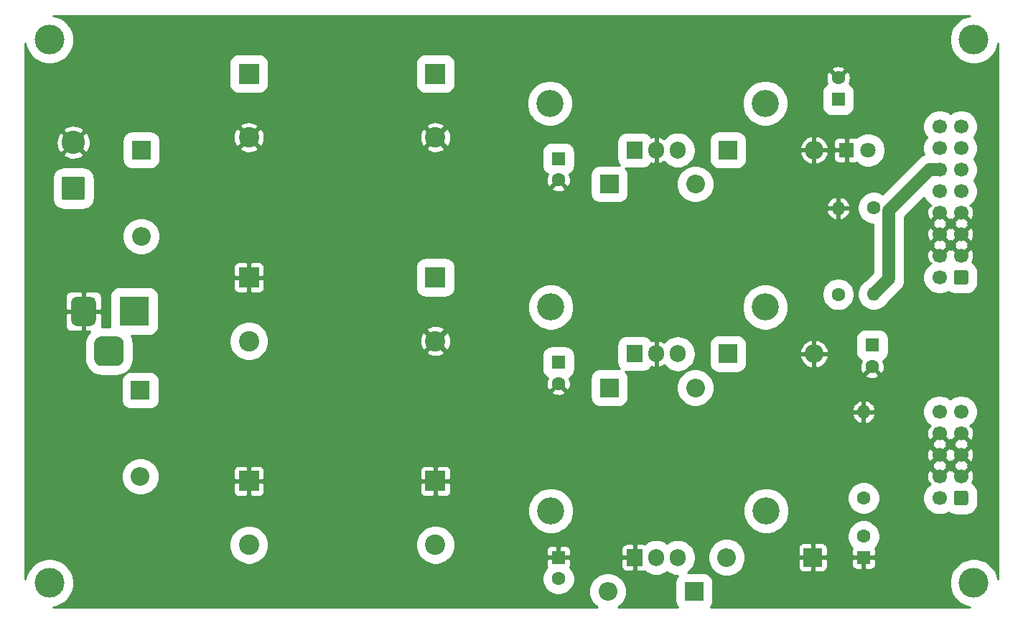
<source format=gbr>
%TF.GenerationSoftware,KiCad,Pcbnew,5.1.10-88a1d61d58~88~ubuntu20.10.1*%
%TF.CreationDate,2021-05-16T15:10:54+02:00*%
%TF.ProjectId,eurorack-psu,6575726f-7261-4636-9b2d-7073752e6b69,v1.0.0*%
%TF.SameCoordinates,Original*%
%TF.FileFunction,Copper,L1,Top*%
%TF.FilePolarity,Positive*%
%FSLAX46Y46*%
G04 Gerber Fmt 4.6, Leading zero omitted, Abs format (unit mm)*
G04 Created by KiCad (PCBNEW 5.1.10-88a1d61d58~88~ubuntu20.10.1) date 2021-05-16 15:10:54*
%MOMM*%
%LPD*%
G01*
G04 APERTURE LIST*
%TA.AperFunction,ComponentPad*%
%ADD10C,1.600000*%
%TD*%
%TA.AperFunction,ComponentPad*%
%ADD11R,1.600000X1.600000*%
%TD*%
%TA.AperFunction,ComponentPad*%
%ADD12C,1.700000*%
%TD*%
%TA.AperFunction,ComponentPad*%
%ADD13C,2.750000*%
%TD*%
%TA.AperFunction,ComponentPad*%
%ADD14C,1.800000*%
%TD*%
%TA.AperFunction,ComponentPad*%
%ADD15R,1.800000X1.800000*%
%TD*%
%TA.AperFunction,ComponentPad*%
%ADD16R,3.500000X3.500000*%
%TD*%
%TA.AperFunction,ComponentPad*%
%ADD17O,1.905000X2.000000*%
%TD*%
%TA.AperFunction,ComponentPad*%
%ADD18R,1.905000X2.000000*%
%TD*%
%TA.AperFunction,ComponentPad*%
%ADD19O,1.600000X1.600000*%
%TD*%
%TA.AperFunction,ComponentPad*%
%ADD20O,2.200000X2.200000*%
%TD*%
%TA.AperFunction,ComponentPad*%
%ADD21R,2.200000X2.200000*%
%TD*%
%TA.AperFunction,ComponentPad*%
%ADD22C,2.400000*%
%TD*%
%TA.AperFunction,ComponentPad*%
%ADD23R,2.400000X2.400000*%
%TD*%
%TA.AperFunction,ViaPad*%
%ADD24C,3.500000*%
%TD*%
%TA.AperFunction,ViaPad*%
%ADD25C,3.200000*%
%TD*%
%TA.AperFunction,Conductor*%
%ADD26C,1.524000*%
%TD*%
%TA.AperFunction,Conductor*%
%ADD27C,0.254000*%
%TD*%
%TA.AperFunction,Conductor*%
%ADD28C,0.100000*%
%TD*%
G04 APERTURE END LIST*
D10*
%TO.P,C12,2*%
%TO.N,GND*%
X171000000Y-89500000D03*
D11*
%TO.P,C12,1*%
%TO.N,+5V*%
X171000000Y-92000000D03*
%TD*%
D10*
%TO.P,C10,2*%
%TO.N,-12V*%
X174000000Y-143500000D03*
D11*
%TO.P,C10,1*%
%TO.N,GND*%
X174000000Y-146000000D03*
%TD*%
D10*
%TO.P,C9,2*%
%TO.N,GND*%
X175000000Y-123500000D03*
D11*
%TO.P,C9,1*%
%TO.N,+12V*%
X175000000Y-121000000D03*
%TD*%
D10*
%TO.P,C7,2*%
%TO.N,GND*%
X138000000Y-125500000D03*
D11*
%TO.P,C7,1*%
%TO.N,Net-(C1-Pad1)*%
X138000000Y-123000000D03*
%TD*%
D12*
%TO.P,J4,10*%
%TO.N,+12V*%
X182945202Y-128840000D03*
%TO.P,J4,8*%
%TO.N,GND*%
X182945202Y-131380000D03*
%TO.P,J4,6*%
X182945202Y-133920000D03*
%TO.P,J4,4*%
X182945202Y-136460000D03*
%TO.P,J4,2*%
%TO.N,-12V*%
X182945202Y-139000000D03*
%TO.P,J4,9*%
%TO.N,+12V*%
X185485202Y-128840000D03*
%TO.P,J4,7*%
%TO.N,GND*%
X185485202Y-131380000D03*
%TO.P,J4,5*%
X185485202Y-133920000D03*
%TO.P,J4,3*%
X185485202Y-136460000D03*
%TO.P,J4,1*%
%TO.N,-12V*%
%TA.AperFunction,ComponentPad*%
G36*
G01*
X186335202Y-138400000D02*
X186335202Y-139600000D01*
G75*
G02*
X186085202Y-139850000I-250000J0D01*
G01*
X184885202Y-139850000D01*
G75*
G02*
X184635202Y-139600000I0J250000D01*
G01*
X184635202Y-138400000D01*
G75*
G02*
X184885202Y-138150000I250000J0D01*
G01*
X186085202Y-138150000D01*
G75*
G02*
X186335202Y-138400000I0J-250000D01*
G01*
G37*
%TD.AperFunction*%
%TD*%
D13*
%TO.P,J3,2*%
%TO.N,GND*%
X80800000Y-97100000D03*
%TO.P,J3,1*%
%TO.N,Net-(D1-Pad2)*%
%TA.AperFunction,ComponentPad*%
G36*
G01*
X81925002Y-103875000D02*
X79674998Y-103875000D01*
G75*
G02*
X79425000Y-103625002I0J249998D01*
G01*
X79425000Y-101374998D01*
G75*
G02*
X79674998Y-101125000I249998J0D01*
G01*
X81925002Y-101125000D01*
G75*
G02*
X82175000Y-101374998I0J-249998D01*
G01*
X82175000Y-103625002D01*
G75*
G02*
X81925002Y-103875000I-249998J0D01*
G01*
G37*
%TD.AperFunction*%
%TD*%
D10*
%TO.P,C11,2*%
%TO.N,GND*%
X138000000Y-101500000D03*
D11*
%TO.P,C11,1*%
%TO.N,+12V*%
X138000000Y-99000000D03*
%TD*%
D14*
%TO.P,D9,2*%
%TO.N,Net-(D9-Pad2)*%
X174540000Y-98000000D03*
D15*
%TO.P,D9,1*%
%TO.N,GND*%
X172000000Y-98000000D03*
%TD*%
%TO.P,J1,3*%
%TO.N,N/C*%
%TA.AperFunction,ComponentPad*%
G36*
G01*
X83250000Y-122575000D02*
X83250000Y-120825000D01*
G75*
G02*
X84125000Y-119950000I875000J0D01*
G01*
X85875000Y-119950000D01*
G75*
G02*
X86750000Y-120825000I0J-875000D01*
G01*
X86750000Y-122575000D01*
G75*
G02*
X85875000Y-123450000I-875000J0D01*
G01*
X84125000Y-123450000D01*
G75*
G02*
X83250000Y-122575000I0J875000D01*
G01*
G37*
%TD.AperFunction*%
%TO.P,J1,2*%
%TO.N,GND*%
%TA.AperFunction,ComponentPad*%
G36*
G01*
X80500000Y-118000000D02*
X80500000Y-116000000D01*
G75*
G02*
X81250000Y-115250000I750000J0D01*
G01*
X82750000Y-115250000D01*
G75*
G02*
X83500000Y-116000000I0J-750000D01*
G01*
X83500000Y-118000000D01*
G75*
G02*
X82750000Y-118750000I-750000J0D01*
G01*
X81250000Y-118750000D01*
G75*
G02*
X80500000Y-118000000I0J750000D01*
G01*
G37*
%TD.AperFunction*%
D16*
%TO.P,J1,1*%
%TO.N,Net-(D1-Pad2)*%
X88000000Y-117000000D03*
%TD*%
D17*
%TO.P,U3,3*%
%TO.N,+5V*%
X152080000Y-98000000D03*
%TO.P,U3,2*%
%TO.N,GND*%
X149540000Y-98000000D03*
D18*
%TO.P,U3,1*%
%TO.N,+12V*%
X147000000Y-98000000D03*
%TD*%
D17*
%TO.P,U2,3*%
%TO.N,-12V*%
X152080000Y-146000000D03*
%TO.P,U2,2*%
%TO.N,Net-(C2-Pad2)*%
X149540000Y-146000000D03*
D18*
%TO.P,U2,1*%
%TO.N,GND*%
X147000000Y-146000000D03*
%TD*%
D17*
%TO.P,U1,3*%
%TO.N,+12V*%
X152080000Y-122000000D03*
%TO.P,U1,2*%
%TO.N,GND*%
X149540000Y-122000000D03*
D18*
%TO.P,U1,1*%
%TO.N,Net-(C1-Pad1)*%
X147000000Y-122000000D03*
%TD*%
D19*
%TO.P,R3,2*%
%TO.N,+5V*%
X175200000Y-114960000D03*
D10*
%TO.P,R3,1*%
%TO.N,Net-(D9-Pad2)*%
X175200000Y-104800000D03*
%TD*%
D19*
%TO.P,R2,2*%
%TO.N,GND*%
X174000000Y-128840000D03*
D10*
%TO.P,R2,1*%
%TO.N,-12V*%
X174000000Y-139000000D03*
%TD*%
D19*
%TO.P,R1,2*%
%TO.N,GND*%
X171000000Y-104840000D03*
D10*
%TO.P,R1,1*%
%TO.N,+12V*%
X171000000Y-115000000D03*
%TD*%
D12*
%TO.P,J2,16*%
%TO.N,Net-(J2-Pad16)*%
X182960000Y-95220000D03*
%TO.P,J2,14*%
%TO.N,Net-(J2-Pad14)*%
X182960000Y-97760000D03*
%TO.P,J2,12*%
%TO.N,+5V*%
X182960000Y-100300000D03*
%TO.P,J2,10*%
%TO.N,+12V*%
X182960000Y-102840000D03*
%TO.P,J2,8*%
%TO.N,GND*%
X182960000Y-105380000D03*
%TO.P,J2,6*%
X182960000Y-107920000D03*
%TO.P,J2,4*%
X182960000Y-110460000D03*
%TO.P,J2,2*%
%TO.N,-12V*%
X182960000Y-113000000D03*
%TO.P,J2,15*%
%TO.N,Net-(J2-Pad15)*%
X185500000Y-95220000D03*
%TO.P,J2,13*%
%TO.N,Net-(J2-Pad13)*%
X185500000Y-97760000D03*
%TO.P,J2,11*%
%TO.N,+5V*%
X185500000Y-100300000D03*
%TO.P,J2,9*%
%TO.N,+12V*%
X185500000Y-102840000D03*
%TO.P,J2,7*%
%TO.N,GND*%
X185500000Y-105380000D03*
%TO.P,J2,5*%
X185500000Y-107920000D03*
%TO.P,J2,3*%
X185500000Y-110460000D03*
%TO.P,J2,1*%
%TO.N,-12V*%
%TA.AperFunction,ComponentPad*%
G36*
G01*
X186350000Y-112400000D02*
X186350000Y-113600000D01*
G75*
G02*
X186100000Y-113850000I-250000J0D01*
G01*
X184900000Y-113850000D01*
G75*
G02*
X184650000Y-113600000I0J250000D01*
G01*
X184650000Y-112400000D01*
G75*
G02*
X184900000Y-112150000I250000J0D01*
G01*
X186100000Y-112150000D01*
G75*
G02*
X186350000Y-112400000I0J-250000D01*
G01*
G37*
%TD.AperFunction*%
%TD*%
D20*
%TO.P,D8,2*%
%TO.N,GND*%
X168160000Y-98000000D03*
D21*
%TO.P,D8,1*%
%TO.N,+5V*%
X158000000Y-98000000D03*
%TD*%
D20*
%TO.P,D7,2*%
%TO.N,+5V*%
X154160000Y-102000000D03*
D21*
%TO.P,D7,1*%
%TO.N,+12V*%
X144000000Y-102000000D03*
%TD*%
D20*
%TO.P,D6,2*%
%TO.N,-12V*%
X157840000Y-146000000D03*
D21*
%TO.P,D6,1*%
%TO.N,GND*%
X168000000Y-146000000D03*
%TD*%
D20*
%TO.P,D5,2*%
%TO.N,GND*%
X168160000Y-122000000D03*
D21*
%TO.P,D5,1*%
%TO.N,+12V*%
X158000000Y-122000000D03*
%TD*%
D20*
%TO.P,D4,2*%
%TO.N,Net-(C2-Pad2)*%
X143840000Y-150000000D03*
D21*
%TO.P,D4,1*%
%TO.N,-12V*%
X154000000Y-150000000D03*
%TD*%
D20*
%TO.P,D3,2*%
%TO.N,+12V*%
X154160000Y-126000000D03*
D21*
%TO.P,D3,1*%
%TO.N,Net-(C1-Pad1)*%
X144000000Y-126000000D03*
%TD*%
D20*
%TO.P,D2,2*%
%TO.N,Net-(C2-Pad2)*%
X88700000Y-136460000D03*
D21*
%TO.P,D2,1*%
%TO.N,Net-(D1-Pad2)*%
X88700000Y-126300000D03*
%TD*%
D20*
%TO.P,D1,2*%
%TO.N,Net-(D1-Pad2)*%
X88800000Y-108160000D03*
D21*
%TO.P,D1,1*%
%TO.N,Net-(C1-Pad1)*%
X88800000Y-98000000D03*
%TD*%
D10*
%TO.P,C8,2*%
%TO.N,Net-(C2-Pad2)*%
X138000000Y-148500000D03*
D11*
%TO.P,C8,1*%
%TO.N,GND*%
X138000000Y-146000000D03*
%TD*%
D22*
%TO.P,C6,2*%
%TO.N,Net-(C2-Pad2)*%
X123500000Y-144500000D03*
D23*
%TO.P,C6,1*%
%TO.N,GND*%
X123500000Y-137000000D03*
%TD*%
D22*
%TO.P,C5,2*%
%TO.N,GND*%
X101500000Y-96500000D03*
D23*
%TO.P,C5,1*%
%TO.N,Net-(C1-Pad1)*%
X101500000Y-89000000D03*
%TD*%
D22*
%TO.P,C4,2*%
%TO.N,Net-(C2-Pad2)*%
X101500000Y-144500000D03*
D23*
%TO.P,C4,1*%
%TO.N,GND*%
X101500000Y-137000000D03*
%TD*%
D22*
%TO.P,C3,2*%
%TO.N,GND*%
X123500000Y-96500000D03*
D23*
%TO.P,C3,1*%
%TO.N,Net-(C1-Pad1)*%
X123500000Y-89000000D03*
%TD*%
D22*
%TO.P,C2,2*%
%TO.N,Net-(C2-Pad2)*%
X101500000Y-120500000D03*
D23*
%TO.P,C2,1*%
%TO.N,GND*%
X101500000Y-113000000D03*
%TD*%
D22*
%TO.P,C1,2*%
%TO.N,GND*%
X123500000Y-120500000D03*
D23*
%TO.P,C1,1*%
%TO.N,Net-(C1-Pad1)*%
X123500000Y-113000000D03*
%TD*%
D24*
%TO.N,*%
X78000000Y-85000000D03*
X187000000Y-85000000D03*
X187000000Y-149000000D03*
X78000000Y-149000000D03*
D25*
X137100000Y-140500000D03*
X162500000Y-140500000D03*
X162400000Y-116500000D03*
X137100000Y-116500000D03*
X162400000Y-92500000D03*
X137000000Y-92500000D03*
%TD*%
D26*
%TO.N,+5V*%
X181757919Y-100300000D02*
X182960000Y-100300000D01*
X176962001Y-105095918D02*
X181757919Y-100300000D01*
X176962001Y-113197999D02*
X176962001Y-105095918D01*
X175200000Y-114960000D02*
X176962001Y-113197999D01*
%TD*%
D27*
%TO.N,GND*%
X186160810Y-82233561D02*
X185637229Y-82450435D01*
X185166019Y-82765288D01*
X184765288Y-83166019D01*
X184450435Y-83637229D01*
X184233561Y-84160810D01*
X184123000Y-84716640D01*
X184123000Y-85283360D01*
X184233561Y-85839190D01*
X184450435Y-86362771D01*
X184765288Y-86833981D01*
X185166019Y-87234712D01*
X185637229Y-87549565D01*
X186160810Y-87766439D01*
X186716640Y-87877000D01*
X187283360Y-87877000D01*
X187839190Y-87766439D01*
X188362771Y-87549565D01*
X188833981Y-87234712D01*
X189234712Y-86833981D01*
X189549565Y-86362771D01*
X189766439Y-85839190D01*
X189848000Y-85429153D01*
X189848001Y-148570851D01*
X189766439Y-148160810D01*
X189549565Y-147637229D01*
X189234712Y-147166019D01*
X188833981Y-146765288D01*
X188362771Y-146450435D01*
X187839190Y-146233561D01*
X187283360Y-146123000D01*
X186716640Y-146123000D01*
X186160810Y-146233561D01*
X185637229Y-146450435D01*
X185166019Y-146765288D01*
X184765288Y-147166019D01*
X184450435Y-147637229D01*
X184233561Y-148160810D01*
X184123000Y-148716640D01*
X184123000Y-149283360D01*
X184233561Y-149839190D01*
X184450435Y-150362771D01*
X184765288Y-150833981D01*
X185166019Y-151234712D01*
X185637229Y-151549565D01*
X186160810Y-151766439D01*
X186570847Y-151848000D01*
X155944068Y-151848000D01*
X156041600Y-151729157D01*
X156146250Y-151533371D01*
X156210693Y-151320931D01*
X156232453Y-151100000D01*
X156232453Y-148900000D01*
X156210693Y-148679069D01*
X156146250Y-148466629D01*
X156041600Y-148270843D01*
X155900765Y-148099235D01*
X155729157Y-147958400D01*
X155533371Y-147853750D01*
X155320931Y-147789307D01*
X155100000Y-147767547D01*
X153262050Y-147767547D01*
X153557543Y-147525043D01*
X153817406Y-147208398D01*
X154010503Y-146847139D01*
X154129411Y-146455152D01*
X154159500Y-146149651D01*
X154159500Y-145850348D01*
X154152637Y-145780660D01*
X155613000Y-145780660D01*
X155613000Y-146219340D01*
X155698582Y-146649592D01*
X155866458Y-147054880D01*
X156110176Y-147419630D01*
X156420370Y-147729824D01*
X156785120Y-147973542D01*
X157190408Y-148141418D01*
X157620660Y-148227000D01*
X158059340Y-148227000D01*
X158489592Y-148141418D01*
X158894880Y-147973542D01*
X159259630Y-147729824D01*
X159569824Y-147419630D01*
X159783393Y-147100000D01*
X166261928Y-147100000D01*
X166274188Y-147224482D01*
X166310498Y-147344180D01*
X166369463Y-147454494D01*
X166448815Y-147551185D01*
X166545506Y-147630537D01*
X166655820Y-147689502D01*
X166775518Y-147725812D01*
X166900000Y-147738072D01*
X167714250Y-147735000D01*
X167873000Y-147576250D01*
X167873000Y-146127000D01*
X168127000Y-146127000D01*
X168127000Y-147576250D01*
X168285750Y-147735000D01*
X169100000Y-147738072D01*
X169224482Y-147725812D01*
X169344180Y-147689502D01*
X169454494Y-147630537D01*
X169551185Y-147551185D01*
X169630537Y-147454494D01*
X169689502Y-147344180D01*
X169725812Y-147224482D01*
X169738072Y-147100000D01*
X169736941Y-146800000D01*
X172561928Y-146800000D01*
X172574188Y-146924482D01*
X172610498Y-147044180D01*
X172669463Y-147154494D01*
X172748815Y-147251185D01*
X172845506Y-147330537D01*
X172955820Y-147389502D01*
X173075518Y-147425812D01*
X173200000Y-147438072D01*
X173714250Y-147435000D01*
X173873000Y-147276250D01*
X173873000Y-146127000D01*
X174127000Y-146127000D01*
X174127000Y-147276250D01*
X174285750Y-147435000D01*
X174800000Y-147438072D01*
X174924482Y-147425812D01*
X175044180Y-147389502D01*
X175154494Y-147330537D01*
X175251185Y-147251185D01*
X175330537Y-147154494D01*
X175389502Y-147044180D01*
X175425812Y-146924482D01*
X175438072Y-146800000D01*
X175435000Y-146285750D01*
X175276250Y-146127000D01*
X174127000Y-146127000D01*
X173873000Y-146127000D01*
X172723750Y-146127000D01*
X172565000Y-146285750D01*
X172561928Y-146800000D01*
X169736941Y-146800000D01*
X169735000Y-146285750D01*
X169576250Y-146127000D01*
X168127000Y-146127000D01*
X167873000Y-146127000D01*
X166423750Y-146127000D01*
X166265000Y-146285750D01*
X166261928Y-147100000D01*
X159783393Y-147100000D01*
X159813542Y-147054880D01*
X159981418Y-146649592D01*
X160067000Y-146219340D01*
X160067000Y-145780660D01*
X159981418Y-145350408D01*
X159813542Y-144945120D01*
X159783394Y-144900000D01*
X166261928Y-144900000D01*
X166265000Y-145714250D01*
X166423750Y-145873000D01*
X167873000Y-145873000D01*
X167873000Y-144423750D01*
X168127000Y-144423750D01*
X168127000Y-145873000D01*
X169576250Y-145873000D01*
X169735000Y-145714250D01*
X169738072Y-144900000D01*
X169725812Y-144775518D01*
X169689502Y-144655820D01*
X169630537Y-144545506D01*
X169551185Y-144448815D01*
X169454494Y-144369463D01*
X169344180Y-144310498D01*
X169224482Y-144274188D01*
X169100000Y-144261928D01*
X168285750Y-144265000D01*
X168127000Y-144423750D01*
X167873000Y-144423750D01*
X167714250Y-144265000D01*
X166900000Y-144261928D01*
X166775518Y-144274188D01*
X166655820Y-144310498D01*
X166545506Y-144369463D01*
X166448815Y-144448815D01*
X166369463Y-144545506D01*
X166310498Y-144655820D01*
X166274188Y-144775518D01*
X166261928Y-144900000D01*
X159783394Y-144900000D01*
X159569824Y-144580370D01*
X159259630Y-144270176D01*
X158894880Y-144026458D01*
X158489592Y-143858582D01*
X158059340Y-143773000D01*
X157620660Y-143773000D01*
X157190408Y-143858582D01*
X156785120Y-144026458D01*
X156420370Y-144270176D01*
X156110176Y-144580370D01*
X155866458Y-144945120D01*
X155698582Y-145350408D01*
X155613000Y-145780660D01*
X154152637Y-145780660D01*
X154129411Y-145544847D01*
X154010503Y-145152860D01*
X153817406Y-144791602D01*
X153557543Y-144474957D01*
X153240898Y-144215094D01*
X152879639Y-144021997D01*
X152487652Y-143903089D01*
X152080000Y-143862939D01*
X151672347Y-143903089D01*
X151280360Y-144021997D01*
X150919102Y-144215094D01*
X150810000Y-144304631D01*
X150700898Y-144215094D01*
X150339639Y-144021997D01*
X149947652Y-143903089D01*
X149540000Y-143862939D01*
X149132347Y-143903089D01*
X148740360Y-144021997D01*
X148379102Y-144215094D01*
X148156027Y-144398166D01*
X148076982Y-144374188D01*
X147952500Y-144361928D01*
X147285750Y-144365000D01*
X147127000Y-144523750D01*
X147127000Y-145873000D01*
X147147000Y-145873000D01*
X147147000Y-146127000D01*
X147127000Y-146127000D01*
X147127000Y-147476250D01*
X147285750Y-147635000D01*
X147952500Y-147638072D01*
X148076982Y-147625812D01*
X148156027Y-147601834D01*
X148379102Y-147784906D01*
X148740361Y-147978003D01*
X149132348Y-148096911D01*
X149540000Y-148137061D01*
X149947653Y-148096911D01*
X150339640Y-147978003D01*
X150700898Y-147784906D01*
X150810000Y-147695369D01*
X150919102Y-147784906D01*
X151280361Y-147978003D01*
X151672348Y-148096911D01*
X152069075Y-148135985D01*
X151958400Y-148270843D01*
X151853750Y-148466629D01*
X151789307Y-148679069D01*
X151767547Y-148900000D01*
X151767547Y-151100000D01*
X151789307Y-151320931D01*
X151853750Y-151533371D01*
X151958400Y-151729157D01*
X152055932Y-151848000D01*
X145082767Y-151848000D01*
X145259630Y-151729824D01*
X145569824Y-151419630D01*
X145813542Y-151054880D01*
X145981418Y-150649592D01*
X146067000Y-150219340D01*
X146067000Y-149780660D01*
X145981418Y-149350408D01*
X145813542Y-148945120D01*
X145569824Y-148580370D01*
X145259630Y-148270176D01*
X144894880Y-148026458D01*
X144489592Y-147858582D01*
X144059340Y-147773000D01*
X143620660Y-147773000D01*
X143190408Y-147858582D01*
X142785120Y-148026458D01*
X142420370Y-148270176D01*
X142110176Y-148580370D01*
X141866458Y-148945120D01*
X141698582Y-149350408D01*
X141613000Y-149780660D01*
X141613000Y-150219340D01*
X141698582Y-150649592D01*
X141866458Y-151054880D01*
X142110176Y-151419630D01*
X142420370Y-151729824D01*
X142597233Y-151848000D01*
X78429153Y-151848000D01*
X78839190Y-151766439D01*
X79362771Y-151549565D01*
X79833981Y-151234712D01*
X80234712Y-150833981D01*
X80549565Y-150362771D01*
X80766439Y-149839190D01*
X80877000Y-149283360D01*
X80877000Y-148716640D01*
X80796156Y-148310207D01*
X136073000Y-148310207D01*
X136073000Y-148689793D01*
X136147053Y-149062085D01*
X136292315Y-149412777D01*
X136503201Y-149728391D01*
X136771609Y-149996799D01*
X137087223Y-150207685D01*
X137437915Y-150352947D01*
X137810207Y-150427000D01*
X138189793Y-150427000D01*
X138562085Y-150352947D01*
X138912777Y-150207685D01*
X139228391Y-149996799D01*
X139496799Y-149728391D01*
X139707685Y-149412777D01*
X139852947Y-149062085D01*
X139927000Y-148689793D01*
X139927000Y-148310207D01*
X139852947Y-147937915D01*
X139707685Y-147587223D01*
X139496799Y-147271609D01*
X139347656Y-147122466D01*
X139389502Y-147044180D01*
X139402903Y-147000000D01*
X145409428Y-147000000D01*
X145421688Y-147124482D01*
X145457998Y-147244180D01*
X145516963Y-147354494D01*
X145596315Y-147451185D01*
X145693006Y-147530537D01*
X145803320Y-147589502D01*
X145923018Y-147625812D01*
X146047500Y-147638072D01*
X146714250Y-147635000D01*
X146873000Y-147476250D01*
X146873000Y-146127000D01*
X145571250Y-146127000D01*
X145412500Y-146285750D01*
X145409428Y-147000000D01*
X139402903Y-147000000D01*
X139425812Y-146924482D01*
X139438072Y-146800000D01*
X139435000Y-146285750D01*
X139276250Y-146127000D01*
X138127000Y-146127000D01*
X138127000Y-146147000D01*
X137873000Y-146147000D01*
X137873000Y-146127000D01*
X136723750Y-146127000D01*
X136565000Y-146285750D01*
X136561928Y-146800000D01*
X136574188Y-146924482D01*
X136610498Y-147044180D01*
X136652344Y-147122466D01*
X136503201Y-147271609D01*
X136292315Y-147587223D01*
X136147053Y-147937915D01*
X136073000Y-148310207D01*
X80796156Y-148310207D01*
X80766439Y-148160810D01*
X80549565Y-147637229D01*
X80234712Y-147166019D01*
X79833981Y-146765288D01*
X79362771Y-146450435D01*
X78839190Y-146233561D01*
X78283360Y-146123000D01*
X77716640Y-146123000D01*
X77160810Y-146233561D01*
X76637229Y-146450435D01*
X76166019Y-146765288D01*
X75765288Y-147166019D01*
X75450435Y-147637229D01*
X75233561Y-148160810D01*
X75152000Y-148570847D01*
X75152000Y-144270811D01*
X99173000Y-144270811D01*
X99173000Y-144729189D01*
X99262426Y-145178761D01*
X99437840Y-145602248D01*
X99692501Y-145983376D01*
X100016624Y-146307499D01*
X100397752Y-146562160D01*
X100821239Y-146737574D01*
X101270811Y-146827000D01*
X101729189Y-146827000D01*
X102178761Y-146737574D01*
X102602248Y-146562160D01*
X102983376Y-146307499D01*
X103307499Y-145983376D01*
X103562160Y-145602248D01*
X103737574Y-145178761D01*
X103827000Y-144729189D01*
X103827000Y-144270811D01*
X121173000Y-144270811D01*
X121173000Y-144729189D01*
X121262426Y-145178761D01*
X121437840Y-145602248D01*
X121692501Y-145983376D01*
X122016624Y-146307499D01*
X122397752Y-146562160D01*
X122821239Y-146737574D01*
X123270811Y-146827000D01*
X123729189Y-146827000D01*
X124178761Y-146737574D01*
X124602248Y-146562160D01*
X124983376Y-146307499D01*
X125307499Y-145983376D01*
X125562160Y-145602248D01*
X125728776Y-145200000D01*
X136561928Y-145200000D01*
X136565000Y-145714250D01*
X136723750Y-145873000D01*
X137873000Y-145873000D01*
X137873000Y-144723750D01*
X138127000Y-144723750D01*
X138127000Y-145873000D01*
X139276250Y-145873000D01*
X139435000Y-145714250D01*
X139438072Y-145200000D01*
X139425812Y-145075518D01*
X139402904Y-145000000D01*
X145409428Y-145000000D01*
X145412500Y-145714250D01*
X145571250Y-145873000D01*
X146873000Y-145873000D01*
X146873000Y-144523750D01*
X146714250Y-144365000D01*
X146047500Y-144361928D01*
X145923018Y-144374188D01*
X145803320Y-144410498D01*
X145693006Y-144469463D01*
X145596315Y-144548815D01*
X145516963Y-144645506D01*
X145457998Y-144755820D01*
X145421688Y-144875518D01*
X145409428Y-145000000D01*
X139402904Y-145000000D01*
X139389502Y-144955820D01*
X139330537Y-144845506D01*
X139251185Y-144748815D01*
X139154494Y-144669463D01*
X139044180Y-144610498D01*
X138924482Y-144574188D01*
X138800000Y-144561928D01*
X138285750Y-144565000D01*
X138127000Y-144723750D01*
X137873000Y-144723750D01*
X137714250Y-144565000D01*
X137200000Y-144561928D01*
X137075518Y-144574188D01*
X136955820Y-144610498D01*
X136845506Y-144669463D01*
X136748815Y-144748815D01*
X136669463Y-144845506D01*
X136610498Y-144955820D01*
X136574188Y-145075518D01*
X136561928Y-145200000D01*
X125728776Y-145200000D01*
X125737574Y-145178761D01*
X125827000Y-144729189D01*
X125827000Y-144270811D01*
X125737574Y-143821239D01*
X125562160Y-143397752D01*
X125503665Y-143310207D01*
X172073000Y-143310207D01*
X172073000Y-143689793D01*
X172147053Y-144062085D01*
X172292315Y-144412777D01*
X172503201Y-144728391D01*
X172652344Y-144877534D01*
X172610498Y-144955820D01*
X172574188Y-145075518D01*
X172561928Y-145200000D01*
X172565000Y-145714250D01*
X172723750Y-145873000D01*
X173873000Y-145873000D01*
X173873000Y-145853000D01*
X174127000Y-145853000D01*
X174127000Y-145873000D01*
X175276250Y-145873000D01*
X175435000Y-145714250D01*
X175438072Y-145200000D01*
X175425812Y-145075518D01*
X175389502Y-144955820D01*
X175347656Y-144877534D01*
X175496799Y-144728391D01*
X175707685Y-144412777D01*
X175852947Y-144062085D01*
X175927000Y-143689793D01*
X175927000Y-143310207D01*
X175852947Y-142937915D01*
X175707685Y-142587223D01*
X175496799Y-142271609D01*
X175228391Y-142003201D01*
X174912777Y-141792315D01*
X174562085Y-141647053D01*
X174189793Y-141573000D01*
X173810207Y-141573000D01*
X173437915Y-141647053D01*
X173087223Y-141792315D01*
X172771609Y-142003201D01*
X172503201Y-142271609D01*
X172292315Y-142587223D01*
X172147053Y-142937915D01*
X172073000Y-143310207D01*
X125503665Y-143310207D01*
X125307499Y-143016624D01*
X124983376Y-142692501D01*
X124602248Y-142437840D01*
X124178761Y-142262426D01*
X123729189Y-142173000D01*
X123270811Y-142173000D01*
X122821239Y-142262426D01*
X122397752Y-142437840D01*
X122016624Y-142692501D01*
X121692501Y-143016624D01*
X121437840Y-143397752D01*
X121262426Y-143821239D01*
X121173000Y-144270811D01*
X103827000Y-144270811D01*
X103737574Y-143821239D01*
X103562160Y-143397752D01*
X103307499Y-143016624D01*
X102983376Y-142692501D01*
X102602248Y-142437840D01*
X102178761Y-142262426D01*
X101729189Y-142173000D01*
X101270811Y-142173000D01*
X100821239Y-142262426D01*
X100397752Y-142437840D01*
X100016624Y-142692501D01*
X99692501Y-143016624D01*
X99437840Y-143397752D01*
X99262426Y-143821239D01*
X99173000Y-144270811D01*
X75152000Y-144270811D01*
X75152000Y-140231414D01*
X134373000Y-140231414D01*
X134373000Y-140768586D01*
X134477797Y-141295437D01*
X134683364Y-141791719D01*
X134981801Y-142238361D01*
X135361639Y-142618199D01*
X135808281Y-142916636D01*
X136304563Y-143122203D01*
X136831414Y-143227000D01*
X137368586Y-143227000D01*
X137895437Y-143122203D01*
X138391719Y-142916636D01*
X138838361Y-142618199D01*
X139218199Y-142238361D01*
X139516636Y-141791719D01*
X139722203Y-141295437D01*
X139827000Y-140768586D01*
X139827000Y-140231414D01*
X159773000Y-140231414D01*
X159773000Y-140768586D01*
X159877797Y-141295437D01*
X160083364Y-141791719D01*
X160381801Y-142238361D01*
X160761639Y-142618199D01*
X161208281Y-142916636D01*
X161704563Y-143122203D01*
X162231414Y-143227000D01*
X162768586Y-143227000D01*
X163295437Y-143122203D01*
X163791719Y-142916636D01*
X164238361Y-142618199D01*
X164618199Y-142238361D01*
X164916636Y-141791719D01*
X165122203Y-141295437D01*
X165227000Y-140768586D01*
X165227000Y-140231414D01*
X165122203Y-139704563D01*
X164916636Y-139208281D01*
X164650652Y-138810207D01*
X172073000Y-138810207D01*
X172073000Y-139189793D01*
X172147053Y-139562085D01*
X172292315Y-139912777D01*
X172503201Y-140228391D01*
X172771609Y-140496799D01*
X173087223Y-140707685D01*
X173437915Y-140852947D01*
X173810207Y-140927000D01*
X174189793Y-140927000D01*
X174562085Y-140852947D01*
X174912777Y-140707685D01*
X175228391Y-140496799D01*
X175496799Y-140228391D01*
X175707685Y-139912777D01*
X175852947Y-139562085D01*
X175927000Y-139189793D01*
X175927000Y-138810207D01*
X175926021Y-138805282D01*
X180968202Y-138805282D01*
X180968202Y-139194718D01*
X181044177Y-139576670D01*
X181193207Y-139936461D01*
X181409566Y-140260264D01*
X181684938Y-140535636D01*
X182008741Y-140751995D01*
X182368532Y-140901025D01*
X182750484Y-140977000D01*
X183139920Y-140977000D01*
X183521872Y-140901025D01*
X183881663Y-140751995D01*
X184013165Y-140664128D01*
X184117152Y-140749468D01*
X184356160Y-140877220D01*
X184615499Y-140955890D01*
X184885202Y-140982453D01*
X186085202Y-140982453D01*
X186354905Y-140955890D01*
X186614244Y-140877220D01*
X186853252Y-140749468D01*
X187062744Y-140577542D01*
X187234670Y-140368050D01*
X187362422Y-140129042D01*
X187441092Y-139869703D01*
X187467655Y-139600000D01*
X187467655Y-138400000D01*
X187441092Y-138130297D01*
X187362422Y-137870958D01*
X187234670Y-137631950D01*
X187062744Y-137422458D01*
X186853252Y-137250532D01*
X186773708Y-137208015D01*
X186888573Y-136967117D01*
X186960541Y-136683589D01*
X186975813Y-136391469D01*
X186933801Y-136101981D01*
X186836121Y-135826253D01*
X186762674Y-135688843D01*
X186513599Y-135611208D01*
X185664807Y-136460000D01*
X185678950Y-136474143D01*
X185499345Y-136653748D01*
X185485202Y-136639605D01*
X185471060Y-136653748D01*
X185291455Y-136474143D01*
X185305597Y-136460000D01*
X184456805Y-135611208D01*
X184215202Y-135686514D01*
X183973599Y-135611208D01*
X183124807Y-136460000D01*
X183138950Y-136474143D01*
X182959345Y-136653748D01*
X182945202Y-136639605D01*
X182931060Y-136653748D01*
X182751455Y-136474143D01*
X182765597Y-136460000D01*
X181916805Y-135611208D01*
X181667730Y-135688843D01*
X181541831Y-135952883D01*
X181469863Y-136236411D01*
X181454591Y-136528531D01*
X181496603Y-136818019D01*
X181594283Y-137093747D01*
X181667730Y-137231157D01*
X181916803Y-137308791D01*
X181914859Y-137310735D01*
X181684938Y-137464364D01*
X181409566Y-137739736D01*
X181193207Y-138063539D01*
X181044177Y-138423330D01*
X180968202Y-138805282D01*
X175926021Y-138805282D01*
X175852947Y-138437915D01*
X175707685Y-138087223D01*
X175496799Y-137771609D01*
X175228391Y-137503201D01*
X174912777Y-137292315D01*
X174562085Y-137147053D01*
X174189793Y-137073000D01*
X173810207Y-137073000D01*
X173437915Y-137147053D01*
X173087223Y-137292315D01*
X172771609Y-137503201D01*
X172503201Y-137771609D01*
X172292315Y-138087223D01*
X172147053Y-138437915D01*
X172073000Y-138810207D01*
X164650652Y-138810207D01*
X164618199Y-138761639D01*
X164238361Y-138381801D01*
X163791719Y-138083364D01*
X163295437Y-137877797D01*
X162768586Y-137773000D01*
X162231414Y-137773000D01*
X161704563Y-137877797D01*
X161208281Y-138083364D01*
X160761639Y-138381801D01*
X160381801Y-138761639D01*
X160083364Y-139208281D01*
X159877797Y-139704563D01*
X159773000Y-140231414D01*
X139827000Y-140231414D01*
X139722203Y-139704563D01*
X139516636Y-139208281D01*
X139218199Y-138761639D01*
X138838361Y-138381801D01*
X138391719Y-138083364D01*
X137895437Y-137877797D01*
X137368586Y-137773000D01*
X136831414Y-137773000D01*
X136304563Y-137877797D01*
X135808281Y-138083364D01*
X135361639Y-138381801D01*
X134981801Y-138761639D01*
X134683364Y-139208281D01*
X134477797Y-139704563D01*
X134373000Y-140231414D01*
X75152000Y-140231414D01*
X75152000Y-136240660D01*
X86473000Y-136240660D01*
X86473000Y-136679340D01*
X86558582Y-137109592D01*
X86726458Y-137514880D01*
X86970176Y-137879630D01*
X87280370Y-138189824D01*
X87645120Y-138433542D01*
X88050408Y-138601418D01*
X88480660Y-138687000D01*
X88919340Y-138687000D01*
X89349592Y-138601418D01*
X89754880Y-138433542D01*
X90104400Y-138200000D01*
X99661928Y-138200000D01*
X99674188Y-138324482D01*
X99710498Y-138444180D01*
X99769463Y-138554494D01*
X99848815Y-138651185D01*
X99945506Y-138730537D01*
X100055820Y-138789502D01*
X100175518Y-138825812D01*
X100300000Y-138838072D01*
X101214250Y-138835000D01*
X101373000Y-138676250D01*
X101373000Y-137127000D01*
X101627000Y-137127000D01*
X101627000Y-138676250D01*
X101785750Y-138835000D01*
X102700000Y-138838072D01*
X102824482Y-138825812D01*
X102944180Y-138789502D01*
X103054494Y-138730537D01*
X103151185Y-138651185D01*
X103230537Y-138554494D01*
X103289502Y-138444180D01*
X103325812Y-138324482D01*
X103338072Y-138200000D01*
X121661928Y-138200000D01*
X121674188Y-138324482D01*
X121710498Y-138444180D01*
X121769463Y-138554494D01*
X121848815Y-138651185D01*
X121945506Y-138730537D01*
X122055820Y-138789502D01*
X122175518Y-138825812D01*
X122300000Y-138838072D01*
X123214250Y-138835000D01*
X123373000Y-138676250D01*
X123373000Y-137127000D01*
X123627000Y-137127000D01*
X123627000Y-138676250D01*
X123785750Y-138835000D01*
X124700000Y-138838072D01*
X124824482Y-138825812D01*
X124944180Y-138789502D01*
X125054494Y-138730537D01*
X125151185Y-138651185D01*
X125230537Y-138554494D01*
X125289502Y-138444180D01*
X125325812Y-138324482D01*
X125338072Y-138200000D01*
X125335000Y-137285750D01*
X125176250Y-137127000D01*
X123627000Y-137127000D01*
X123373000Y-137127000D01*
X121823750Y-137127000D01*
X121665000Y-137285750D01*
X121661928Y-138200000D01*
X103338072Y-138200000D01*
X103335000Y-137285750D01*
X103176250Y-137127000D01*
X101627000Y-137127000D01*
X101373000Y-137127000D01*
X99823750Y-137127000D01*
X99665000Y-137285750D01*
X99661928Y-138200000D01*
X90104400Y-138200000D01*
X90119630Y-138189824D01*
X90429824Y-137879630D01*
X90673542Y-137514880D01*
X90841418Y-137109592D01*
X90927000Y-136679340D01*
X90927000Y-136240660D01*
X90841418Y-135810408D01*
X90837107Y-135800000D01*
X99661928Y-135800000D01*
X99665000Y-136714250D01*
X99823750Y-136873000D01*
X101373000Y-136873000D01*
X101373000Y-135323750D01*
X101627000Y-135323750D01*
X101627000Y-136873000D01*
X103176250Y-136873000D01*
X103335000Y-136714250D01*
X103338072Y-135800000D01*
X121661928Y-135800000D01*
X121665000Y-136714250D01*
X121823750Y-136873000D01*
X123373000Y-136873000D01*
X123373000Y-135323750D01*
X123627000Y-135323750D01*
X123627000Y-136873000D01*
X125176250Y-136873000D01*
X125335000Y-136714250D01*
X125338072Y-135800000D01*
X125325812Y-135675518D01*
X125289502Y-135555820D01*
X125230537Y-135445506D01*
X125151185Y-135348815D01*
X125054494Y-135269463D01*
X124944180Y-135210498D01*
X124824482Y-135174188D01*
X124700000Y-135161928D01*
X123785750Y-135165000D01*
X123627000Y-135323750D01*
X123373000Y-135323750D01*
X123214250Y-135165000D01*
X122300000Y-135161928D01*
X122175518Y-135174188D01*
X122055820Y-135210498D01*
X121945506Y-135269463D01*
X121848815Y-135348815D01*
X121769463Y-135445506D01*
X121710498Y-135555820D01*
X121674188Y-135675518D01*
X121661928Y-135800000D01*
X103338072Y-135800000D01*
X103325812Y-135675518D01*
X103289502Y-135555820D01*
X103230537Y-135445506D01*
X103151185Y-135348815D01*
X103054494Y-135269463D01*
X102944180Y-135210498D01*
X102824482Y-135174188D01*
X102700000Y-135161928D01*
X101785750Y-135165000D01*
X101627000Y-135323750D01*
X101373000Y-135323750D01*
X101214250Y-135165000D01*
X100300000Y-135161928D01*
X100175518Y-135174188D01*
X100055820Y-135210498D01*
X99945506Y-135269463D01*
X99848815Y-135348815D01*
X99769463Y-135445506D01*
X99710498Y-135555820D01*
X99674188Y-135675518D01*
X99661928Y-135800000D01*
X90837107Y-135800000D01*
X90673542Y-135405120D01*
X90429824Y-135040370D01*
X90337851Y-134948397D01*
X182096410Y-134948397D01*
X182171716Y-135190000D01*
X182096410Y-135431603D01*
X182945202Y-136280395D01*
X183793994Y-135431603D01*
X183718688Y-135190000D01*
X183793994Y-134948397D01*
X184636410Y-134948397D01*
X184711716Y-135190000D01*
X184636410Y-135431603D01*
X185485202Y-136280395D01*
X186333994Y-135431603D01*
X186258688Y-135190000D01*
X186333994Y-134948397D01*
X185485202Y-134099605D01*
X184636410Y-134948397D01*
X183793994Y-134948397D01*
X182945202Y-134099605D01*
X182096410Y-134948397D01*
X90337851Y-134948397D01*
X90119630Y-134730176D01*
X89754880Y-134486458D01*
X89349592Y-134318582D01*
X88919340Y-134233000D01*
X88480660Y-134233000D01*
X88050408Y-134318582D01*
X87645120Y-134486458D01*
X87280370Y-134730176D01*
X86970176Y-135040370D01*
X86726458Y-135405120D01*
X86558582Y-135810408D01*
X86473000Y-136240660D01*
X75152000Y-136240660D01*
X75152000Y-133988531D01*
X181454591Y-133988531D01*
X181496603Y-134278019D01*
X181594283Y-134553747D01*
X181667730Y-134691157D01*
X181916805Y-134768792D01*
X182765597Y-133920000D01*
X183124807Y-133920000D01*
X183973599Y-134768792D01*
X184215202Y-134693486D01*
X184456805Y-134768792D01*
X185305597Y-133920000D01*
X185664807Y-133920000D01*
X186513599Y-134768792D01*
X186762674Y-134691157D01*
X186888573Y-134427117D01*
X186960541Y-134143589D01*
X186975813Y-133851469D01*
X186933801Y-133561981D01*
X186836121Y-133286253D01*
X186762674Y-133148843D01*
X186513599Y-133071208D01*
X185664807Y-133920000D01*
X185305597Y-133920000D01*
X184456805Y-133071208D01*
X184215202Y-133146514D01*
X183973599Y-133071208D01*
X183124807Y-133920000D01*
X182765597Y-133920000D01*
X181916805Y-133071208D01*
X181667730Y-133148843D01*
X181541831Y-133412883D01*
X181469863Y-133696411D01*
X181454591Y-133988531D01*
X75152000Y-133988531D01*
X75152000Y-132408397D01*
X182096410Y-132408397D01*
X182171716Y-132650000D01*
X182096410Y-132891603D01*
X182945202Y-133740395D01*
X183793994Y-132891603D01*
X183718688Y-132650000D01*
X183793994Y-132408397D01*
X184636410Y-132408397D01*
X184711716Y-132650000D01*
X184636410Y-132891603D01*
X185485202Y-133740395D01*
X186333994Y-132891603D01*
X186258688Y-132650000D01*
X186333994Y-132408397D01*
X185485202Y-131559605D01*
X184636410Y-132408397D01*
X183793994Y-132408397D01*
X182945202Y-131559605D01*
X182096410Y-132408397D01*
X75152000Y-132408397D01*
X75152000Y-129189040D01*
X172608091Y-129189040D01*
X172702930Y-129453881D01*
X172847615Y-129695131D01*
X173036586Y-129903519D01*
X173262580Y-130071037D01*
X173516913Y-130191246D01*
X173650961Y-130231904D01*
X173873000Y-130109915D01*
X173873000Y-128967000D01*
X174127000Y-128967000D01*
X174127000Y-130109915D01*
X174349039Y-130231904D01*
X174483087Y-130191246D01*
X174737420Y-130071037D01*
X174963414Y-129903519D01*
X175152385Y-129695131D01*
X175297070Y-129453881D01*
X175391909Y-129189040D01*
X175270624Y-128967000D01*
X174127000Y-128967000D01*
X173873000Y-128967000D01*
X172729376Y-128967000D01*
X172608091Y-129189040D01*
X75152000Y-129189040D01*
X75152000Y-125200000D01*
X86467547Y-125200000D01*
X86467547Y-127400000D01*
X86489307Y-127620931D01*
X86553750Y-127833371D01*
X86658400Y-128029157D01*
X86799235Y-128200765D01*
X86970843Y-128341600D01*
X87166629Y-128446250D01*
X87379069Y-128510693D01*
X87600000Y-128532453D01*
X89800000Y-128532453D01*
X90020931Y-128510693D01*
X90085981Y-128490960D01*
X172608091Y-128490960D01*
X172729376Y-128713000D01*
X173873000Y-128713000D01*
X173873000Y-127570085D01*
X174127000Y-127570085D01*
X174127000Y-128713000D01*
X175270624Y-128713000D01*
X175307613Y-128645282D01*
X180968202Y-128645282D01*
X180968202Y-129034718D01*
X181044177Y-129416670D01*
X181193207Y-129776461D01*
X181409566Y-130100264D01*
X181684938Y-130375636D01*
X181914859Y-130529265D01*
X181916803Y-130531209D01*
X181667730Y-130608843D01*
X181541831Y-130872883D01*
X181469863Y-131156411D01*
X181454591Y-131448531D01*
X181496603Y-131738019D01*
X181594283Y-132013747D01*
X181667730Y-132151157D01*
X181916805Y-132228792D01*
X182765597Y-131380000D01*
X182751455Y-131365858D01*
X182931060Y-131186253D01*
X182945202Y-131200395D01*
X182959345Y-131186253D01*
X183138950Y-131365858D01*
X183124807Y-131380000D01*
X183973599Y-132228792D01*
X184215202Y-132153486D01*
X184456805Y-132228792D01*
X185305597Y-131380000D01*
X185291455Y-131365858D01*
X185471060Y-131186253D01*
X185485202Y-131200395D01*
X185499345Y-131186253D01*
X185678950Y-131365858D01*
X185664807Y-131380000D01*
X186513599Y-132228792D01*
X186762674Y-132151157D01*
X186888573Y-131887117D01*
X186960541Y-131603589D01*
X186975813Y-131311469D01*
X186933801Y-131021981D01*
X186836121Y-130746253D01*
X186762674Y-130608843D01*
X186513601Y-130531209D01*
X186515545Y-130529265D01*
X186745466Y-130375636D01*
X187020838Y-130100264D01*
X187237197Y-129776461D01*
X187386227Y-129416670D01*
X187462202Y-129034718D01*
X187462202Y-128645282D01*
X187386227Y-128263330D01*
X187237197Y-127903539D01*
X187020838Y-127579736D01*
X186745466Y-127304364D01*
X186421663Y-127088005D01*
X186061872Y-126938975D01*
X185679920Y-126863000D01*
X185290484Y-126863000D01*
X184908532Y-126938975D01*
X184548741Y-127088005D01*
X184224938Y-127304364D01*
X184215202Y-127314100D01*
X184205466Y-127304364D01*
X183881663Y-127088005D01*
X183521872Y-126938975D01*
X183139920Y-126863000D01*
X182750484Y-126863000D01*
X182368532Y-126938975D01*
X182008741Y-127088005D01*
X181684938Y-127304364D01*
X181409566Y-127579736D01*
X181193207Y-127903539D01*
X181044177Y-128263330D01*
X180968202Y-128645282D01*
X175307613Y-128645282D01*
X175391909Y-128490960D01*
X175297070Y-128226119D01*
X175152385Y-127984869D01*
X174963414Y-127776481D01*
X174737420Y-127608963D01*
X174483087Y-127488754D01*
X174349039Y-127448096D01*
X174127000Y-127570085D01*
X173873000Y-127570085D01*
X173650961Y-127448096D01*
X173516913Y-127488754D01*
X173262580Y-127608963D01*
X173036586Y-127776481D01*
X172847615Y-127984869D01*
X172702930Y-128226119D01*
X172608091Y-128490960D01*
X90085981Y-128490960D01*
X90233371Y-128446250D01*
X90429157Y-128341600D01*
X90600765Y-128200765D01*
X90741600Y-128029157D01*
X90846250Y-127833371D01*
X90910693Y-127620931D01*
X90932453Y-127400000D01*
X90932453Y-126492702D01*
X137186903Y-126492702D01*
X137258486Y-126736671D01*
X137513996Y-126857571D01*
X137788184Y-126926300D01*
X138070512Y-126940217D01*
X138350130Y-126898787D01*
X138616292Y-126803603D01*
X138741514Y-126736671D01*
X138813097Y-126492702D01*
X138000000Y-125679605D01*
X137186903Y-126492702D01*
X90932453Y-126492702D01*
X90932453Y-125200000D01*
X90910693Y-124979069D01*
X90846250Y-124766629D01*
X90741600Y-124570843D01*
X90600765Y-124399235D01*
X90429157Y-124258400D01*
X90233371Y-124153750D01*
X90020931Y-124089307D01*
X89800000Y-124067547D01*
X87600000Y-124067547D01*
X87379069Y-124089307D01*
X87166629Y-124153750D01*
X86970843Y-124258400D01*
X86799235Y-124399235D01*
X86658400Y-124570843D01*
X86553750Y-124766629D01*
X86489307Y-124979069D01*
X86467547Y-125200000D01*
X75152000Y-125200000D01*
X75152000Y-120825000D01*
X82117547Y-120825000D01*
X82117547Y-122575000D01*
X82156120Y-122966635D01*
X82270355Y-123343219D01*
X82455864Y-123690281D01*
X82705516Y-123994484D01*
X83009719Y-124244136D01*
X83356781Y-124429645D01*
X83733365Y-124543880D01*
X84125000Y-124582453D01*
X85875000Y-124582453D01*
X86266635Y-124543880D01*
X86643219Y-124429645D01*
X86990281Y-124244136D01*
X87294484Y-123994484D01*
X87544136Y-123690281D01*
X87729645Y-123343219D01*
X87843880Y-122966635D01*
X87882453Y-122575000D01*
X87882453Y-120825000D01*
X87843880Y-120433365D01*
X87794571Y-120270811D01*
X99173000Y-120270811D01*
X99173000Y-120729189D01*
X99262426Y-121178761D01*
X99437840Y-121602248D01*
X99692501Y-121983376D01*
X100016624Y-122307499D01*
X100397752Y-122562160D01*
X100821239Y-122737574D01*
X101270811Y-122827000D01*
X101729189Y-122827000D01*
X102178761Y-122737574D01*
X102602248Y-122562160D01*
X102983376Y-122307499D01*
X103307499Y-121983376D01*
X103444739Y-121777980D01*
X122401626Y-121777980D01*
X122521514Y-122062836D01*
X122845210Y-122223699D01*
X123194069Y-122318322D01*
X123554684Y-122343067D01*
X123913198Y-122296985D01*
X124201809Y-122200000D01*
X136067547Y-122200000D01*
X136067547Y-123800000D01*
X136089307Y-124020931D01*
X136153750Y-124233371D01*
X136258400Y-124429157D01*
X136399235Y-124600765D01*
X136570843Y-124741600D01*
X136730851Y-124827126D01*
X136642429Y-125013996D01*
X136573700Y-125288184D01*
X136559783Y-125570512D01*
X136601213Y-125850130D01*
X136696397Y-126116292D01*
X136763329Y-126241514D01*
X137007298Y-126313097D01*
X137820395Y-125500000D01*
X137806253Y-125485858D01*
X137985858Y-125306253D01*
X138000000Y-125320395D01*
X138014143Y-125306253D01*
X138193748Y-125485858D01*
X138179605Y-125500000D01*
X138992702Y-126313097D01*
X139236671Y-126241514D01*
X139357571Y-125986004D01*
X139426300Y-125711816D01*
X139440217Y-125429488D01*
X139398787Y-125149870D01*
X139309430Y-124900000D01*
X141767547Y-124900000D01*
X141767547Y-127100000D01*
X141789307Y-127320931D01*
X141853750Y-127533371D01*
X141958400Y-127729157D01*
X142099235Y-127900765D01*
X142270843Y-128041600D01*
X142466629Y-128146250D01*
X142679069Y-128210693D01*
X142900000Y-128232453D01*
X145100000Y-128232453D01*
X145320931Y-128210693D01*
X145533371Y-128146250D01*
X145729157Y-128041600D01*
X145900765Y-127900765D01*
X146041600Y-127729157D01*
X146146250Y-127533371D01*
X146210693Y-127320931D01*
X146232453Y-127100000D01*
X146232453Y-125780660D01*
X151933000Y-125780660D01*
X151933000Y-126219340D01*
X152018582Y-126649592D01*
X152186458Y-127054880D01*
X152430176Y-127419630D01*
X152740370Y-127729824D01*
X153105120Y-127973542D01*
X153510408Y-128141418D01*
X153940660Y-128227000D01*
X154379340Y-128227000D01*
X154809592Y-128141418D01*
X155214880Y-127973542D01*
X155579630Y-127729824D01*
X155889824Y-127419630D01*
X156133542Y-127054880D01*
X156301418Y-126649592D01*
X156387000Y-126219340D01*
X156387000Y-125780660D01*
X156301418Y-125350408D01*
X156133542Y-124945120D01*
X155889824Y-124580370D01*
X155802156Y-124492702D01*
X174186903Y-124492702D01*
X174258486Y-124736671D01*
X174513996Y-124857571D01*
X174788184Y-124926300D01*
X175070512Y-124940217D01*
X175350130Y-124898787D01*
X175616292Y-124803603D01*
X175741514Y-124736671D01*
X175813097Y-124492702D01*
X175000000Y-123679605D01*
X174186903Y-124492702D01*
X155802156Y-124492702D01*
X155579630Y-124270176D01*
X155214880Y-124026458D01*
X154809592Y-123858582D01*
X154379340Y-123773000D01*
X153940660Y-123773000D01*
X153510408Y-123858582D01*
X153105120Y-124026458D01*
X152740370Y-124270176D01*
X152430176Y-124580370D01*
X152186458Y-124945120D01*
X152018582Y-125350408D01*
X151933000Y-125780660D01*
X146232453Y-125780660D01*
X146232453Y-124900000D01*
X146210693Y-124679069D01*
X146146250Y-124466629D01*
X146041600Y-124270843D01*
X145917520Y-124119651D01*
X146047500Y-124132453D01*
X147952500Y-124132453D01*
X148173431Y-124110693D01*
X148385871Y-124046250D01*
X148581657Y-123941600D01*
X148753265Y-123800765D01*
X148894100Y-123629157D01*
X148952117Y-123520616D01*
X149167020Y-123590563D01*
X149413000Y-123470594D01*
X149413000Y-122127000D01*
X149393000Y-122127000D01*
X149393000Y-121873000D01*
X149413000Y-121873000D01*
X149413000Y-120529406D01*
X149667000Y-120529406D01*
X149667000Y-121873000D01*
X149687000Y-121873000D01*
X149687000Y-122127000D01*
X149667000Y-122127000D01*
X149667000Y-123470594D01*
X149912980Y-123590563D01*
X150131094Y-123519571D01*
X150406923Y-123375969D01*
X150451049Y-123340551D01*
X150602457Y-123525043D01*
X150919102Y-123784906D01*
X151280361Y-123978003D01*
X151672348Y-124096911D01*
X152080000Y-124137061D01*
X152487653Y-124096911D01*
X152879640Y-123978003D01*
X153240898Y-123784906D01*
X153557543Y-123525043D01*
X153817406Y-123208398D01*
X154010503Y-122847139D01*
X154129411Y-122455152D01*
X154159500Y-122149651D01*
X154159500Y-121850348D01*
X154129411Y-121544847D01*
X154010503Y-121152860D01*
X153875347Y-120900000D01*
X155767547Y-120900000D01*
X155767547Y-123100000D01*
X155789307Y-123320931D01*
X155853750Y-123533371D01*
X155958400Y-123729157D01*
X156099235Y-123900765D01*
X156270843Y-124041600D01*
X156466629Y-124146250D01*
X156679069Y-124210693D01*
X156900000Y-124232453D01*
X159100000Y-124232453D01*
X159320931Y-124210693D01*
X159533371Y-124146250D01*
X159729157Y-124041600D01*
X159900765Y-123900765D01*
X160041600Y-123729157D01*
X160146250Y-123533371D01*
X160210693Y-123320931D01*
X160232453Y-123100000D01*
X160232453Y-122396122D01*
X166470825Y-122396122D01*
X166535425Y-122609094D01*
X166685469Y-122914329D01*
X166892178Y-123184427D01*
X167147609Y-123409008D01*
X167441946Y-123579442D01*
X167763877Y-123689179D01*
X168033000Y-123571600D01*
X168033000Y-122127000D01*
X168287000Y-122127000D01*
X168287000Y-123571600D01*
X168556123Y-123689179D01*
X168878054Y-123579442D01*
X169172391Y-123409008D01*
X169427822Y-123184427D01*
X169634531Y-122914329D01*
X169784575Y-122609094D01*
X169849175Y-122396122D01*
X169731125Y-122127000D01*
X168287000Y-122127000D01*
X168033000Y-122127000D01*
X166588875Y-122127000D01*
X166470825Y-122396122D01*
X160232453Y-122396122D01*
X160232453Y-121603878D01*
X166470825Y-121603878D01*
X166588875Y-121873000D01*
X168033000Y-121873000D01*
X168033000Y-120428400D01*
X168287000Y-120428400D01*
X168287000Y-121873000D01*
X169731125Y-121873000D01*
X169849175Y-121603878D01*
X169784575Y-121390906D01*
X169634531Y-121085671D01*
X169427822Y-120815573D01*
X169172391Y-120590992D01*
X168878054Y-120420558D01*
X168556123Y-120310821D01*
X168287000Y-120428400D01*
X168033000Y-120428400D01*
X167763877Y-120310821D01*
X167441946Y-120420558D01*
X167147609Y-120590992D01*
X166892178Y-120815573D01*
X166685469Y-121085671D01*
X166535425Y-121390906D01*
X166470825Y-121603878D01*
X160232453Y-121603878D01*
X160232453Y-120900000D01*
X160210693Y-120679069D01*
X160146250Y-120466629D01*
X160041600Y-120270843D01*
X159983461Y-120200000D01*
X173067547Y-120200000D01*
X173067547Y-121800000D01*
X173089307Y-122020931D01*
X173153750Y-122233371D01*
X173258400Y-122429157D01*
X173399235Y-122600765D01*
X173570843Y-122741600D01*
X173730851Y-122827126D01*
X173642429Y-123013996D01*
X173573700Y-123288184D01*
X173559783Y-123570512D01*
X173601213Y-123850130D01*
X173696397Y-124116292D01*
X173763329Y-124241514D01*
X174007298Y-124313097D01*
X174820395Y-123500000D01*
X174806253Y-123485858D01*
X174985858Y-123306253D01*
X175000000Y-123320395D01*
X175014143Y-123306253D01*
X175193748Y-123485858D01*
X175179605Y-123500000D01*
X175992702Y-124313097D01*
X176236671Y-124241514D01*
X176357571Y-123986004D01*
X176426300Y-123711816D01*
X176440217Y-123429488D01*
X176398787Y-123149870D01*
X176303603Y-122883708D01*
X176272424Y-122825376D01*
X176429157Y-122741600D01*
X176600765Y-122600765D01*
X176741600Y-122429157D01*
X176846250Y-122233371D01*
X176910693Y-122020931D01*
X176932453Y-121800000D01*
X176932453Y-120200000D01*
X176910693Y-119979069D01*
X176846250Y-119766629D01*
X176741600Y-119570843D01*
X176600765Y-119399235D01*
X176429157Y-119258400D01*
X176233371Y-119153750D01*
X176020931Y-119089307D01*
X175800000Y-119067547D01*
X174200000Y-119067547D01*
X173979069Y-119089307D01*
X173766629Y-119153750D01*
X173570843Y-119258400D01*
X173399235Y-119399235D01*
X173258400Y-119570843D01*
X173153750Y-119766629D01*
X173089307Y-119979069D01*
X173067547Y-120200000D01*
X159983461Y-120200000D01*
X159900765Y-120099235D01*
X159729157Y-119958400D01*
X159533371Y-119853750D01*
X159320931Y-119789307D01*
X159100000Y-119767547D01*
X156900000Y-119767547D01*
X156679069Y-119789307D01*
X156466629Y-119853750D01*
X156270843Y-119958400D01*
X156099235Y-120099235D01*
X155958400Y-120270843D01*
X155853750Y-120466629D01*
X155789307Y-120679069D01*
X155767547Y-120900000D01*
X153875347Y-120900000D01*
X153817406Y-120791602D01*
X153557543Y-120474957D01*
X153240898Y-120215094D01*
X152879639Y-120021997D01*
X152487652Y-119903089D01*
X152080000Y-119862939D01*
X151672347Y-119903089D01*
X151280360Y-120021997D01*
X150919102Y-120215094D01*
X150602457Y-120474957D01*
X150451049Y-120659449D01*
X150406923Y-120624031D01*
X150131094Y-120480429D01*
X149912980Y-120409437D01*
X149667000Y-120529406D01*
X149413000Y-120529406D01*
X149167020Y-120409437D01*
X148952117Y-120479384D01*
X148894100Y-120370843D01*
X148753265Y-120199235D01*
X148581657Y-120058400D01*
X148385871Y-119953750D01*
X148173431Y-119889307D01*
X147952500Y-119867547D01*
X146047500Y-119867547D01*
X145826569Y-119889307D01*
X145614129Y-119953750D01*
X145418343Y-120058400D01*
X145246735Y-120199235D01*
X145105900Y-120370843D01*
X145001250Y-120566629D01*
X144936807Y-120779069D01*
X144915047Y-121000000D01*
X144915047Y-123000000D01*
X144936807Y-123220931D01*
X145001250Y-123433371D01*
X145105900Y-123629157D01*
X145229980Y-123780349D01*
X145100000Y-123767547D01*
X142900000Y-123767547D01*
X142679069Y-123789307D01*
X142466629Y-123853750D01*
X142270843Y-123958400D01*
X142099235Y-124099235D01*
X141958400Y-124270843D01*
X141853750Y-124466629D01*
X141789307Y-124679069D01*
X141767547Y-124900000D01*
X139309430Y-124900000D01*
X139303603Y-124883708D01*
X139272424Y-124825376D01*
X139429157Y-124741600D01*
X139600765Y-124600765D01*
X139741600Y-124429157D01*
X139846250Y-124233371D01*
X139910693Y-124020931D01*
X139932453Y-123800000D01*
X139932453Y-122200000D01*
X139910693Y-121979069D01*
X139846250Y-121766629D01*
X139741600Y-121570843D01*
X139600765Y-121399235D01*
X139429157Y-121258400D01*
X139233371Y-121153750D01*
X139020931Y-121089307D01*
X138800000Y-121067547D01*
X137200000Y-121067547D01*
X136979069Y-121089307D01*
X136766629Y-121153750D01*
X136570843Y-121258400D01*
X136399235Y-121399235D01*
X136258400Y-121570843D01*
X136153750Y-121766629D01*
X136089307Y-121979069D01*
X136067547Y-122200000D01*
X124201809Y-122200000D01*
X124255833Y-122181846D01*
X124478486Y-122062836D01*
X124598374Y-121777980D01*
X123500000Y-120679605D01*
X122401626Y-121777980D01*
X103444739Y-121777980D01*
X103562160Y-121602248D01*
X103737574Y-121178761D01*
X103827000Y-120729189D01*
X103827000Y-120554684D01*
X121656933Y-120554684D01*
X121703015Y-120913198D01*
X121818154Y-121255833D01*
X121937164Y-121478486D01*
X122222020Y-121598374D01*
X123320395Y-120500000D01*
X123679605Y-120500000D01*
X124777980Y-121598374D01*
X125062836Y-121478486D01*
X125223699Y-121154790D01*
X125318322Y-120805931D01*
X125343067Y-120445316D01*
X125296985Y-120086802D01*
X125181846Y-119744167D01*
X125062836Y-119521514D01*
X124777980Y-119401626D01*
X123679605Y-120500000D01*
X123320395Y-120500000D01*
X122222020Y-119401626D01*
X121937164Y-119521514D01*
X121776301Y-119845210D01*
X121681678Y-120194069D01*
X121656933Y-120554684D01*
X103827000Y-120554684D01*
X103827000Y-120270811D01*
X103737574Y-119821239D01*
X103562160Y-119397752D01*
X103444740Y-119222020D01*
X122401626Y-119222020D01*
X123500000Y-120320395D01*
X124598374Y-119222020D01*
X124478486Y-118937164D01*
X124154790Y-118776301D01*
X123805931Y-118681678D01*
X123445316Y-118656933D01*
X123086802Y-118703015D01*
X122744167Y-118818154D01*
X122521514Y-118937164D01*
X122401626Y-119222020D01*
X103444740Y-119222020D01*
X103307499Y-119016624D01*
X102983376Y-118692501D01*
X102602248Y-118437840D01*
X102178761Y-118262426D01*
X101729189Y-118173000D01*
X101270811Y-118173000D01*
X100821239Y-118262426D01*
X100397752Y-118437840D01*
X100016624Y-118692501D01*
X99692501Y-119016624D01*
X99437840Y-119397752D01*
X99262426Y-119821239D01*
X99173000Y-120270811D01*
X87794571Y-120270811D01*
X87729645Y-120056781D01*
X87636464Y-119882453D01*
X89750000Y-119882453D01*
X89970931Y-119860693D01*
X90183371Y-119796250D01*
X90379157Y-119691600D01*
X90550765Y-119550765D01*
X90691600Y-119379157D01*
X90796250Y-119183371D01*
X90860693Y-118970931D01*
X90882453Y-118750000D01*
X90882453Y-116231414D01*
X134373000Y-116231414D01*
X134373000Y-116768586D01*
X134477797Y-117295437D01*
X134683364Y-117791719D01*
X134981801Y-118238361D01*
X135361639Y-118618199D01*
X135808281Y-118916636D01*
X136304563Y-119122203D01*
X136831414Y-119227000D01*
X137368586Y-119227000D01*
X137895437Y-119122203D01*
X138391719Y-118916636D01*
X138838361Y-118618199D01*
X139218199Y-118238361D01*
X139516636Y-117791719D01*
X139722203Y-117295437D01*
X139827000Y-116768586D01*
X139827000Y-116231414D01*
X159673000Y-116231414D01*
X159673000Y-116768586D01*
X159777797Y-117295437D01*
X159983364Y-117791719D01*
X160281801Y-118238361D01*
X160661639Y-118618199D01*
X161108281Y-118916636D01*
X161604563Y-119122203D01*
X162131414Y-119227000D01*
X162668586Y-119227000D01*
X163195437Y-119122203D01*
X163691719Y-118916636D01*
X164138361Y-118618199D01*
X164518199Y-118238361D01*
X164816636Y-117791719D01*
X165022203Y-117295437D01*
X165127000Y-116768586D01*
X165127000Y-116231414D01*
X165022203Y-115704563D01*
X164816636Y-115208281D01*
X164550652Y-114810207D01*
X169073000Y-114810207D01*
X169073000Y-115189793D01*
X169147053Y-115562085D01*
X169292315Y-115912777D01*
X169503201Y-116228391D01*
X169771609Y-116496799D01*
X170087223Y-116707685D01*
X170437915Y-116852947D01*
X170810207Y-116927000D01*
X171189793Y-116927000D01*
X171562085Y-116852947D01*
X171912777Y-116707685D01*
X172228391Y-116496799D01*
X172496799Y-116228391D01*
X172707685Y-115912777D01*
X172852947Y-115562085D01*
X172927000Y-115189793D01*
X172927000Y-114810207D01*
X172852947Y-114437915D01*
X172707685Y-114087223D01*
X172496799Y-113771609D01*
X172228391Y-113503201D01*
X171912777Y-113292315D01*
X171562085Y-113147053D01*
X171189793Y-113073000D01*
X170810207Y-113073000D01*
X170437915Y-113147053D01*
X170087223Y-113292315D01*
X169771609Y-113503201D01*
X169503201Y-113771609D01*
X169292315Y-114087223D01*
X169147053Y-114437915D01*
X169073000Y-114810207D01*
X164550652Y-114810207D01*
X164518199Y-114761639D01*
X164138361Y-114381801D01*
X163691719Y-114083364D01*
X163195437Y-113877797D01*
X162668586Y-113773000D01*
X162131414Y-113773000D01*
X161604563Y-113877797D01*
X161108281Y-114083364D01*
X160661639Y-114381801D01*
X160281801Y-114761639D01*
X159983364Y-115208281D01*
X159777797Y-115704563D01*
X159673000Y-116231414D01*
X139827000Y-116231414D01*
X139722203Y-115704563D01*
X139516636Y-115208281D01*
X139218199Y-114761639D01*
X138838361Y-114381801D01*
X138391719Y-114083364D01*
X137895437Y-113877797D01*
X137368586Y-113773000D01*
X136831414Y-113773000D01*
X136304563Y-113877797D01*
X135808281Y-114083364D01*
X135361639Y-114381801D01*
X134981801Y-114761639D01*
X134683364Y-115208281D01*
X134477797Y-115704563D01*
X134373000Y-116231414D01*
X90882453Y-116231414D01*
X90882453Y-115250000D01*
X90860693Y-115029069D01*
X90796250Y-114816629D01*
X90691600Y-114620843D01*
X90550765Y-114449235D01*
X90379157Y-114308400D01*
X90183371Y-114203750D01*
X90171009Y-114200000D01*
X99661928Y-114200000D01*
X99674188Y-114324482D01*
X99710498Y-114444180D01*
X99769463Y-114554494D01*
X99848815Y-114651185D01*
X99945506Y-114730537D01*
X100055820Y-114789502D01*
X100175518Y-114825812D01*
X100300000Y-114838072D01*
X101214250Y-114835000D01*
X101373000Y-114676250D01*
X101373000Y-113127000D01*
X101627000Y-113127000D01*
X101627000Y-114676250D01*
X101785750Y-114835000D01*
X102700000Y-114838072D01*
X102824482Y-114825812D01*
X102944180Y-114789502D01*
X103054494Y-114730537D01*
X103151185Y-114651185D01*
X103230537Y-114554494D01*
X103289502Y-114444180D01*
X103325812Y-114324482D01*
X103338072Y-114200000D01*
X103335000Y-113285750D01*
X103176250Y-113127000D01*
X101627000Y-113127000D01*
X101373000Y-113127000D01*
X99823750Y-113127000D01*
X99665000Y-113285750D01*
X99661928Y-114200000D01*
X90171009Y-114200000D01*
X89970931Y-114139307D01*
X89750000Y-114117547D01*
X86250000Y-114117547D01*
X86029069Y-114139307D01*
X85816629Y-114203750D01*
X85620843Y-114308400D01*
X85449235Y-114449235D01*
X85308400Y-114620843D01*
X85203750Y-114816629D01*
X85139307Y-115029069D01*
X85117547Y-115250000D01*
X85117547Y-118750000D01*
X85124200Y-118817547D01*
X84131419Y-118817547D01*
X84138072Y-118750000D01*
X84135000Y-117285750D01*
X83976250Y-117127000D01*
X82127000Y-117127000D01*
X82127000Y-119226250D01*
X82285750Y-119385000D01*
X82729148Y-119386122D01*
X82705516Y-119405516D01*
X82455864Y-119709719D01*
X82270355Y-120056781D01*
X82156120Y-120433365D01*
X82117547Y-120825000D01*
X75152000Y-120825000D01*
X75152000Y-118750000D01*
X79861928Y-118750000D01*
X79874188Y-118874482D01*
X79910498Y-118994180D01*
X79969463Y-119104494D01*
X80048815Y-119201185D01*
X80145506Y-119280537D01*
X80255820Y-119339502D01*
X80375518Y-119375812D01*
X80500000Y-119388072D01*
X81714250Y-119385000D01*
X81873000Y-119226250D01*
X81873000Y-117127000D01*
X80023750Y-117127000D01*
X79865000Y-117285750D01*
X79861928Y-118750000D01*
X75152000Y-118750000D01*
X75152000Y-115250000D01*
X79861928Y-115250000D01*
X79865000Y-116714250D01*
X80023750Y-116873000D01*
X81873000Y-116873000D01*
X81873000Y-114773750D01*
X82127000Y-114773750D01*
X82127000Y-116873000D01*
X83976250Y-116873000D01*
X84135000Y-116714250D01*
X84138072Y-115250000D01*
X84125812Y-115125518D01*
X84089502Y-115005820D01*
X84030537Y-114895506D01*
X83951185Y-114798815D01*
X83854494Y-114719463D01*
X83744180Y-114660498D01*
X83624482Y-114624188D01*
X83500000Y-114611928D01*
X82285750Y-114615000D01*
X82127000Y-114773750D01*
X81873000Y-114773750D01*
X81714250Y-114615000D01*
X80500000Y-114611928D01*
X80375518Y-114624188D01*
X80255820Y-114660498D01*
X80145506Y-114719463D01*
X80048815Y-114798815D01*
X79969463Y-114895506D01*
X79910498Y-115005820D01*
X79874188Y-115125518D01*
X79861928Y-115250000D01*
X75152000Y-115250000D01*
X75152000Y-111800000D01*
X99661928Y-111800000D01*
X99665000Y-112714250D01*
X99823750Y-112873000D01*
X101373000Y-112873000D01*
X101373000Y-111323750D01*
X101627000Y-111323750D01*
X101627000Y-112873000D01*
X103176250Y-112873000D01*
X103335000Y-112714250D01*
X103338072Y-111800000D01*
X121167547Y-111800000D01*
X121167547Y-114200000D01*
X121189307Y-114420931D01*
X121253750Y-114633371D01*
X121358400Y-114829157D01*
X121499235Y-115000765D01*
X121670843Y-115141600D01*
X121866629Y-115246250D01*
X122079069Y-115310693D01*
X122300000Y-115332453D01*
X124700000Y-115332453D01*
X124920931Y-115310693D01*
X125133371Y-115246250D01*
X125329157Y-115141600D01*
X125500765Y-115000765D01*
X125641600Y-114829157D01*
X125746250Y-114633371D01*
X125810693Y-114420931D01*
X125832453Y-114200000D01*
X125832453Y-111800000D01*
X125810693Y-111579069D01*
X125746250Y-111366629D01*
X125641600Y-111170843D01*
X125500765Y-110999235D01*
X125329157Y-110858400D01*
X125133371Y-110753750D01*
X124920931Y-110689307D01*
X124700000Y-110667547D01*
X122300000Y-110667547D01*
X122079069Y-110689307D01*
X121866629Y-110753750D01*
X121670843Y-110858400D01*
X121499235Y-110999235D01*
X121358400Y-111170843D01*
X121253750Y-111366629D01*
X121189307Y-111579069D01*
X121167547Y-111800000D01*
X103338072Y-111800000D01*
X103325812Y-111675518D01*
X103289502Y-111555820D01*
X103230537Y-111445506D01*
X103151185Y-111348815D01*
X103054494Y-111269463D01*
X102944180Y-111210498D01*
X102824482Y-111174188D01*
X102700000Y-111161928D01*
X101785750Y-111165000D01*
X101627000Y-111323750D01*
X101373000Y-111323750D01*
X101214250Y-111165000D01*
X100300000Y-111161928D01*
X100175518Y-111174188D01*
X100055820Y-111210498D01*
X99945506Y-111269463D01*
X99848815Y-111348815D01*
X99769463Y-111445506D01*
X99710498Y-111555820D01*
X99674188Y-111675518D01*
X99661928Y-111800000D01*
X75152000Y-111800000D01*
X75152000Y-107940660D01*
X86573000Y-107940660D01*
X86573000Y-108379340D01*
X86658582Y-108809592D01*
X86826458Y-109214880D01*
X87070176Y-109579630D01*
X87380370Y-109889824D01*
X87745120Y-110133542D01*
X88150408Y-110301418D01*
X88580660Y-110387000D01*
X89019340Y-110387000D01*
X89449592Y-110301418D01*
X89854880Y-110133542D01*
X90219630Y-109889824D01*
X90529824Y-109579630D01*
X90773542Y-109214880D01*
X90941418Y-108809592D01*
X91027000Y-108379340D01*
X91027000Y-107940660D01*
X90941418Y-107510408D01*
X90773542Y-107105120D01*
X90529824Y-106740370D01*
X90219630Y-106430176D01*
X89854880Y-106186458D01*
X89449592Y-106018582D01*
X89019340Y-105933000D01*
X88580660Y-105933000D01*
X88150408Y-106018582D01*
X87745120Y-106186458D01*
X87380370Y-106430176D01*
X87070176Y-106740370D01*
X86826458Y-107105120D01*
X86658582Y-107510408D01*
X86573000Y-107940660D01*
X75152000Y-107940660D01*
X75152000Y-105189040D01*
X169608091Y-105189040D01*
X169702930Y-105453881D01*
X169847615Y-105695131D01*
X170036586Y-105903519D01*
X170262580Y-106071037D01*
X170516913Y-106191246D01*
X170650961Y-106231904D01*
X170873000Y-106109915D01*
X170873000Y-104967000D01*
X171127000Y-104967000D01*
X171127000Y-106109915D01*
X171349039Y-106231904D01*
X171483087Y-106191246D01*
X171737420Y-106071037D01*
X171963414Y-105903519D01*
X172152385Y-105695131D01*
X172297070Y-105453881D01*
X172391909Y-105189040D01*
X172270624Y-104967000D01*
X171127000Y-104967000D01*
X170873000Y-104967000D01*
X169729376Y-104967000D01*
X169608091Y-105189040D01*
X75152000Y-105189040D01*
X75152000Y-101374998D01*
X78292547Y-101374998D01*
X78292547Y-103625002D01*
X78319110Y-103894705D01*
X78397780Y-104154043D01*
X78525532Y-104393051D01*
X78697458Y-104602542D01*
X78906949Y-104774468D01*
X79145957Y-104902220D01*
X79405295Y-104980890D01*
X79674998Y-105007453D01*
X81925002Y-105007453D01*
X82194705Y-104980890D01*
X82454043Y-104902220D01*
X82693051Y-104774468D01*
X82902542Y-104602542D01*
X82994115Y-104490960D01*
X169608091Y-104490960D01*
X169729376Y-104713000D01*
X170873000Y-104713000D01*
X170873000Y-103570085D01*
X171127000Y-103570085D01*
X171127000Y-104713000D01*
X172270624Y-104713000D01*
X172326772Y-104610207D01*
X173273000Y-104610207D01*
X173273000Y-104989793D01*
X173347053Y-105362085D01*
X173492315Y-105712777D01*
X173703201Y-106028391D01*
X173971609Y-106296799D01*
X174287223Y-106507685D01*
X174637915Y-106652947D01*
X175010207Y-106727000D01*
X175073002Y-106727000D01*
X175073001Y-112415550D01*
X174133568Y-113354984D01*
X173971609Y-113463201D01*
X173703201Y-113731609D01*
X173492315Y-114047223D01*
X173347053Y-114397915D01*
X173273000Y-114770207D01*
X173273000Y-115149793D01*
X173347053Y-115522085D01*
X173492315Y-115872777D01*
X173703201Y-116188391D01*
X173971609Y-116456799D01*
X174287223Y-116667685D01*
X174637915Y-116812947D01*
X175010207Y-116887000D01*
X175389793Y-116887000D01*
X175762085Y-116812947D01*
X176112777Y-116667685D01*
X176428391Y-116456799D01*
X176696799Y-116188391D01*
X176805016Y-116026432D01*
X178232106Y-114599344D01*
X178304189Y-114540187D01*
X178540247Y-114252549D01*
X178715654Y-113924386D01*
X178823669Y-113568308D01*
X178851001Y-113290800D01*
X178851001Y-113290799D01*
X178860141Y-113197999D01*
X178851001Y-113105198D01*
X178851001Y-112805282D01*
X180983000Y-112805282D01*
X180983000Y-113194718D01*
X181058975Y-113576670D01*
X181208005Y-113936461D01*
X181424364Y-114260264D01*
X181699736Y-114535636D01*
X182023539Y-114751995D01*
X182383330Y-114901025D01*
X182765282Y-114977000D01*
X183154718Y-114977000D01*
X183536670Y-114901025D01*
X183896461Y-114751995D01*
X184027963Y-114664128D01*
X184131950Y-114749468D01*
X184370958Y-114877220D01*
X184630297Y-114955890D01*
X184900000Y-114982453D01*
X186100000Y-114982453D01*
X186369703Y-114955890D01*
X186629042Y-114877220D01*
X186868050Y-114749468D01*
X187077542Y-114577542D01*
X187249468Y-114368050D01*
X187377220Y-114129042D01*
X187455890Y-113869703D01*
X187482453Y-113600000D01*
X187482453Y-112400000D01*
X187455890Y-112130297D01*
X187377220Y-111870958D01*
X187249468Y-111631950D01*
X187077542Y-111422458D01*
X186868050Y-111250532D01*
X186788506Y-111208015D01*
X186903371Y-110967117D01*
X186975339Y-110683589D01*
X186990611Y-110391469D01*
X186948599Y-110101981D01*
X186850919Y-109826253D01*
X186777472Y-109688843D01*
X186528397Y-109611208D01*
X185679605Y-110460000D01*
X185693748Y-110474143D01*
X185514143Y-110653748D01*
X185500000Y-110639605D01*
X185485858Y-110653748D01*
X185306253Y-110474143D01*
X185320395Y-110460000D01*
X184471603Y-109611208D01*
X184230000Y-109686514D01*
X183988397Y-109611208D01*
X183139605Y-110460000D01*
X183153748Y-110474143D01*
X182974143Y-110653748D01*
X182960000Y-110639605D01*
X182945858Y-110653748D01*
X182766253Y-110474143D01*
X182780395Y-110460000D01*
X181931603Y-109611208D01*
X181682528Y-109688843D01*
X181556629Y-109952883D01*
X181484661Y-110236411D01*
X181469389Y-110528531D01*
X181511401Y-110818019D01*
X181609081Y-111093747D01*
X181682528Y-111231157D01*
X181931601Y-111308791D01*
X181929657Y-111310735D01*
X181699736Y-111464364D01*
X181424364Y-111739736D01*
X181208005Y-112063539D01*
X181058975Y-112423330D01*
X180983000Y-112805282D01*
X178851001Y-112805282D01*
X178851001Y-108948397D01*
X182111208Y-108948397D01*
X182186514Y-109190000D01*
X182111208Y-109431603D01*
X182960000Y-110280395D01*
X183808792Y-109431603D01*
X183733486Y-109190000D01*
X183808792Y-108948397D01*
X184651208Y-108948397D01*
X184726514Y-109190000D01*
X184651208Y-109431603D01*
X185500000Y-110280395D01*
X186348792Y-109431603D01*
X186273486Y-109190000D01*
X186348792Y-108948397D01*
X185500000Y-108099605D01*
X184651208Y-108948397D01*
X183808792Y-108948397D01*
X182960000Y-108099605D01*
X182111208Y-108948397D01*
X178851001Y-108948397D01*
X178851001Y-107988531D01*
X181469389Y-107988531D01*
X181511401Y-108278019D01*
X181609081Y-108553747D01*
X181682528Y-108691157D01*
X181931603Y-108768792D01*
X182780395Y-107920000D01*
X183139605Y-107920000D01*
X183988397Y-108768792D01*
X184230000Y-108693486D01*
X184471603Y-108768792D01*
X185320395Y-107920000D01*
X185679605Y-107920000D01*
X186528397Y-108768792D01*
X186777472Y-108691157D01*
X186903371Y-108427117D01*
X186975339Y-108143589D01*
X186990611Y-107851469D01*
X186948599Y-107561981D01*
X186850919Y-107286253D01*
X186777472Y-107148843D01*
X186528397Y-107071208D01*
X185679605Y-107920000D01*
X185320395Y-107920000D01*
X184471603Y-107071208D01*
X184230000Y-107146514D01*
X183988397Y-107071208D01*
X183139605Y-107920000D01*
X182780395Y-107920000D01*
X181931603Y-107071208D01*
X181682528Y-107148843D01*
X181556629Y-107412883D01*
X181484661Y-107696411D01*
X181469389Y-107988531D01*
X178851001Y-107988531D01*
X178851001Y-106408397D01*
X182111208Y-106408397D01*
X182186514Y-106650000D01*
X182111208Y-106891603D01*
X182960000Y-107740395D01*
X183808792Y-106891603D01*
X183733486Y-106650000D01*
X183808792Y-106408397D01*
X184651208Y-106408397D01*
X184726514Y-106650000D01*
X184651208Y-106891603D01*
X185500000Y-107740395D01*
X186348792Y-106891603D01*
X186273486Y-106650000D01*
X186348792Y-106408397D01*
X185500000Y-105559605D01*
X184651208Y-106408397D01*
X183808792Y-106408397D01*
X182960000Y-105559605D01*
X182111208Y-106408397D01*
X178851001Y-106408397D01*
X178851001Y-105878366D01*
X181133289Y-103596079D01*
X181208005Y-103776461D01*
X181424364Y-104100264D01*
X181699736Y-104375636D01*
X181929657Y-104529265D01*
X181931601Y-104531209D01*
X181682528Y-104608843D01*
X181556629Y-104872883D01*
X181484661Y-105156411D01*
X181469389Y-105448531D01*
X181511401Y-105738019D01*
X181609081Y-106013747D01*
X181682528Y-106151157D01*
X181931603Y-106228792D01*
X182780395Y-105380000D01*
X182766253Y-105365858D01*
X182945858Y-105186253D01*
X182960000Y-105200395D01*
X182974143Y-105186253D01*
X183153748Y-105365858D01*
X183139605Y-105380000D01*
X183988397Y-106228792D01*
X184230000Y-106153486D01*
X184471603Y-106228792D01*
X185320395Y-105380000D01*
X185306253Y-105365858D01*
X185485858Y-105186253D01*
X185500000Y-105200395D01*
X185514143Y-105186253D01*
X185693748Y-105365858D01*
X185679605Y-105380000D01*
X186528397Y-106228792D01*
X186777472Y-106151157D01*
X186903371Y-105887117D01*
X186975339Y-105603589D01*
X186990611Y-105311469D01*
X186948599Y-105021981D01*
X186850919Y-104746253D01*
X186777472Y-104608843D01*
X186528399Y-104531209D01*
X186530343Y-104529265D01*
X186760264Y-104375636D01*
X187035636Y-104100264D01*
X187251995Y-103776461D01*
X187401025Y-103416670D01*
X187477000Y-103034718D01*
X187477000Y-102645282D01*
X187401025Y-102263330D01*
X187251995Y-101903539D01*
X187035636Y-101579736D01*
X187025900Y-101570000D01*
X187035636Y-101560264D01*
X187251995Y-101236461D01*
X187401025Y-100876670D01*
X187477000Y-100494718D01*
X187477000Y-100105282D01*
X187401025Y-99723330D01*
X187251995Y-99363539D01*
X187035636Y-99039736D01*
X187025900Y-99030000D01*
X187035636Y-99020264D01*
X187251995Y-98696461D01*
X187401025Y-98336670D01*
X187477000Y-97954718D01*
X187477000Y-97565282D01*
X187401025Y-97183330D01*
X187251995Y-96823539D01*
X187035636Y-96499736D01*
X187025900Y-96490000D01*
X187035636Y-96480264D01*
X187251995Y-96156461D01*
X187401025Y-95796670D01*
X187477000Y-95414718D01*
X187477000Y-95025282D01*
X187401025Y-94643330D01*
X187251995Y-94283539D01*
X187035636Y-93959736D01*
X186760264Y-93684364D01*
X186436461Y-93468005D01*
X186076670Y-93318975D01*
X185694718Y-93243000D01*
X185305282Y-93243000D01*
X184923330Y-93318975D01*
X184563539Y-93468005D01*
X184239736Y-93684364D01*
X184230000Y-93694100D01*
X184220264Y-93684364D01*
X183896461Y-93468005D01*
X183536670Y-93318975D01*
X183154718Y-93243000D01*
X182765282Y-93243000D01*
X182383330Y-93318975D01*
X182023539Y-93468005D01*
X181699736Y-93684364D01*
X181424364Y-93959736D01*
X181208005Y-94283539D01*
X181058975Y-94643330D01*
X180983000Y-95025282D01*
X180983000Y-95414718D01*
X181058975Y-95796670D01*
X181208005Y-96156461D01*
X181424364Y-96480264D01*
X181434100Y-96490000D01*
X181424364Y-96499736D01*
X181208005Y-96823539D01*
X181058975Y-97183330D01*
X180983000Y-97565282D01*
X180983000Y-97954718D01*
X181058975Y-98336670D01*
X181133068Y-98515546D01*
X181031532Y-98546347D01*
X180703369Y-98721754D01*
X180415731Y-98957812D01*
X180356570Y-99029900D01*
X176221506Y-103164965D01*
X176112777Y-103092315D01*
X175762085Y-102947053D01*
X175389793Y-102873000D01*
X175010207Y-102873000D01*
X174637915Y-102947053D01*
X174287223Y-103092315D01*
X173971609Y-103303201D01*
X173703201Y-103571609D01*
X173492315Y-103887223D01*
X173347053Y-104237915D01*
X173273000Y-104610207D01*
X172326772Y-104610207D01*
X172391909Y-104490960D01*
X172297070Y-104226119D01*
X172152385Y-103984869D01*
X171963414Y-103776481D01*
X171737420Y-103608963D01*
X171483087Y-103488754D01*
X171349039Y-103448096D01*
X171127000Y-103570085D01*
X170873000Y-103570085D01*
X170650961Y-103448096D01*
X170516913Y-103488754D01*
X170262580Y-103608963D01*
X170036586Y-103776481D01*
X169847615Y-103984869D01*
X169702930Y-104226119D01*
X169608091Y-104490960D01*
X82994115Y-104490960D01*
X83074468Y-104393051D01*
X83202220Y-104154043D01*
X83280890Y-103894705D01*
X83307453Y-103625002D01*
X83307453Y-102492702D01*
X137186903Y-102492702D01*
X137258486Y-102736671D01*
X137513996Y-102857571D01*
X137788184Y-102926300D01*
X138070512Y-102940217D01*
X138350130Y-102898787D01*
X138616292Y-102803603D01*
X138741514Y-102736671D01*
X138813097Y-102492702D01*
X138000000Y-101679605D01*
X137186903Y-102492702D01*
X83307453Y-102492702D01*
X83307453Y-101374998D01*
X83280890Y-101105295D01*
X83202220Y-100845957D01*
X83074468Y-100606949D01*
X82902542Y-100397458D01*
X82693051Y-100225532D01*
X82454043Y-100097780D01*
X82194705Y-100019110D01*
X81925002Y-99992547D01*
X79674998Y-99992547D01*
X79405295Y-100019110D01*
X79145957Y-100097780D01*
X78906949Y-100225532D01*
X78697458Y-100397458D01*
X78525532Y-100606949D01*
X78397780Y-100845957D01*
X78319110Y-101105295D01*
X78292547Y-101374998D01*
X75152000Y-101374998D01*
X75152000Y-98502643D01*
X79576962Y-98502643D01*
X79717929Y-98805408D01*
X80071430Y-98983741D01*
X80452929Y-99089682D01*
X80847765Y-99119160D01*
X81240766Y-99071044D01*
X81616828Y-98947181D01*
X81882071Y-98805408D01*
X82023038Y-98502643D01*
X80800000Y-97279605D01*
X79576962Y-98502643D01*
X75152000Y-98502643D01*
X75152000Y-97147765D01*
X78780840Y-97147765D01*
X78828956Y-97540766D01*
X78952819Y-97916828D01*
X79094592Y-98182071D01*
X79397357Y-98323038D01*
X80620395Y-97100000D01*
X80979605Y-97100000D01*
X82202643Y-98323038D01*
X82505408Y-98182071D01*
X82683741Y-97828570D01*
X82789682Y-97447071D01*
X82819160Y-97052235D01*
X82800522Y-96900000D01*
X86567547Y-96900000D01*
X86567547Y-99100000D01*
X86589307Y-99320931D01*
X86653750Y-99533371D01*
X86758400Y-99729157D01*
X86899235Y-99900765D01*
X87070843Y-100041600D01*
X87266629Y-100146250D01*
X87479069Y-100210693D01*
X87700000Y-100232453D01*
X89900000Y-100232453D01*
X90120931Y-100210693D01*
X90333371Y-100146250D01*
X90529157Y-100041600D01*
X90700765Y-99900765D01*
X90841600Y-99729157D01*
X90946250Y-99533371D01*
X91010693Y-99320931D01*
X91032453Y-99100000D01*
X91032453Y-97777980D01*
X100401626Y-97777980D01*
X100521514Y-98062836D01*
X100845210Y-98223699D01*
X101194069Y-98318322D01*
X101554684Y-98343067D01*
X101913198Y-98296985D01*
X102255833Y-98181846D01*
X102478486Y-98062836D01*
X102598374Y-97777980D01*
X122401626Y-97777980D01*
X122521514Y-98062836D01*
X122845210Y-98223699D01*
X123194069Y-98318322D01*
X123554684Y-98343067D01*
X123913198Y-98296985D01*
X124201809Y-98200000D01*
X136067547Y-98200000D01*
X136067547Y-99800000D01*
X136089307Y-100020931D01*
X136153750Y-100233371D01*
X136258400Y-100429157D01*
X136399235Y-100600765D01*
X136570843Y-100741600D01*
X136730851Y-100827126D01*
X136642429Y-101013996D01*
X136573700Y-101288184D01*
X136559783Y-101570512D01*
X136601213Y-101850130D01*
X136696397Y-102116292D01*
X136763329Y-102241514D01*
X137007298Y-102313097D01*
X137820395Y-101500000D01*
X137806253Y-101485858D01*
X137985858Y-101306253D01*
X138000000Y-101320395D01*
X138014143Y-101306253D01*
X138193748Y-101485858D01*
X138179605Y-101500000D01*
X138992702Y-102313097D01*
X139236671Y-102241514D01*
X139357571Y-101986004D01*
X139426300Y-101711816D01*
X139440217Y-101429488D01*
X139398787Y-101149870D01*
X139309430Y-100900000D01*
X141767547Y-100900000D01*
X141767547Y-103100000D01*
X141789307Y-103320931D01*
X141853750Y-103533371D01*
X141958400Y-103729157D01*
X142099235Y-103900765D01*
X142270843Y-104041600D01*
X142466629Y-104146250D01*
X142679069Y-104210693D01*
X142900000Y-104232453D01*
X145100000Y-104232453D01*
X145320931Y-104210693D01*
X145533371Y-104146250D01*
X145729157Y-104041600D01*
X145900765Y-103900765D01*
X146041600Y-103729157D01*
X146146250Y-103533371D01*
X146210693Y-103320931D01*
X146232453Y-103100000D01*
X146232453Y-101780660D01*
X151933000Y-101780660D01*
X151933000Y-102219340D01*
X152018582Y-102649592D01*
X152186458Y-103054880D01*
X152430176Y-103419630D01*
X152740370Y-103729824D01*
X153105120Y-103973542D01*
X153510408Y-104141418D01*
X153940660Y-104227000D01*
X154379340Y-104227000D01*
X154809592Y-104141418D01*
X155214880Y-103973542D01*
X155579630Y-103729824D01*
X155889824Y-103419630D01*
X156133542Y-103054880D01*
X156301418Y-102649592D01*
X156387000Y-102219340D01*
X156387000Y-101780660D01*
X156301418Y-101350408D01*
X156133542Y-100945120D01*
X155889824Y-100580370D01*
X155579630Y-100270176D01*
X155214880Y-100026458D01*
X154809592Y-99858582D01*
X154379340Y-99773000D01*
X153940660Y-99773000D01*
X153510408Y-99858582D01*
X153105120Y-100026458D01*
X152740370Y-100270176D01*
X152430176Y-100580370D01*
X152186458Y-100945120D01*
X152018582Y-101350408D01*
X151933000Y-101780660D01*
X146232453Y-101780660D01*
X146232453Y-100900000D01*
X146210693Y-100679069D01*
X146146250Y-100466629D01*
X146041600Y-100270843D01*
X145917520Y-100119651D01*
X146047500Y-100132453D01*
X147952500Y-100132453D01*
X148173431Y-100110693D01*
X148385871Y-100046250D01*
X148581657Y-99941600D01*
X148753265Y-99800765D01*
X148894100Y-99629157D01*
X148952117Y-99520616D01*
X149167020Y-99590563D01*
X149413000Y-99470594D01*
X149413000Y-98127000D01*
X149393000Y-98127000D01*
X149393000Y-97873000D01*
X149413000Y-97873000D01*
X149413000Y-96529406D01*
X149667000Y-96529406D01*
X149667000Y-97873000D01*
X149687000Y-97873000D01*
X149687000Y-98127000D01*
X149667000Y-98127000D01*
X149667000Y-99470594D01*
X149912980Y-99590563D01*
X150131094Y-99519571D01*
X150406923Y-99375969D01*
X150451049Y-99340551D01*
X150602457Y-99525043D01*
X150919102Y-99784906D01*
X151280361Y-99978003D01*
X151672348Y-100096911D01*
X152080000Y-100137061D01*
X152487653Y-100096911D01*
X152879640Y-99978003D01*
X153240898Y-99784906D01*
X153557543Y-99525043D01*
X153817406Y-99208398D01*
X154010503Y-98847139D01*
X154129411Y-98455152D01*
X154159500Y-98149651D01*
X154159500Y-97850348D01*
X154129411Y-97544847D01*
X154010503Y-97152860D01*
X153875347Y-96900000D01*
X155767547Y-96900000D01*
X155767547Y-99100000D01*
X155789307Y-99320931D01*
X155853750Y-99533371D01*
X155958400Y-99729157D01*
X156099235Y-99900765D01*
X156270843Y-100041600D01*
X156466629Y-100146250D01*
X156679069Y-100210693D01*
X156900000Y-100232453D01*
X159100000Y-100232453D01*
X159320931Y-100210693D01*
X159533371Y-100146250D01*
X159729157Y-100041600D01*
X159900765Y-99900765D01*
X160041600Y-99729157D01*
X160146250Y-99533371D01*
X160210693Y-99320931D01*
X160232453Y-99100000D01*
X160232453Y-98396122D01*
X166470825Y-98396122D01*
X166535425Y-98609094D01*
X166685469Y-98914329D01*
X166892178Y-99184427D01*
X167147609Y-99409008D01*
X167441946Y-99579442D01*
X167763877Y-99689179D01*
X168033000Y-99571600D01*
X168033000Y-98127000D01*
X168287000Y-98127000D01*
X168287000Y-99571600D01*
X168556123Y-99689179D01*
X168878054Y-99579442D01*
X169172391Y-99409008D01*
X169427822Y-99184427D01*
X169634531Y-98914329D01*
X169641574Y-98900000D01*
X170461928Y-98900000D01*
X170474188Y-99024482D01*
X170510498Y-99144180D01*
X170569463Y-99254494D01*
X170648815Y-99351185D01*
X170745506Y-99430537D01*
X170855820Y-99489502D01*
X170975518Y-99525812D01*
X171100000Y-99538072D01*
X171714250Y-99535000D01*
X171873000Y-99376250D01*
X171873000Y-98127000D01*
X170623750Y-98127000D01*
X170465000Y-98285750D01*
X170461928Y-98900000D01*
X169641574Y-98900000D01*
X169784575Y-98609094D01*
X169849175Y-98396122D01*
X169731125Y-98127000D01*
X168287000Y-98127000D01*
X168033000Y-98127000D01*
X166588875Y-98127000D01*
X166470825Y-98396122D01*
X160232453Y-98396122D01*
X160232453Y-97603878D01*
X166470825Y-97603878D01*
X166588875Y-97873000D01*
X168033000Y-97873000D01*
X168033000Y-96428400D01*
X168287000Y-96428400D01*
X168287000Y-97873000D01*
X169731125Y-97873000D01*
X169849175Y-97603878D01*
X169784575Y-97390906D01*
X169641575Y-97100000D01*
X170461928Y-97100000D01*
X170465000Y-97714250D01*
X170623750Y-97873000D01*
X171873000Y-97873000D01*
X171873000Y-96623750D01*
X172127000Y-96623750D01*
X172127000Y-97873000D01*
X172147000Y-97873000D01*
X172147000Y-98127000D01*
X172127000Y-98127000D01*
X172127000Y-99376250D01*
X172285750Y-99535000D01*
X172900000Y-99538072D01*
X173024482Y-99525812D01*
X173144180Y-99489502D01*
X173156373Y-99482984D01*
X173247863Y-99574474D01*
X173579855Y-99796304D01*
X173948746Y-99949104D01*
X174340358Y-100027000D01*
X174739642Y-100027000D01*
X175131254Y-99949104D01*
X175500145Y-99796304D01*
X175832137Y-99574474D01*
X176114474Y-99292137D01*
X176336304Y-98960145D01*
X176489104Y-98591254D01*
X176567000Y-98199642D01*
X176567000Y-97800358D01*
X176489104Y-97408746D01*
X176336304Y-97039855D01*
X176114474Y-96707863D01*
X175832137Y-96425526D01*
X175500145Y-96203696D01*
X175131254Y-96050896D01*
X174739642Y-95973000D01*
X174340358Y-95973000D01*
X173948746Y-96050896D01*
X173579855Y-96203696D01*
X173247863Y-96425526D01*
X173156373Y-96517016D01*
X173144180Y-96510498D01*
X173024482Y-96474188D01*
X172900000Y-96461928D01*
X172285750Y-96465000D01*
X172127000Y-96623750D01*
X171873000Y-96623750D01*
X171714250Y-96465000D01*
X171100000Y-96461928D01*
X170975518Y-96474188D01*
X170855820Y-96510498D01*
X170745506Y-96569463D01*
X170648815Y-96648815D01*
X170569463Y-96745506D01*
X170510498Y-96855820D01*
X170474188Y-96975518D01*
X170461928Y-97100000D01*
X169641575Y-97100000D01*
X169634531Y-97085671D01*
X169427822Y-96815573D01*
X169172391Y-96590992D01*
X168878054Y-96420558D01*
X168556123Y-96310821D01*
X168287000Y-96428400D01*
X168033000Y-96428400D01*
X167763877Y-96310821D01*
X167441946Y-96420558D01*
X167147609Y-96590992D01*
X166892178Y-96815573D01*
X166685469Y-97085671D01*
X166535425Y-97390906D01*
X166470825Y-97603878D01*
X160232453Y-97603878D01*
X160232453Y-96900000D01*
X160210693Y-96679069D01*
X160146250Y-96466629D01*
X160041600Y-96270843D01*
X159900765Y-96099235D01*
X159729157Y-95958400D01*
X159533371Y-95853750D01*
X159320931Y-95789307D01*
X159100000Y-95767547D01*
X156900000Y-95767547D01*
X156679069Y-95789307D01*
X156466629Y-95853750D01*
X156270843Y-95958400D01*
X156099235Y-96099235D01*
X155958400Y-96270843D01*
X155853750Y-96466629D01*
X155789307Y-96679069D01*
X155767547Y-96900000D01*
X153875347Y-96900000D01*
X153817406Y-96791602D01*
X153557543Y-96474957D01*
X153240898Y-96215094D01*
X152879639Y-96021997D01*
X152487652Y-95903089D01*
X152080000Y-95862939D01*
X151672347Y-95903089D01*
X151280360Y-96021997D01*
X150919102Y-96215094D01*
X150602457Y-96474957D01*
X150451049Y-96659449D01*
X150406923Y-96624031D01*
X150131094Y-96480429D01*
X149912980Y-96409437D01*
X149667000Y-96529406D01*
X149413000Y-96529406D01*
X149167020Y-96409437D01*
X148952117Y-96479384D01*
X148894100Y-96370843D01*
X148753265Y-96199235D01*
X148581657Y-96058400D01*
X148385871Y-95953750D01*
X148173431Y-95889307D01*
X147952500Y-95867547D01*
X146047500Y-95867547D01*
X145826569Y-95889307D01*
X145614129Y-95953750D01*
X145418343Y-96058400D01*
X145246735Y-96199235D01*
X145105900Y-96370843D01*
X145001250Y-96566629D01*
X144936807Y-96779069D01*
X144915047Y-97000000D01*
X144915047Y-99000000D01*
X144936807Y-99220931D01*
X145001250Y-99433371D01*
X145105900Y-99629157D01*
X145229980Y-99780349D01*
X145100000Y-99767547D01*
X142900000Y-99767547D01*
X142679069Y-99789307D01*
X142466629Y-99853750D01*
X142270843Y-99958400D01*
X142099235Y-100099235D01*
X141958400Y-100270843D01*
X141853750Y-100466629D01*
X141789307Y-100679069D01*
X141767547Y-100900000D01*
X139309430Y-100900000D01*
X139303603Y-100883708D01*
X139272424Y-100825376D01*
X139429157Y-100741600D01*
X139600765Y-100600765D01*
X139741600Y-100429157D01*
X139846250Y-100233371D01*
X139910693Y-100020931D01*
X139932453Y-99800000D01*
X139932453Y-98200000D01*
X139910693Y-97979069D01*
X139846250Y-97766629D01*
X139741600Y-97570843D01*
X139600765Y-97399235D01*
X139429157Y-97258400D01*
X139233371Y-97153750D01*
X139020931Y-97089307D01*
X138800000Y-97067547D01*
X137200000Y-97067547D01*
X136979069Y-97089307D01*
X136766629Y-97153750D01*
X136570843Y-97258400D01*
X136399235Y-97399235D01*
X136258400Y-97570843D01*
X136153750Y-97766629D01*
X136089307Y-97979069D01*
X136067547Y-98200000D01*
X124201809Y-98200000D01*
X124255833Y-98181846D01*
X124478486Y-98062836D01*
X124598374Y-97777980D01*
X123500000Y-96679605D01*
X122401626Y-97777980D01*
X102598374Y-97777980D01*
X101500000Y-96679605D01*
X100401626Y-97777980D01*
X91032453Y-97777980D01*
X91032453Y-96900000D01*
X91010693Y-96679069D01*
X90972962Y-96554684D01*
X99656933Y-96554684D01*
X99703015Y-96913198D01*
X99818154Y-97255833D01*
X99937164Y-97478486D01*
X100222020Y-97598374D01*
X101320395Y-96500000D01*
X101679605Y-96500000D01*
X102777980Y-97598374D01*
X103062836Y-97478486D01*
X103223699Y-97154790D01*
X103318322Y-96805931D01*
X103335562Y-96554684D01*
X121656933Y-96554684D01*
X121703015Y-96913198D01*
X121818154Y-97255833D01*
X121937164Y-97478486D01*
X122222020Y-97598374D01*
X123320395Y-96500000D01*
X123679605Y-96500000D01*
X124777980Y-97598374D01*
X125062836Y-97478486D01*
X125223699Y-97154790D01*
X125318322Y-96805931D01*
X125343067Y-96445316D01*
X125296985Y-96086802D01*
X125181846Y-95744167D01*
X125062836Y-95521514D01*
X124777980Y-95401626D01*
X123679605Y-96500000D01*
X123320395Y-96500000D01*
X122222020Y-95401626D01*
X121937164Y-95521514D01*
X121776301Y-95845210D01*
X121681678Y-96194069D01*
X121656933Y-96554684D01*
X103335562Y-96554684D01*
X103343067Y-96445316D01*
X103296985Y-96086802D01*
X103181846Y-95744167D01*
X103062836Y-95521514D01*
X102777980Y-95401626D01*
X101679605Y-96500000D01*
X101320395Y-96500000D01*
X100222020Y-95401626D01*
X99937164Y-95521514D01*
X99776301Y-95845210D01*
X99681678Y-96194069D01*
X99656933Y-96554684D01*
X90972962Y-96554684D01*
X90946250Y-96466629D01*
X90841600Y-96270843D01*
X90700765Y-96099235D01*
X90529157Y-95958400D01*
X90333371Y-95853750D01*
X90120931Y-95789307D01*
X89900000Y-95767547D01*
X87700000Y-95767547D01*
X87479069Y-95789307D01*
X87266629Y-95853750D01*
X87070843Y-95958400D01*
X86899235Y-96099235D01*
X86758400Y-96270843D01*
X86653750Y-96466629D01*
X86589307Y-96679069D01*
X86567547Y-96900000D01*
X82800522Y-96900000D01*
X82771044Y-96659234D01*
X82647181Y-96283172D01*
X82505408Y-96017929D01*
X82202643Y-95876962D01*
X80979605Y-97100000D01*
X80620395Y-97100000D01*
X79397357Y-95876962D01*
X79094592Y-96017929D01*
X78916259Y-96371430D01*
X78810318Y-96752929D01*
X78780840Y-97147765D01*
X75152000Y-97147765D01*
X75152000Y-95697357D01*
X79576962Y-95697357D01*
X80800000Y-96920395D01*
X82023038Y-95697357D01*
X81882071Y-95394592D01*
X81539990Y-95222020D01*
X100401626Y-95222020D01*
X101500000Y-96320395D01*
X102598374Y-95222020D01*
X122401626Y-95222020D01*
X123500000Y-96320395D01*
X124598374Y-95222020D01*
X124478486Y-94937164D01*
X124154790Y-94776301D01*
X123805931Y-94681678D01*
X123445316Y-94656933D01*
X123086802Y-94703015D01*
X122744167Y-94818154D01*
X122521514Y-94937164D01*
X122401626Y-95222020D01*
X102598374Y-95222020D01*
X102478486Y-94937164D01*
X102154790Y-94776301D01*
X101805931Y-94681678D01*
X101445316Y-94656933D01*
X101086802Y-94703015D01*
X100744167Y-94818154D01*
X100521514Y-94937164D01*
X100401626Y-95222020D01*
X81539990Y-95222020D01*
X81528570Y-95216259D01*
X81147071Y-95110318D01*
X80752235Y-95080840D01*
X80359234Y-95128956D01*
X79983172Y-95252819D01*
X79717929Y-95394592D01*
X79576962Y-95697357D01*
X75152000Y-95697357D01*
X75152000Y-92231414D01*
X134273000Y-92231414D01*
X134273000Y-92768586D01*
X134377797Y-93295437D01*
X134583364Y-93791719D01*
X134881801Y-94238361D01*
X135261639Y-94618199D01*
X135708281Y-94916636D01*
X136204563Y-95122203D01*
X136731414Y-95227000D01*
X137268586Y-95227000D01*
X137795437Y-95122203D01*
X138291719Y-94916636D01*
X138738361Y-94618199D01*
X139118199Y-94238361D01*
X139416636Y-93791719D01*
X139622203Y-93295437D01*
X139727000Y-92768586D01*
X139727000Y-92231414D01*
X159673000Y-92231414D01*
X159673000Y-92768586D01*
X159777797Y-93295437D01*
X159983364Y-93791719D01*
X160281801Y-94238361D01*
X160661639Y-94618199D01*
X161108281Y-94916636D01*
X161604563Y-95122203D01*
X162131414Y-95227000D01*
X162668586Y-95227000D01*
X163195437Y-95122203D01*
X163691719Y-94916636D01*
X164138361Y-94618199D01*
X164518199Y-94238361D01*
X164816636Y-93791719D01*
X165022203Y-93295437D01*
X165127000Y-92768586D01*
X165127000Y-92231414D01*
X165022203Y-91704563D01*
X164816636Y-91208281D01*
X164811103Y-91200000D01*
X169067547Y-91200000D01*
X169067547Y-92800000D01*
X169089307Y-93020931D01*
X169153750Y-93233371D01*
X169258400Y-93429157D01*
X169399235Y-93600765D01*
X169570843Y-93741600D01*
X169766629Y-93846250D01*
X169979069Y-93910693D01*
X170200000Y-93932453D01*
X171800000Y-93932453D01*
X172020931Y-93910693D01*
X172233371Y-93846250D01*
X172429157Y-93741600D01*
X172600765Y-93600765D01*
X172741600Y-93429157D01*
X172846250Y-93233371D01*
X172910693Y-93020931D01*
X172932453Y-92800000D01*
X172932453Y-91200000D01*
X172910693Y-90979069D01*
X172846250Y-90766629D01*
X172741600Y-90570843D01*
X172600765Y-90399235D01*
X172429157Y-90258400D01*
X172269149Y-90172874D01*
X172357571Y-89986004D01*
X172426300Y-89711816D01*
X172440217Y-89429488D01*
X172398787Y-89149870D01*
X172303603Y-88883708D01*
X172236671Y-88758486D01*
X171992702Y-88686903D01*
X171179605Y-89500000D01*
X171193748Y-89514143D01*
X171014143Y-89693748D01*
X171000000Y-89679605D01*
X170985858Y-89693748D01*
X170806253Y-89514143D01*
X170820395Y-89500000D01*
X170007298Y-88686903D01*
X169763329Y-88758486D01*
X169642429Y-89013996D01*
X169573700Y-89288184D01*
X169559783Y-89570512D01*
X169601213Y-89850130D01*
X169696397Y-90116292D01*
X169727576Y-90174624D01*
X169570843Y-90258400D01*
X169399235Y-90399235D01*
X169258400Y-90570843D01*
X169153750Y-90766629D01*
X169089307Y-90979069D01*
X169067547Y-91200000D01*
X164811103Y-91200000D01*
X164518199Y-90761639D01*
X164138361Y-90381801D01*
X163691719Y-90083364D01*
X163195437Y-89877797D01*
X162668586Y-89773000D01*
X162131414Y-89773000D01*
X161604563Y-89877797D01*
X161108281Y-90083364D01*
X160661639Y-90381801D01*
X160281801Y-90761639D01*
X159983364Y-91208281D01*
X159777797Y-91704563D01*
X159673000Y-92231414D01*
X139727000Y-92231414D01*
X139622203Y-91704563D01*
X139416636Y-91208281D01*
X139118199Y-90761639D01*
X138738361Y-90381801D01*
X138291719Y-90083364D01*
X137795437Y-89877797D01*
X137268586Y-89773000D01*
X136731414Y-89773000D01*
X136204563Y-89877797D01*
X135708281Y-90083364D01*
X135261639Y-90381801D01*
X134881801Y-90761639D01*
X134583364Y-91208281D01*
X134377797Y-91704563D01*
X134273000Y-92231414D01*
X75152000Y-92231414D01*
X75152000Y-85429153D01*
X75233561Y-85839190D01*
X75450435Y-86362771D01*
X75765288Y-86833981D01*
X76166019Y-87234712D01*
X76637229Y-87549565D01*
X77160810Y-87766439D01*
X77716640Y-87877000D01*
X78283360Y-87877000D01*
X78670466Y-87800000D01*
X99167547Y-87800000D01*
X99167547Y-90200000D01*
X99189307Y-90420931D01*
X99253750Y-90633371D01*
X99358400Y-90829157D01*
X99499235Y-91000765D01*
X99670843Y-91141600D01*
X99866629Y-91246250D01*
X100079069Y-91310693D01*
X100300000Y-91332453D01*
X102700000Y-91332453D01*
X102920931Y-91310693D01*
X103133371Y-91246250D01*
X103329157Y-91141600D01*
X103500765Y-91000765D01*
X103641600Y-90829157D01*
X103746250Y-90633371D01*
X103810693Y-90420931D01*
X103832453Y-90200000D01*
X103832453Y-87800000D01*
X121167547Y-87800000D01*
X121167547Y-90200000D01*
X121189307Y-90420931D01*
X121253750Y-90633371D01*
X121358400Y-90829157D01*
X121499235Y-91000765D01*
X121670843Y-91141600D01*
X121866629Y-91246250D01*
X122079069Y-91310693D01*
X122300000Y-91332453D01*
X124700000Y-91332453D01*
X124920931Y-91310693D01*
X125133371Y-91246250D01*
X125329157Y-91141600D01*
X125500765Y-91000765D01*
X125641600Y-90829157D01*
X125746250Y-90633371D01*
X125810693Y-90420931D01*
X125832453Y-90200000D01*
X125832453Y-88507298D01*
X170186903Y-88507298D01*
X171000000Y-89320395D01*
X171813097Y-88507298D01*
X171741514Y-88263329D01*
X171486004Y-88142429D01*
X171211816Y-88073700D01*
X170929488Y-88059783D01*
X170649870Y-88101213D01*
X170383708Y-88196397D01*
X170258486Y-88263329D01*
X170186903Y-88507298D01*
X125832453Y-88507298D01*
X125832453Y-87800000D01*
X125810693Y-87579069D01*
X125746250Y-87366629D01*
X125641600Y-87170843D01*
X125500765Y-86999235D01*
X125329157Y-86858400D01*
X125133371Y-86753750D01*
X124920931Y-86689307D01*
X124700000Y-86667547D01*
X122300000Y-86667547D01*
X122079069Y-86689307D01*
X121866629Y-86753750D01*
X121670843Y-86858400D01*
X121499235Y-86999235D01*
X121358400Y-87170843D01*
X121253750Y-87366629D01*
X121189307Y-87579069D01*
X121167547Y-87800000D01*
X103832453Y-87800000D01*
X103810693Y-87579069D01*
X103746250Y-87366629D01*
X103641600Y-87170843D01*
X103500765Y-86999235D01*
X103329157Y-86858400D01*
X103133371Y-86753750D01*
X102920931Y-86689307D01*
X102700000Y-86667547D01*
X100300000Y-86667547D01*
X100079069Y-86689307D01*
X99866629Y-86753750D01*
X99670843Y-86858400D01*
X99499235Y-86999235D01*
X99358400Y-87170843D01*
X99253750Y-87366629D01*
X99189307Y-87579069D01*
X99167547Y-87800000D01*
X78670466Y-87800000D01*
X78839190Y-87766439D01*
X79362771Y-87549565D01*
X79833981Y-87234712D01*
X80234712Y-86833981D01*
X80549565Y-86362771D01*
X80766439Y-85839190D01*
X80877000Y-85283360D01*
X80877000Y-84716640D01*
X80766439Y-84160810D01*
X80549565Y-83637229D01*
X80234712Y-83166019D01*
X79833981Y-82765288D01*
X79362771Y-82450435D01*
X78839190Y-82233561D01*
X78429153Y-82152000D01*
X186570847Y-82152000D01*
X186160810Y-82233561D01*
%TA.AperFunction,Conductor*%
D28*
G36*
X186160810Y-82233561D02*
G01*
X185637229Y-82450435D01*
X185166019Y-82765288D01*
X184765288Y-83166019D01*
X184450435Y-83637229D01*
X184233561Y-84160810D01*
X184123000Y-84716640D01*
X184123000Y-85283360D01*
X184233561Y-85839190D01*
X184450435Y-86362771D01*
X184765288Y-86833981D01*
X185166019Y-87234712D01*
X185637229Y-87549565D01*
X186160810Y-87766439D01*
X186716640Y-87877000D01*
X187283360Y-87877000D01*
X187839190Y-87766439D01*
X188362771Y-87549565D01*
X188833981Y-87234712D01*
X189234712Y-86833981D01*
X189549565Y-86362771D01*
X189766439Y-85839190D01*
X189848000Y-85429153D01*
X189848001Y-148570851D01*
X189766439Y-148160810D01*
X189549565Y-147637229D01*
X189234712Y-147166019D01*
X188833981Y-146765288D01*
X188362771Y-146450435D01*
X187839190Y-146233561D01*
X187283360Y-146123000D01*
X186716640Y-146123000D01*
X186160810Y-146233561D01*
X185637229Y-146450435D01*
X185166019Y-146765288D01*
X184765288Y-147166019D01*
X184450435Y-147637229D01*
X184233561Y-148160810D01*
X184123000Y-148716640D01*
X184123000Y-149283360D01*
X184233561Y-149839190D01*
X184450435Y-150362771D01*
X184765288Y-150833981D01*
X185166019Y-151234712D01*
X185637229Y-151549565D01*
X186160810Y-151766439D01*
X186570847Y-151848000D01*
X155944068Y-151848000D01*
X156041600Y-151729157D01*
X156146250Y-151533371D01*
X156210693Y-151320931D01*
X156232453Y-151100000D01*
X156232453Y-148900000D01*
X156210693Y-148679069D01*
X156146250Y-148466629D01*
X156041600Y-148270843D01*
X155900765Y-148099235D01*
X155729157Y-147958400D01*
X155533371Y-147853750D01*
X155320931Y-147789307D01*
X155100000Y-147767547D01*
X153262050Y-147767547D01*
X153557543Y-147525043D01*
X153817406Y-147208398D01*
X154010503Y-146847139D01*
X154129411Y-146455152D01*
X154159500Y-146149651D01*
X154159500Y-145850348D01*
X154152637Y-145780660D01*
X155613000Y-145780660D01*
X155613000Y-146219340D01*
X155698582Y-146649592D01*
X155866458Y-147054880D01*
X156110176Y-147419630D01*
X156420370Y-147729824D01*
X156785120Y-147973542D01*
X157190408Y-148141418D01*
X157620660Y-148227000D01*
X158059340Y-148227000D01*
X158489592Y-148141418D01*
X158894880Y-147973542D01*
X159259630Y-147729824D01*
X159569824Y-147419630D01*
X159783393Y-147100000D01*
X166261928Y-147100000D01*
X166274188Y-147224482D01*
X166310498Y-147344180D01*
X166369463Y-147454494D01*
X166448815Y-147551185D01*
X166545506Y-147630537D01*
X166655820Y-147689502D01*
X166775518Y-147725812D01*
X166900000Y-147738072D01*
X167714250Y-147735000D01*
X167873000Y-147576250D01*
X167873000Y-146127000D01*
X168127000Y-146127000D01*
X168127000Y-147576250D01*
X168285750Y-147735000D01*
X169100000Y-147738072D01*
X169224482Y-147725812D01*
X169344180Y-147689502D01*
X169454494Y-147630537D01*
X169551185Y-147551185D01*
X169630537Y-147454494D01*
X169689502Y-147344180D01*
X169725812Y-147224482D01*
X169738072Y-147100000D01*
X169736941Y-146800000D01*
X172561928Y-146800000D01*
X172574188Y-146924482D01*
X172610498Y-147044180D01*
X172669463Y-147154494D01*
X172748815Y-147251185D01*
X172845506Y-147330537D01*
X172955820Y-147389502D01*
X173075518Y-147425812D01*
X173200000Y-147438072D01*
X173714250Y-147435000D01*
X173873000Y-147276250D01*
X173873000Y-146127000D01*
X174127000Y-146127000D01*
X174127000Y-147276250D01*
X174285750Y-147435000D01*
X174800000Y-147438072D01*
X174924482Y-147425812D01*
X175044180Y-147389502D01*
X175154494Y-147330537D01*
X175251185Y-147251185D01*
X175330537Y-147154494D01*
X175389502Y-147044180D01*
X175425812Y-146924482D01*
X175438072Y-146800000D01*
X175435000Y-146285750D01*
X175276250Y-146127000D01*
X174127000Y-146127000D01*
X173873000Y-146127000D01*
X172723750Y-146127000D01*
X172565000Y-146285750D01*
X172561928Y-146800000D01*
X169736941Y-146800000D01*
X169735000Y-146285750D01*
X169576250Y-146127000D01*
X168127000Y-146127000D01*
X167873000Y-146127000D01*
X166423750Y-146127000D01*
X166265000Y-146285750D01*
X166261928Y-147100000D01*
X159783393Y-147100000D01*
X159813542Y-147054880D01*
X159981418Y-146649592D01*
X160067000Y-146219340D01*
X160067000Y-145780660D01*
X159981418Y-145350408D01*
X159813542Y-144945120D01*
X159783394Y-144900000D01*
X166261928Y-144900000D01*
X166265000Y-145714250D01*
X166423750Y-145873000D01*
X167873000Y-145873000D01*
X167873000Y-144423750D01*
X168127000Y-144423750D01*
X168127000Y-145873000D01*
X169576250Y-145873000D01*
X169735000Y-145714250D01*
X169738072Y-144900000D01*
X169725812Y-144775518D01*
X169689502Y-144655820D01*
X169630537Y-144545506D01*
X169551185Y-144448815D01*
X169454494Y-144369463D01*
X169344180Y-144310498D01*
X169224482Y-144274188D01*
X169100000Y-144261928D01*
X168285750Y-144265000D01*
X168127000Y-144423750D01*
X167873000Y-144423750D01*
X167714250Y-144265000D01*
X166900000Y-144261928D01*
X166775518Y-144274188D01*
X166655820Y-144310498D01*
X166545506Y-144369463D01*
X166448815Y-144448815D01*
X166369463Y-144545506D01*
X166310498Y-144655820D01*
X166274188Y-144775518D01*
X166261928Y-144900000D01*
X159783394Y-144900000D01*
X159569824Y-144580370D01*
X159259630Y-144270176D01*
X158894880Y-144026458D01*
X158489592Y-143858582D01*
X158059340Y-143773000D01*
X157620660Y-143773000D01*
X157190408Y-143858582D01*
X156785120Y-144026458D01*
X156420370Y-144270176D01*
X156110176Y-144580370D01*
X155866458Y-144945120D01*
X155698582Y-145350408D01*
X155613000Y-145780660D01*
X154152637Y-145780660D01*
X154129411Y-145544847D01*
X154010503Y-145152860D01*
X153817406Y-144791602D01*
X153557543Y-144474957D01*
X153240898Y-144215094D01*
X152879639Y-144021997D01*
X152487652Y-143903089D01*
X152080000Y-143862939D01*
X151672347Y-143903089D01*
X151280360Y-144021997D01*
X150919102Y-144215094D01*
X150810000Y-144304631D01*
X150700898Y-144215094D01*
X150339639Y-144021997D01*
X149947652Y-143903089D01*
X149540000Y-143862939D01*
X149132347Y-143903089D01*
X148740360Y-144021997D01*
X148379102Y-144215094D01*
X148156027Y-144398166D01*
X148076982Y-144374188D01*
X147952500Y-144361928D01*
X147285750Y-144365000D01*
X147127000Y-144523750D01*
X147127000Y-145873000D01*
X147147000Y-145873000D01*
X147147000Y-146127000D01*
X147127000Y-146127000D01*
X147127000Y-147476250D01*
X147285750Y-147635000D01*
X147952500Y-147638072D01*
X148076982Y-147625812D01*
X148156027Y-147601834D01*
X148379102Y-147784906D01*
X148740361Y-147978003D01*
X149132348Y-148096911D01*
X149540000Y-148137061D01*
X149947653Y-148096911D01*
X150339640Y-147978003D01*
X150700898Y-147784906D01*
X150810000Y-147695369D01*
X150919102Y-147784906D01*
X151280361Y-147978003D01*
X151672348Y-148096911D01*
X152069075Y-148135985D01*
X151958400Y-148270843D01*
X151853750Y-148466629D01*
X151789307Y-148679069D01*
X151767547Y-148900000D01*
X151767547Y-151100000D01*
X151789307Y-151320931D01*
X151853750Y-151533371D01*
X151958400Y-151729157D01*
X152055932Y-151848000D01*
X145082767Y-151848000D01*
X145259630Y-151729824D01*
X145569824Y-151419630D01*
X145813542Y-151054880D01*
X145981418Y-150649592D01*
X146067000Y-150219340D01*
X146067000Y-149780660D01*
X145981418Y-149350408D01*
X145813542Y-148945120D01*
X145569824Y-148580370D01*
X145259630Y-148270176D01*
X144894880Y-148026458D01*
X144489592Y-147858582D01*
X144059340Y-147773000D01*
X143620660Y-147773000D01*
X143190408Y-147858582D01*
X142785120Y-148026458D01*
X142420370Y-148270176D01*
X142110176Y-148580370D01*
X141866458Y-148945120D01*
X141698582Y-149350408D01*
X141613000Y-149780660D01*
X141613000Y-150219340D01*
X141698582Y-150649592D01*
X141866458Y-151054880D01*
X142110176Y-151419630D01*
X142420370Y-151729824D01*
X142597233Y-151848000D01*
X78429153Y-151848000D01*
X78839190Y-151766439D01*
X79362771Y-151549565D01*
X79833981Y-151234712D01*
X80234712Y-150833981D01*
X80549565Y-150362771D01*
X80766439Y-149839190D01*
X80877000Y-149283360D01*
X80877000Y-148716640D01*
X80796156Y-148310207D01*
X136073000Y-148310207D01*
X136073000Y-148689793D01*
X136147053Y-149062085D01*
X136292315Y-149412777D01*
X136503201Y-149728391D01*
X136771609Y-149996799D01*
X137087223Y-150207685D01*
X137437915Y-150352947D01*
X137810207Y-150427000D01*
X138189793Y-150427000D01*
X138562085Y-150352947D01*
X138912777Y-150207685D01*
X139228391Y-149996799D01*
X139496799Y-149728391D01*
X139707685Y-149412777D01*
X139852947Y-149062085D01*
X139927000Y-148689793D01*
X139927000Y-148310207D01*
X139852947Y-147937915D01*
X139707685Y-147587223D01*
X139496799Y-147271609D01*
X139347656Y-147122466D01*
X139389502Y-147044180D01*
X139402903Y-147000000D01*
X145409428Y-147000000D01*
X145421688Y-147124482D01*
X145457998Y-147244180D01*
X145516963Y-147354494D01*
X145596315Y-147451185D01*
X145693006Y-147530537D01*
X145803320Y-147589502D01*
X145923018Y-147625812D01*
X146047500Y-147638072D01*
X146714250Y-147635000D01*
X146873000Y-147476250D01*
X146873000Y-146127000D01*
X145571250Y-146127000D01*
X145412500Y-146285750D01*
X145409428Y-147000000D01*
X139402903Y-147000000D01*
X139425812Y-146924482D01*
X139438072Y-146800000D01*
X139435000Y-146285750D01*
X139276250Y-146127000D01*
X138127000Y-146127000D01*
X138127000Y-146147000D01*
X137873000Y-146147000D01*
X137873000Y-146127000D01*
X136723750Y-146127000D01*
X136565000Y-146285750D01*
X136561928Y-146800000D01*
X136574188Y-146924482D01*
X136610498Y-147044180D01*
X136652344Y-147122466D01*
X136503201Y-147271609D01*
X136292315Y-147587223D01*
X136147053Y-147937915D01*
X136073000Y-148310207D01*
X80796156Y-148310207D01*
X80766439Y-148160810D01*
X80549565Y-147637229D01*
X80234712Y-147166019D01*
X79833981Y-146765288D01*
X79362771Y-146450435D01*
X78839190Y-146233561D01*
X78283360Y-146123000D01*
X77716640Y-146123000D01*
X77160810Y-146233561D01*
X76637229Y-146450435D01*
X76166019Y-146765288D01*
X75765288Y-147166019D01*
X75450435Y-147637229D01*
X75233561Y-148160810D01*
X75152000Y-148570847D01*
X75152000Y-144270811D01*
X99173000Y-144270811D01*
X99173000Y-144729189D01*
X99262426Y-145178761D01*
X99437840Y-145602248D01*
X99692501Y-145983376D01*
X100016624Y-146307499D01*
X100397752Y-146562160D01*
X100821239Y-146737574D01*
X101270811Y-146827000D01*
X101729189Y-146827000D01*
X102178761Y-146737574D01*
X102602248Y-146562160D01*
X102983376Y-146307499D01*
X103307499Y-145983376D01*
X103562160Y-145602248D01*
X103737574Y-145178761D01*
X103827000Y-144729189D01*
X103827000Y-144270811D01*
X121173000Y-144270811D01*
X121173000Y-144729189D01*
X121262426Y-145178761D01*
X121437840Y-145602248D01*
X121692501Y-145983376D01*
X122016624Y-146307499D01*
X122397752Y-146562160D01*
X122821239Y-146737574D01*
X123270811Y-146827000D01*
X123729189Y-146827000D01*
X124178761Y-146737574D01*
X124602248Y-146562160D01*
X124983376Y-146307499D01*
X125307499Y-145983376D01*
X125562160Y-145602248D01*
X125728776Y-145200000D01*
X136561928Y-145200000D01*
X136565000Y-145714250D01*
X136723750Y-145873000D01*
X137873000Y-145873000D01*
X137873000Y-144723750D01*
X138127000Y-144723750D01*
X138127000Y-145873000D01*
X139276250Y-145873000D01*
X139435000Y-145714250D01*
X139438072Y-145200000D01*
X139425812Y-145075518D01*
X139402904Y-145000000D01*
X145409428Y-145000000D01*
X145412500Y-145714250D01*
X145571250Y-145873000D01*
X146873000Y-145873000D01*
X146873000Y-144523750D01*
X146714250Y-144365000D01*
X146047500Y-144361928D01*
X145923018Y-144374188D01*
X145803320Y-144410498D01*
X145693006Y-144469463D01*
X145596315Y-144548815D01*
X145516963Y-144645506D01*
X145457998Y-144755820D01*
X145421688Y-144875518D01*
X145409428Y-145000000D01*
X139402904Y-145000000D01*
X139389502Y-144955820D01*
X139330537Y-144845506D01*
X139251185Y-144748815D01*
X139154494Y-144669463D01*
X139044180Y-144610498D01*
X138924482Y-144574188D01*
X138800000Y-144561928D01*
X138285750Y-144565000D01*
X138127000Y-144723750D01*
X137873000Y-144723750D01*
X137714250Y-144565000D01*
X137200000Y-144561928D01*
X137075518Y-144574188D01*
X136955820Y-144610498D01*
X136845506Y-144669463D01*
X136748815Y-144748815D01*
X136669463Y-144845506D01*
X136610498Y-144955820D01*
X136574188Y-145075518D01*
X136561928Y-145200000D01*
X125728776Y-145200000D01*
X125737574Y-145178761D01*
X125827000Y-144729189D01*
X125827000Y-144270811D01*
X125737574Y-143821239D01*
X125562160Y-143397752D01*
X125503665Y-143310207D01*
X172073000Y-143310207D01*
X172073000Y-143689793D01*
X172147053Y-144062085D01*
X172292315Y-144412777D01*
X172503201Y-144728391D01*
X172652344Y-144877534D01*
X172610498Y-144955820D01*
X172574188Y-145075518D01*
X172561928Y-145200000D01*
X172565000Y-145714250D01*
X172723750Y-145873000D01*
X173873000Y-145873000D01*
X173873000Y-145853000D01*
X174127000Y-145853000D01*
X174127000Y-145873000D01*
X175276250Y-145873000D01*
X175435000Y-145714250D01*
X175438072Y-145200000D01*
X175425812Y-145075518D01*
X175389502Y-144955820D01*
X175347656Y-144877534D01*
X175496799Y-144728391D01*
X175707685Y-144412777D01*
X175852947Y-144062085D01*
X175927000Y-143689793D01*
X175927000Y-143310207D01*
X175852947Y-142937915D01*
X175707685Y-142587223D01*
X175496799Y-142271609D01*
X175228391Y-142003201D01*
X174912777Y-141792315D01*
X174562085Y-141647053D01*
X174189793Y-141573000D01*
X173810207Y-141573000D01*
X173437915Y-141647053D01*
X173087223Y-141792315D01*
X172771609Y-142003201D01*
X172503201Y-142271609D01*
X172292315Y-142587223D01*
X172147053Y-142937915D01*
X172073000Y-143310207D01*
X125503665Y-143310207D01*
X125307499Y-143016624D01*
X124983376Y-142692501D01*
X124602248Y-142437840D01*
X124178761Y-142262426D01*
X123729189Y-142173000D01*
X123270811Y-142173000D01*
X122821239Y-142262426D01*
X122397752Y-142437840D01*
X122016624Y-142692501D01*
X121692501Y-143016624D01*
X121437840Y-143397752D01*
X121262426Y-143821239D01*
X121173000Y-144270811D01*
X103827000Y-144270811D01*
X103737574Y-143821239D01*
X103562160Y-143397752D01*
X103307499Y-143016624D01*
X102983376Y-142692501D01*
X102602248Y-142437840D01*
X102178761Y-142262426D01*
X101729189Y-142173000D01*
X101270811Y-142173000D01*
X100821239Y-142262426D01*
X100397752Y-142437840D01*
X100016624Y-142692501D01*
X99692501Y-143016624D01*
X99437840Y-143397752D01*
X99262426Y-143821239D01*
X99173000Y-144270811D01*
X75152000Y-144270811D01*
X75152000Y-140231414D01*
X134373000Y-140231414D01*
X134373000Y-140768586D01*
X134477797Y-141295437D01*
X134683364Y-141791719D01*
X134981801Y-142238361D01*
X135361639Y-142618199D01*
X135808281Y-142916636D01*
X136304563Y-143122203D01*
X136831414Y-143227000D01*
X137368586Y-143227000D01*
X137895437Y-143122203D01*
X138391719Y-142916636D01*
X138838361Y-142618199D01*
X139218199Y-142238361D01*
X139516636Y-141791719D01*
X139722203Y-141295437D01*
X139827000Y-140768586D01*
X139827000Y-140231414D01*
X159773000Y-140231414D01*
X159773000Y-140768586D01*
X159877797Y-141295437D01*
X160083364Y-141791719D01*
X160381801Y-142238361D01*
X160761639Y-142618199D01*
X161208281Y-142916636D01*
X161704563Y-143122203D01*
X162231414Y-143227000D01*
X162768586Y-143227000D01*
X163295437Y-143122203D01*
X163791719Y-142916636D01*
X164238361Y-142618199D01*
X164618199Y-142238361D01*
X164916636Y-141791719D01*
X165122203Y-141295437D01*
X165227000Y-140768586D01*
X165227000Y-140231414D01*
X165122203Y-139704563D01*
X164916636Y-139208281D01*
X164650652Y-138810207D01*
X172073000Y-138810207D01*
X172073000Y-139189793D01*
X172147053Y-139562085D01*
X172292315Y-139912777D01*
X172503201Y-140228391D01*
X172771609Y-140496799D01*
X173087223Y-140707685D01*
X173437915Y-140852947D01*
X173810207Y-140927000D01*
X174189793Y-140927000D01*
X174562085Y-140852947D01*
X174912777Y-140707685D01*
X175228391Y-140496799D01*
X175496799Y-140228391D01*
X175707685Y-139912777D01*
X175852947Y-139562085D01*
X175927000Y-139189793D01*
X175927000Y-138810207D01*
X175926021Y-138805282D01*
X180968202Y-138805282D01*
X180968202Y-139194718D01*
X181044177Y-139576670D01*
X181193207Y-139936461D01*
X181409566Y-140260264D01*
X181684938Y-140535636D01*
X182008741Y-140751995D01*
X182368532Y-140901025D01*
X182750484Y-140977000D01*
X183139920Y-140977000D01*
X183521872Y-140901025D01*
X183881663Y-140751995D01*
X184013165Y-140664128D01*
X184117152Y-140749468D01*
X184356160Y-140877220D01*
X184615499Y-140955890D01*
X184885202Y-140982453D01*
X186085202Y-140982453D01*
X186354905Y-140955890D01*
X186614244Y-140877220D01*
X186853252Y-140749468D01*
X187062744Y-140577542D01*
X187234670Y-140368050D01*
X187362422Y-140129042D01*
X187441092Y-139869703D01*
X187467655Y-139600000D01*
X187467655Y-138400000D01*
X187441092Y-138130297D01*
X187362422Y-137870958D01*
X187234670Y-137631950D01*
X187062744Y-137422458D01*
X186853252Y-137250532D01*
X186773708Y-137208015D01*
X186888573Y-136967117D01*
X186960541Y-136683589D01*
X186975813Y-136391469D01*
X186933801Y-136101981D01*
X186836121Y-135826253D01*
X186762674Y-135688843D01*
X186513599Y-135611208D01*
X185664807Y-136460000D01*
X185678950Y-136474143D01*
X185499345Y-136653748D01*
X185485202Y-136639605D01*
X185471060Y-136653748D01*
X185291455Y-136474143D01*
X185305597Y-136460000D01*
X184456805Y-135611208D01*
X184215202Y-135686514D01*
X183973599Y-135611208D01*
X183124807Y-136460000D01*
X183138950Y-136474143D01*
X182959345Y-136653748D01*
X182945202Y-136639605D01*
X182931060Y-136653748D01*
X182751455Y-136474143D01*
X182765597Y-136460000D01*
X181916805Y-135611208D01*
X181667730Y-135688843D01*
X181541831Y-135952883D01*
X181469863Y-136236411D01*
X181454591Y-136528531D01*
X181496603Y-136818019D01*
X181594283Y-137093747D01*
X181667730Y-137231157D01*
X181916803Y-137308791D01*
X181914859Y-137310735D01*
X181684938Y-137464364D01*
X181409566Y-137739736D01*
X181193207Y-138063539D01*
X181044177Y-138423330D01*
X180968202Y-138805282D01*
X175926021Y-138805282D01*
X175852947Y-138437915D01*
X175707685Y-138087223D01*
X175496799Y-137771609D01*
X175228391Y-137503201D01*
X174912777Y-137292315D01*
X174562085Y-137147053D01*
X174189793Y-137073000D01*
X173810207Y-137073000D01*
X173437915Y-137147053D01*
X173087223Y-137292315D01*
X172771609Y-137503201D01*
X172503201Y-137771609D01*
X172292315Y-138087223D01*
X172147053Y-138437915D01*
X172073000Y-138810207D01*
X164650652Y-138810207D01*
X164618199Y-138761639D01*
X164238361Y-138381801D01*
X163791719Y-138083364D01*
X163295437Y-137877797D01*
X162768586Y-137773000D01*
X162231414Y-137773000D01*
X161704563Y-137877797D01*
X161208281Y-138083364D01*
X160761639Y-138381801D01*
X160381801Y-138761639D01*
X160083364Y-139208281D01*
X159877797Y-139704563D01*
X159773000Y-140231414D01*
X139827000Y-140231414D01*
X139722203Y-139704563D01*
X139516636Y-139208281D01*
X139218199Y-138761639D01*
X138838361Y-138381801D01*
X138391719Y-138083364D01*
X137895437Y-137877797D01*
X137368586Y-137773000D01*
X136831414Y-137773000D01*
X136304563Y-137877797D01*
X135808281Y-138083364D01*
X135361639Y-138381801D01*
X134981801Y-138761639D01*
X134683364Y-139208281D01*
X134477797Y-139704563D01*
X134373000Y-140231414D01*
X75152000Y-140231414D01*
X75152000Y-136240660D01*
X86473000Y-136240660D01*
X86473000Y-136679340D01*
X86558582Y-137109592D01*
X86726458Y-137514880D01*
X86970176Y-137879630D01*
X87280370Y-138189824D01*
X87645120Y-138433542D01*
X88050408Y-138601418D01*
X88480660Y-138687000D01*
X88919340Y-138687000D01*
X89349592Y-138601418D01*
X89754880Y-138433542D01*
X90104400Y-138200000D01*
X99661928Y-138200000D01*
X99674188Y-138324482D01*
X99710498Y-138444180D01*
X99769463Y-138554494D01*
X99848815Y-138651185D01*
X99945506Y-138730537D01*
X100055820Y-138789502D01*
X100175518Y-138825812D01*
X100300000Y-138838072D01*
X101214250Y-138835000D01*
X101373000Y-138676250D01*
X101373000Y-137127000D01*
X101627000Y-137127000D01*
X101627000Y-138676250D01*
X101785750Y-138835000D01*
X102700000Y-138838072D01*
X102824482Y-138825812D01*
X102944180Y-138789502D01*
X103054494Y-138730537D01*
X103151185Y-138651185D01*
X103230537Y-138554494D01*
X103289502Y-138444180D01*
X103325812Y-138324482D01*
X103338072Y-138200000D01*
X121661928Y-138200000D01*
X121674188Y-138324482D01*
X121710498Y-138444180D01*
X121769463Y-138554494D01*
X121848815Y-138651185D01*
X121945506Y-138730537D01*
X122055820Y-138789502D01*
X122175518Y-138825812D01*
X122300000Y-138838072D01*
X123214250Y-138835000D01*
X123373000Y-138676250D01*
X123373000Y-137127000D01*
X123627000Y-137127000D01*
X123627000Y-138676250D01*
X123785750Y-138835000D01*
X124700000Y-138838072D01*
X124824482Y-138825812D01*
X124944180Y-138789502D01*
X125054494Y-138730537D01*
X125151185Y-138651185D01*
X125230537Y-138554494D01*
X125289502Y-138444180D01*
X125325812Y-138324482D01*
X125338072Y-138200000D01*
X125335000Y-137285750D01*
X125176250Y-137127000D01*
X123627000Y-137127000D01*
X123373000Y-137127000D01*
X121823750Y-137127000D01*
X121665000Y-137285750D01*
X121661928Y-138200000D01*
X103338072Y-138200000D01*
X103335000Y-137285750D01*
X103176250Y-137127000D01*
X101627000Y-137127000D01*
X101373000Y-137127000D01*
X99823750Y-137127000D01*
X99665000Y-137285750D01*
X99661928Y-138200000D01*
X90104400Y-138200000D01*
X90119630Y-138189824D01*
X90429824Y-137879630D01*
X90673542Y-137514880D01*
X90841418Y-137109592D01*
X90927000Y-136679340D01*
X90927000Y-136240660D01*
X90841418Y-135810408D01*
X90837107Y-135800000D01*
X99661928Y-135800000D01*
X99665000Y-136714250D01*
X99823750Y-136873000D01*
X101373000Y-136873000D01*
X101373000Y-135323750D01*
X101627000Y-135323750D01*
X101627000Y-136873000D01*
X103176250Y-136873000D01*
X103335000Y-136714250D01*
X103338072Y-135800000D01*
X121661928Y-135800000D01*
X121665000Y-136714250D01*
X121823750Y-136873000D01*
X123373000Y-136873000D01*
X123373000Y-135323750D01*
X123627000Y-135323750D01*
X123627000Y-136873000D01*
X125176250Y-136873000D01*
X125335000Y-136714250D01*
X125338072Y-135800000D01*
X125325812Y-135675518D01*
X125289502Y-135555820D01*
X125230537Y-135445506D01*
X125151185Y-135348815D01*
X125054494Y-135269463D01*
X124944180Y-135210498D01*
X124824482Y-135174188D01*
X124700000Y-135161928D01*
X123785750Y-135165000D01*
X123627000Y-135323750D01*
X123373000Y-135323750D01*
X123214250Y-135165000D01*
X122300000Y-135161928D01*
X122175518Y-135174188D01*
X122055820Y-135210498D01*
X121945506Y-135269463D01*
X121848815Y-135348815D01*
X121769463Y-135445506D01*
X121710498Y-135555820D01*
X121674188Y-135675518D01*
X121661928Y-135800000D01*
X103338072Y-135800000D01*
X103325812Y-135675518D01*
X103289502Y-135555820D01*
X103230537Y-135445506D01*
X103151185Y-135348815D01*
X103054494Y-135269463D01*
X102944180Y-135210498D01*
X102824482Y-135174188D01*
X102700000Y-135161928D01*
X101785750Y-135165000D01*
X101627000Y-135323750D01*
X101373000Y-135323750D01*
X101214250Y-135165000D01*
X100300000Y-135161928D01*
X100175518Y-135174188D01*
X100055820Y-135210498D01*
X99945506Y-135269463D01*
X99848815Y-135348815D01*
X99769463Y-135445506D01*
X99710498Y-135555820D01*
X99674188Y-135675518D01*
X99661928Y-135800000D01*
X90837107Y-135800000D01*
X90673542Y-135405120D01*
X90429824Y-135040370D01*
X90337851Y-134948397D01*
X182096410Y-134948397D01*
X182171716Y-135190000D01*
X182096410Y-135431603D01*
X182945202Y-136280395D01*
X183793994Y-135431603D01*
X183718688Y-135190000D01*
X183793994Y-134948397D01*
X184636410Y-134948397D01*
X184711716Y-135190000D01*
X184636410Y-135431603D01*
X185485202Y-136280395D01*
X186333994Y-135431603D01*
X186258688Y-135190000D01*
X186333994Y-134948397D01*
X185485202Y-134099605D01*
X184636410Y-134948397D01*
X183793994Y-134948397D01*
X182945202Y-134099605D01*
X182096410Y-134948397D01*
X90337851Y-134948397D01*
X90119630Y-134730176D01*
X89754880Y-134486458D01*
X89349592Y-134318582D01*
X88919340Y-134233000D01*
X88480660Y-134233000D01*
X88050408Y-134318582D01*
X87645120Y-134486458D01*
X87280370Y-134730176D01*
X86970176Y-135040370D01*
X86726458Y-135405120D01*
X86558582Y-135810408D01*
X86473000Y-136240660D01*
X75152000Y-136240660D01*
X75152000Y-133988531D01*
X181454591Y-133988531D01*
X181496603Y-134278019D01*
X181594283Y-134553747D01*
X181667730Y-134691157D01*
X181916805Y-134768792D01*
X182765597Y-133920000D01*
X183124807Y-133920000D01*
X183973599Y-134768792D01*
X184215202Y-134693486D01*
X184456805Y-134768792D01*
X185305597Y-133920000D01*
X185664807Y-133920000D01*
X186513599Y-134768792D01*
X186762674Y-134691157D01*
X186888573Y-134427117D01*
X186960541Y-134143589D01*
X186975813Y-133851469D01*
X186933801Y-133561981D01*
X186836121Y-133286253D01*
X186762674Y-133148843D01*
X186513599Y-133071208D01*
X185664807Y-133920000D01*
X185305597Y-133920000D01*
X184456805Y-133071208D01*
X184215202Y-133146514D01*
X183973599Y-133071208D01*
X183124807Y-133920000D01*
X182765597Y-133920000D01*
X181916805Y-133071208D01*
X181667730Y-133148843D01*
X181541831Y-133412883D01*
X181469863Y-133696411D01*
X181454591Y-133988531D01*
X75152000Y-133988531D01*
X75152000Y-132408397D01*
X182096410Y-132408397D01*
X182171716Y-132650000D01*
X182096410Y-132891603D01*
X182945202Y-133740395D01*
X183793994Y-132891603D01*
X183718688Y-132650000D01*
X183793994Y-132408397D01*
X184636410Y-132408397D01*
X184711716Y-132650000D01*
X184636410Y-132891603D01*
X185485202Y-133740395D01*
X186333994Y-132891603D01*
X186258688Y-132650000D01*
X186333994Y-132408397D01*
X185485202Y-131559605D01*
X184636410Y-132408397D01*
X183793994Y-132408397D01*
X182945202Y-131559605D01*
X182096410Y-132408397D01*
X75152000Y-132408397D01*
X75152000Y-129189040D01*
X172608091Y-129189040D01*
X172702930Y-129453881D01*
X172847615Y-129695131D01*
X173036586Y-129903519D01*
X173262580Y-130071037D01*
X173516913Y-130191246D01*
X173650961Y-130231904D01*
X173873000Y-130109915D01*
X173873000Y-128967000D01*
X174127000Y-128967000D01*
X174127000Y-130109915D01*
X174349039Y-130231904D01*
X174483087Y-130191246D01*
X174737420Y-130071037D01*
X174963414Y-129903519D01*
X175152385Y-129695131D01*
X175297070Y-129453881D01*
X175391909Y-129189040D01*
X175270624Y-128967000D01*
X174127000Y-128967000D01*
X173873000Y-128967000D01*
X172729376Y-128967000D01*
X172608091Y-129189040D01*
X75152000Y-129189040D01*
X75152000Y-125200000D01*
X86467547Y-125200000D01*
X86467547Y-127400000D01*
X86489307Y-127620931D01*
X86553750Y-127833371D01*
X86658400Y-128029157D01*
X86799235Y-128200765D01*
X86970843Y-128341600D01*
X87166629Y-128446250D01*
X87379069Y-128510693D01*
X87600000Y-128532453D01*
X89800000Y-128532453D01*
X90020931Y-128510693D01*
X90085981Y-128490960D01*
X172608091Y-128490960D01*
X172729376Y-128713000D01*
X173873000Y-128713000D01*
X173873000Y-127570085D01*
X174127000Y-127570085D01*
X174127000Y-128713000D01*
X175270624Y-128713000D01*
X175307613Y-128645282D01*
X180968202Y-128645282D01*
X180968202Y-129034718D01*
X181044177Y-129416670D01*
X181193207Y-129776461D01*
X181409566Y-130100264D01*
X181684938Y-130375636D01*
X181914859Y-130529265D01*
X181916803Y-130531209D01*
X181667730Y-130608843D01*
X181541831Y-130872883D01*
X181469863Y-131156411D01*
X181454591Y-131448531D01*
X181496603Y-131738019D01*
X181594283Y-132013747D01*
X181667730Y-132151157D01*
X181916805Y-132228792D01*
X182765597Y-131380000D01*
X182751455Y-131365858D01*
X182931060Y-131186253D01*
X182945202Y-131200395D01*
X182959345Y-131186253D01*
X183138950Y-131365858D01*
X183124807Y-131380000D01*
X183973599Y-132228792D01*
X184215202Y-132153486D01*
X184456805Y-132228792D01*
X185305597Y-131380000D01*
X185291455Y-131365858D01*
X185471060Y-131186253D01*
X185485202Y-131200395D01*
X185499345Y-131186253D01*
X185678950Y-131365858D01*
X185664807Y-131380000D01*
X186513599Y-132228792D01*
X186762674Y-132151157D01*
X186888573Y-131887117D01*
X186960541Y-131603589D01*
X186975813Y-131311469D01*
X186933801Y-131021981D01*
X186836121Y-130746253D01*
X186762674Y-130608843D01*
X186513601Y-130531209D01*
X186515545Y-130529265D01*
X186745466Y-130375636D01*
X187020838Y-130100264D01*
X187237197Y-129776461D01*
X187386227Y-129416670D01*
X187462202Y-129034718D01*
X187462202Y-128645282D01*
X187386227Y-128263330D01*
X187237197Y-127903539D01*
X187020838Y-127579736D01*
X186745466Y-127304364D01*
X186421663Y-127088005D01*
X186061872Y-126938975D01*
X185679920Y-126863000D01*
X185290484Y-126863000D01*
X184908532Y-126938975D01*
X184548741Y-127088005D01*
X184224938Y-127304364D01*
X184215202Y-127314100D01*
X184205466Y-127304364D01*
X183881663Y-127088005D01*
X183521872Y-126938975D01*
X183139920Y-126863000D01*
X182750484Y-126863000D01*
X182368532Y-126938975D01*
X182008741Y-127088005D01*
X181684938Y-127304364D01*
X181409566Y-127579736D01*
X181193207Y-127903539D01*
X181044177Y-128263330D01*
X180968202Y-128645282D01*
X175307613Y-128645282D01*
X175391909Y-128490960D01*
X175297070Y-128226119D01*
X175152385Y-127984869D01*
X174963414Y-127776481D01*
X174737420Y-127608963D01*
X174483087Y-127488754D01*
X174349039Y-127448096D01*
X174127000Y-127570085D01*
X173873000Y-127570085D01*
X173650961Y-127448096D01*
X173516913Y-127488754D01*
X173262580Y-127608963D01*
X173036586Y-127776481D01*
X172847615Y-127984869D01*
X172702930Y-128226119D01*
X172608091Y-128490960D01*
X90085981Y-128490960D01*
X90233371Y-128446250D01*
X90429157Y-128341600D01*
X90600765Y-128200765D01*
X90741600Y-128029157D01*
X90846250Y-127833371D01*
X90910693Y-127620931D01*
X90932453Y-127400000D01*
X90932453Y-126492702D01*
X137186903Y-126492702D01*
X137258486Y-126736671D01*
X137513996Y-126857571D01*
X137788184Y-126926300D01*
X138070512Y-126940217D01*
X138350130Y-126898787D01*
X138616292Y-126803603D01*
X138741514Y-126736671D01*
X138813097Y-126492702D01*
X138000000Y-125679605D01*
X137186903Y-126492702D01*
X90932453Y-126492702D01*
X90932453Y-125200000D01*
X90910693Y-124979069D01*
X90846250Y-124766629D01*
X90741600Y-124570843D01*
X90600765Y-124399235D01*
X90429157Y-124258400D01*
X90233371Y-124153750D01*
X90020931Y-124089307D01*
X89800000Y-124067547D01*
X87600000Y-124067547D01*
X87379069Y-124089307D01*
X87166629Y-124153750D01*
X86970843Y-124258400D01*
X86799235Y-124399235D01*
X86658400Y-124570843D01*
X86553750Y-124766629D01*
X86489307Y-124979069D01*
X86467547Y-125200000D01*
X75152000Y-125200000D01*
X75152000Y-120825000D01*
X82117547Y-120825000D01*
X82117547Y-122575000D01*
X82156120Y-122966635D01*
X82270355Y-123343219D01*
X82455864Y-123690281D01*
X82705516Y-123994484D01*
X83009719Y-124244136D01*
X83356781Y-124429645D01*
X83733365Y-124543880D01*
X84125000Y-124582453D01*
X85875000Y-124582453D01*
X86266635Y-124543880D01*
X86643219Y-124429645D01*
X86990281Y-124244136D01*
X87294484Y-123994484D01*
X87544136Y-123690281D01*
X87729645Y-123343219D01*
X87843880Y-122966635D01*
X87882453Y-122575000D01*
X87882453Y-120825000D01*
X87843880Y-120433365D01*
X87794571Y-120270811D01*
X99173000Y-120270811D01*
X99173000Y-120729189D01*
X99262426Y-121178761D01*
X99437840Y-121602248D01*
X99692501Y-121983376D01*
X100016624Y-122307499D01*
X100397752Y-122562160D01*
X100821239Y-122737574D01*
X101270811Y-122827000D01*
X101729189Y-122827000D01*
X102178761Y-122737574D01*
X102602248Y-122562160D01*
X102983376Y-122307499D01*
X103307499Y-121983376D01*
X103444739Y-121777980D01*
X122401626Y-121777980D01*
X122521514Y-122062836D01*
X122845210Y-122223699D01*
X123194069Y-122318322D01*
X123554684Y-122343067D01*
X123913198Y-122296985D01*
X124201809Y-122200000D01*
X136067547Y-122200000D01*
X136067547Y-123800000D01*
X136089307Y-124020931D01*
X136153750Y-124233371D01*
X136258400Y-124429157D01*
X136399235Y-124600765D01*
X136570843Y-124741600D01*
X136730851Y-124827126D01*
X136642429Y-125013996D01*
X136573700Y-125288184D01*
X136559783Y-125570512D01*
X136601213Y-125850130D01*
X136696397Y-126116292D01*
X136763329Y-126241514D01*
X137007298Y-126313097D01*
X137820395Y-125500000D01*
X137806253Y-125485858D01*
X137985858Y-125306253D01*
X138000000Y-125320395D01*
X138014143Y-125306253D01*
X138193748Y-125485858D01*
X138179605Y-125500000D01*
X138992702Y-126313097D01*
X139236671Y-126241514D01*
X139357571Y-125986004D01*
X139426300Y-125711816D01*
X139440217Y-125429488D01*
X139398787Y-125149870D01*
X139309430Y-124900000D01*
X141767547Y-124900000D01*
X141767547Y-127100000D01*
X141789307Y-127320931D01*
X141853750Y-127533371D01*
X141958400Y-127729157D01*
X142099235Y-127900765D01*
X142270843Y-128041600D01*
X142466629Y-128146250D01*
X142679069Y-128210693D01*
X142900000Y-128232453D01*
X145100000Y-128232453D01*
X145320931Y-128210693D01*
X145533371Y-128146250D01*
X145729157Y-128041600D01*
X145900765Y-127900765D01*
X146041600Y-127729157D01*
X146146250Y-127533371D01*
X146210693Y-127320931D01*
X146232453Y-127100000D01*
X146232453Y-125780660D01*
X151933000Y-125780660D01*
X151933000Y-126219340D01*
X152018582Y-126649592D01*
X152186458Y-127054880D01*
X152430176Y-127419630D01*
X152740370Y-127729824D01*
X153105120Y-127973542D01*
X153510408Y-128141418D01*
X153940660Y-128227000D01*
X154379340Y-128227000D01*
X154809592Y-128141418D01*
X155214880Y-127973542D01*
X155579630Y-127729824D01*
X155889824Y-127419630D01*
X156133542Y-127054880D01*
X156301418Y-126649592D01*
X156387000Y-126219340D01*
X156387000Y-125780660D01*
X156301418Y-125350408D01*
X156133542Y-124945120D01*
X155889824Y-124580370D01*
X155802156Y-124492702D01*
X174186903Y-124492702D01*
X174258486Y-124736671D01*
X174513996Y-124857571D01*
X174788184Y-124926300D01*
X175070512Y-124940217D01*
X175350130Y-124898787D01*
X175616292Y-124803603D01*
X175741514Y-124736671D01*
X175813097Y-124492702D01*
X175000000Y-123679605D01*
X174186903Y-124492702D01*
X155802156Y-124492702D01*
X155579630Y-124270176D01*
X155214880Y-124026458D01*
X154809592Y-123858582D01*
X154379340Y-123773000D01*
X153940660Y-123773000D01*
X153510408Y-123858582D01*
X153105120Y-124026458D01*
X152740370Y-124270176D01*
X152430176Y-124580370D01*
X152186458Y-124945120D01*
X152018582Y-125350408D01*
X151933000Y-125780660D01*
X146232453Y-125780660D01*
X146232453Y-124900000D01*
X146210693Y-124679069D01*
X146146250Y-124466629D01*
X146041600Y-124270843D01*
X145917520Y-124119651D01*
X146047500Y-124132453D01*
X147952500Y-124132453D01*
X148173431Y-124110693D01*
X148385871Y-124046250D01*
X148581657Y-123941600D01*
X148753265Y-123800765D01*
X148894100Y-123629157D01*
X148952117Y-123520616D01*
X149167020Y-123590563D01*
X149413000Y-123470594D01*
X149413000Y-122127000D01*
X149393000Y-122127000D01*
X149393000Y-121873000D01*
X149413000Y-121873000D01*
X149413000Y-120529406D01*
X149667000Y-120529406D01*
X149667000Y-121873000D01*
X149687000Y-121873000D01*
X149687000Y-122127000D01*
X149667000Y-122127000D01*
X149667000Y-123470594D01*
X149912980Y-123590563D01*
X150131094Y-123519571D01*
X150406923Y-123375969D01*
X150451049Y-123340551D01*
X150602457Y-123525043D01*
X150919102Y-123784906D01*
X151280361Y-123978003D01*
X151672348Y-124096911D01*
X152080000Y-124137061D01*
X152487653Y-124096911D01*
X152879640Y-123978003D01*
X153240898Y-123784906D01*
X153557543Y-123525043D01*
X153817406Y-123208398D01*
X154010503Y-122847139D01*
X154129411Y-122455152D01*
X154159500Y-122149651D01*
X154159500Y-121850348D01*
X154129411Y-121544847D01*
X154010503Y-121152860D01*
X153875347Y-120900000D01*
X155767547Y-120900000D01*
X155767547Y-123100000D01*
X155789307Y-123320931D01*
X155853750Y-123533371D01*
X155958400Y-123729157D01*
X156099235Y-123900765D01*
X156270843Y-124041600D01*
X156466629Y-124146250D01*
X156679069Y-124210693D01*
X156900000Y-124232453D01*
X159100000Y-124232453D01*
X159320931Y-124210693D01*
X159533371Y-124146250D01*
X159729157Y-124041600D01*
X159900765Y-123900765D01*
X160041600Y-123729157D01*
X160146250Y-123533371D01*
X160210693Y-123320931D01*
X160232453Y-123100000D01*
X160232453Y-122396122D01*
X166470825Y-122396122D01*
X166535425Y-122609094D01*
X166685469Y-122914329D01*
X166892178Y-123184427D01*
X167147609Y-123409008D01*
X167441946Y-123579442D01*
X167763877Y-123689179D01*
X168033000Y-123571600D01*
X168033000Y-122127000D01*
X168287000Y-122127000D01*
X168287000Y-123571600D01*
X168556123Y-123689179D01*
X168878054Y-123579442D01*
X169172391Y-123409008D01*
X169427822Y-123184427D01*
X169634531Y-122914329D01*
X169784575Y-122609094D01*
X169849175Y-122396122D01*
X169731125Y-122127000D01*
X168287000Y-122127000D01*
X168033000Y-122127000D01*
X166588875Y-122127000D01*
X166470825Y-122396122D01*
X160232453Y-122396122D01*
X160232453Y-121603878D01*
X166470825Y-121603878D01*
X166588875Y-121873000D01*
X168033000Y-121873000D01*
X168033000Y-120428400D01*
X168287000Y-120428400D01*
X168287000Y-121873000D01*
X169731125Y-121873000D01*
X169849175Y-121603878D01*
X169784575Y-121390906D01*
X169634531Y-121085671D01*
X169427822Y-120815573D01*
X169172391Y-120590992D01*
X168878054Y-120420558D01*
X168556123Y-120310821D01*
X168287000Y-120428400D01*
X168033000Y-120428400D01*
X167763877Y-120310821D01*
X167441946Y-120420558D01*
X167147609Y-120590992D01*
X166892178Y-120815573D01*
X166685469Y-121085671D01*
X166535425Y-121390906D01*
X166470825Y-121603878D01*
X160232453Y-121603878D01*
X160232453Y-120900000D01*
X160210693Y-120679069D01*
X160146250Y-120466629D01*
X160041600Y-120270843D01*
X159983461Y-120200000D01*
X173067547Y-120200000D01*
X173067547Y-121800000D01*
X173089307Y-122020931D01*
X173153750Y-122233371D01*
X173258400Y-122429157D01*
X173399235Y-122600765D01*
X173570843Y-122741600D01*
X173730851Y-122827126D01*
X173642429Y-123013996D01*
X173573700Y-123288184D01*
X173559783Y-123570512D01*
X173601213Y-123850130D01*
X173696397Y-124116292D01*
X173763329Y-124241514D01*
X174007298Y-124313097D01*
X174820395Y-123500000D01*
X174806253Y-123485858D01*
X174985858Y-123306253D01*
X175000000Y-123320395D01*
X175014143Y-123306253D01*
X175193748Y-123485858D01*
X175179605Y-123500000D01*
X175992702Y-124313097D01*
X176236671Y-124241514D01*
X176357571Y-123986004D01*
X176426300Y-123711816D01*
X176440217Y-123429488D01*
X176398787Y-123149870D01*
X176303603Y-122883708D01*
X176272424Y-122825376D01*
X176429157Y-122741600D01*
X176600765Y-122600765D01*
X176741600Y-122429157D01*
X176846250Y-122233371D01*
X176910693Y-122020931D01*
X176932453Y-121800000D01*
X176932453Y-120200000D01*
X176910693Y-119979069D01*
X176846250Y-119766629D01*
X176741600Y-119570843D01*
X176600765Y-119399235D01*
X176429157Y-119258400D01*
X176233371Y-119153750D01*
X176020931Y-119089307D01*
X175800000Y-119067547D01*
X174200000Y-119067547D01*
X173979069Y-119089307D01*
X173766629Y-119153750D01*
X173570843Y-119258400D01*
X173399235Y-119399235D01*
X173258400Y-119570843D01*
X173153750Y-119766629D01*
X173089307Y-119979069D01*
X173067547Y-120200000D01*
X159983461Y-120200000D01*
X159900765Y-120099235D01*
X159729157Y-119958400D01*
X159533371Y-119853750D01*
X159320931Y-119789307D01*
X159100000Y-119767547D01*
X156900000Y-119767547D01*
X156679069Y-119789307D01*
X156466629Y-119853750D01*
X156270843Y-119958400D01*
X156099235Y-120099235D01*
X155958400Y-120270843D01*
X155853750Y-120466629D01*
X155789307Y-120679069D01*
X155767547Y-120900000D01*
X153875347Y-120900000D01*
X153817406Y-120791602D01*
X153557543Y-120474957D01*
X153240898Y-120215094D01*
X152879639Y-120021997D01*
X152487652Y-119903089D01*
X152080000Y-119862939D01*
X151672347Y-119903089D01*
X151280360Y-120021997D01*
X150919102Y-120215094D01*
X150602457Y-120474957D01*
X150451049Y-120659449D01*
X150406923Y-120624031D01*
X150131094Y-120480429D01*
X149912980Y-120409437D01*
X149667000Y-120529406D01*
X149413000Y-120529406D01*
X149167020Y-120409437D01*
X148952117Y-120479384D01*
X148894100Y-120370843D01*
X148753265Y-120199235D01*
X148581657Y-120058400D01*
X148385871Y-119953750D01*
X148173431Y-119889307D01*
X147952500Y-119867547D01*
X146047500Y-119867547D01*
X145826569Y-119889307D01*
X145614129Y-119953750D01*
X145418343Y-120058400D01*
X145246735Y-120199235D01*
X145105900Y-120370843D01*
X145001250Y-120566629D01*
X144936807Y-120779069D01*
X144915047Y-121000000D01*
X144915047Y-123000000D01*
X144936807Y-123220931D01*
X145001250Y-123433371D01*
X145105900Y-123629157D01*
X145229980Y-123780349D01*
X145100000Y-123767547D01*
X142900000Y-123767547D01*
X142679069Y-123789307D01*
X142466629Y-123853750D01*
X142270843Y-123958400D01*
X142099235Y-124099235D01*
X141958400Y-124270843D01*
X141853750Y-124466629D01*
X141789307Y-124679069D01*
X141767547Y-124900000D01*
X139309430Y-124900000D01*
X139303603Y-124883708D01*
X139272424Y-124825376D01*
X139429157Y-124741600D01*
X139600765Y-124600765D01*
X139741600Y-124429157D01*
X139846250Y-124233371D01*
X139910693Y-124020931D01*
X139932453Y-123800000D01*
X139932453Y-122200000D01*
X139910693Y-121979069D01*
X139846250Y-121766629D01*
X139741600Y-121570843D01*
X139600765Y-121399235D01*
X139429157Y-121258400D01*
X139233371Y-121153750D01*
X139020931Y-121089307D01*
X138800000Y-121067547D01*
X137200000Y-121067547D01*
X136979069Y-121089307D01*
X136766629Y-121153750D01*
X136570843Y-121258400D01*
X136399235Y-121399235D01*
X136258400Y-121570843D01*
X136153750Y-121766629D01*
X136089307Y-121979069D01*
X136067547Y-122200000D01*
X124201809Y-122200000D01*
X124255833Y-122181846D01*
X124478486Y-122062836D01*
X124598374Y-121777980D01*
X123500000Y-120679605D01*
X122401626Y-121777980D01*
X103444739Y-121777980D01*
X103562160Y-121602248D01*
X103737574Y-121178761D01*
X103827000Y-120729189D01*
X103827000Y-120554684D01*
X121656933Y-120554684D01*
X121703015Y-120913198D01*
X121818154Y-121255833D01*
X121937164Y-121478486D01*
X122222020Y-121598374D01*
X123320395Y-120500000D01*
X123679605Y-120500000D01*
X124777980Y-121598374D01*
X125062836Y-121478486D01*
X125223699Y-121154790D01*
X125318322Y-120805931D01*
X125343067Y-120445316D01*
X125296985Y-120086802D01*
X125181846Y-119744167D01*
X125062836Y-119521514D01*
X124777980Y-119401626D01*
X123679605Y-120500000D01*
X123320395Y-120500000D01*
X122222020Y-119401626D01*
X121937164Y-119521514D01*
X121776301Y-119845210D01*
X121681678Y-120194069D01*
X121656933Y-120554684D01*
X103827000Y-120554684D01*
X103827000Y-120270811D01*
X103737574Y-119821239D01*
X103562160Y-119397752D01*
X103444740Y-119222020D01*
X122401626Y-119222020D01*
X123500000Y-120320395D01*
X124598374Y-119222020D01*
X124478486Y-118937164D01*
X124154790Y-118776301D01*
X123805931Y-118681678D01*
X123445316Y-118656933D01*
X123086802Y-118703015D01*
X122744167Y-118818154D01*
X122521514Y-118937164D01*
X122401626Y-119222020D01*
X103444740Y-119222020D01*
X103307499Y-119016624D01*
X102983376Y-118692501D01*
X102602248Y-118437840D01*
X102178761Y-118262426D01*
X101729189Y-118173000D01*
X101270811Y-118173000D01*
X100821239Y-118262426D01*
X100397752Y-118437840D01*
X100016624Y-118692501D01*
X99692501Y-119016624D01*
X99437840Y-119397752D01*
X99262426Y-119821239D01*
X99173000Y-120270811D01*
X87794571Y-120270811D01*
X87729645Y-120056781D01*
X87636464Y-119882453D01*
X89750000Y-119882453D01*
X89970931Y-119860693D01*
X90183371Y-119796250D01*
X90379157Y-119691600D01*
X90550765Y-119550765D01*
X90691600Y-119379157D01*
X90796250Y-119183371D01*
X90860693Y-118970931D01*
X90882453Y-118750000D01*
X90882453Y-116231414D01*
X134373000Y-116231414D01*
X134373000Y-116768586D01*
X134477797Y-117295437D01*
X134683364Y-117791719D01*
X134981801Y-118238361D01*
X135361639Y-118618199D01*
X135808281Y-118916636D01*
X136304563Y-119122203D01*
X136831414Y-119227000D01*
X137368586Y-119227000D01*
X137895437Y-119122203D01*
X138391719Y-118916636D01*
X138838361Y-118618199D01*
X139218199Y-118238361D01*
X139516636Y-117791719D01*
X139722203Y-117295437D01*
X139827000Y-116768586D01*
X139827000Y-116231414D01*
X159673000Y-116231414D01*
X159673000Y-116768586D01*
X159777797Y-117295437D01*
X159983364Y-117791719D01*
X160281801Y-118238361D01*
X160661639Y-118618199D01*
X161108281Y-118916636D01*
X161604563Y-119122203D01*
X162131414Y-119227000D01*
X162668586Y-119227000D01*
X163195437Y-119122203D01*
X163691719Y-118916636D01*
X164138361Y-118618199D01*
X164518199Y-118238361D01*
X164816636Y-117791719D01*
X165022203Y-117295437D01*
X165127000Y-116768586D01*
X165127000Y-116231414D01*
X165022203Y-115704563D01*
X164816636Y-115208281D01*
X164550652Y-114810207D01*
X169073000Y-114810207D01*
X169073000Y-115189793D01*
X169147053Y-115562085D01*
X169292315Y-115912777D01*
X169503201Y-116228391D01*
X169771609Y-116496799D01*
X170087223Y-116707685D01*
X170437915Y-116852947D01*
X170810207Y-116927000D01*
X171189793Y-116927000D01*
X171562085Y-116852947D01*
X171912777Y-116707685D01*
X172228391Y-116496799D01*
X172496799Y-116228391D01*
X172707685Y-115912777D01*
X172852947Y-115562085D01*
X172927000Y-115189793D01*
X172927000Y-114810207D01*
X172852947Y-114437915D01*
X172707685Y-114087223D01*
X172496799Y-113771609D01*
X172228391Y-113503201D01*
X171912777Y-113292315D01*
X171562085Y-113147053D01*
X171189793Y-113073000D01*
X170810207Y-113073000D01*
X170437915Y-113147053D01*
X170087223Y-113292315D01*
X169771609Y-113503201D01*
X169503201Y-113771609D01*
X169292315Y-114087223D01*
X169147053Y-114437915D01*
X169073000Y-114810207D01*
X164550652Y-114810207D01*
X164518199Y-114761639D01*
X164138361Y-114381801D01*
X163691719Y-114083364D01*
X163195437Y-113877797D01*
X162668586Y-113773000D01*
X162131414Y-113773000D01*
X161604563Y-113877797D01*
X161108281Y-114083364D01*
X160661639Y-114381801D01*
X160281801Y-114761639D01*
X159983364Y-115208281D01*
X159777797Y-115704563D01*
X159673000Y-116231414D01*
X139827000Y-116231414D01*
X139722203Y-115704563D01*
X139516636Y-115208281D01*
X139218199Y-114761639D01*
X138838361Y-114381801D01*
X138391719Y-114083364D01*
X137895437Y-113877797D01*
X137368586Y-113773000D01*
X136831414Y-113773000D01*
X136304563Y-113877797D01*
X135808281Y-114083364D01*
X135361639Y-114381801D01*
X134981801Y-114761639D01*
X134683364Y-115208281D01*
X134477797Y-115704563D01*
X134373000Y-116231414D01*
X90882453Y-116231414D01*
X90882453Y-115250000D01*
X90860693Y-115029069D01*
X90796250Y-114816629D01*
X90691600Y-114620843D01*
X90550765Y-114449235D01*
X90379157Y-114308400D01*
X90183371Y-114203750D01*
X90171009Y-114200000D01*
X99661928Y-114200000D01*
X99674188Y-114324482D01*
X99710498Y-114444180D01*
X99769463Y-114554494D01*
X99848815Y-114651185D01*
X99945506Y-114730537D01*
X100055820Y-114789502D01*
X100175518Y-114825812D01*
X100300000Y-114838072D01*
X101214250Y-114835000D01*
X101373000Y-114676250D01*
X101373000Y-113127000D01*
X101627000Y-113127000D01*
X101627000Y-114676250D01*
X101785750Y-114835000D01*
X102700000Y-114838072D01*
X102824482Y-114825812D01*
X102944180Y-114789502D01*
X103054494Y-114730537D01*
X103151185Y-114651185D01*
X103230537Y-114554494D01*
X103289502Y-114444180D01*
X103325812Y-114324482D01*
X103338072Y-114200000D01*
X103335000Y-113285750D01*
X103176250Y-113127000D01*
X101627000Y-113127000D01*
X101373000Y-113127000D01*
X99823750Y-113127000D01*
X99665000Y-113285750D01*
X99661928Y-114200000D01*
X90171009Y-114200000D01*
X89970931Y-114139307D01*
X89750000Y-114117547D01*
X86250000Y-114117547D01*
X86029069Y-114139307D01*
X85816629Y-114203750D01*
X85620843Y-114308400D01*
X85449235Y-114449235D01*
X85308400Y-114620843D01*
X85203750Y-114816629D01*
X85139307Y-115029069D01*
X85117547Y-115250000D01*
X85117547Y-118750000D01*
X85124200Y-118817547D01*
X84131419Y-118817547D01*
X84138072Y-118750000D01*
X84135000Y-117285750D01*
X83976250Y-117127000D01*
X82127000Y-117127000D01*
X82127000Y-119226250D01*
X82285750Y-119385000D01*
X82729148Y-119386122D01*
X82705516Y-119405516D01*
X82455864Y-119709719D01*
X82270355Y-120056781D01*
X82156120Y-120433365D01*
X82117547Y-120825000D01*
X75152000Y-120825000D01*
X75152000Y-118750000D01*
X79861928Y-118750000D01*
X79874188Y-118874482D01*
X79910498Y-118994180D01*
X79969463Y-119104494D01*
X80048815Y-119201185D01*
X80145506Y-119280537D01*
X80255820Y-119339502D01*
X80375518Y-119375812D01*
X80500000Y-119388072D01*
X81714250Y-119385000D01*
X81873000Y-119226250D01*
X81873000Y-117127000D01*
X80023750Y-117127000D01*
X79865000Y-117285750D01*
X79861928Y-118750000D01*
X75152000Y-118750000D01*
X75152000Y-115250000D01*
X79861928Y-115250000D01*
X79865000Y-116714250D01*
X80023750Y-116873000D01*
X81873000Y-116873000D01*
X81873000Y-114773750D01*
X82127000Y-114773750D01*
X82127000Y-116873000D01*
X83976250Y-116873000D01*
X84135000Y-116714250D01*
X84138072Y-115250000D01*
X84125812Y-115125518D01*
X84089502Y-115005820D01*
X84030537Y-114895506D01*
X83951185Y-114798815D01*
X83854494Y-114719463D01*
X83744180Y-114660498D01*
X83624482Y-114624188D01*
X83500000Y-114611928D01*
X82285750Y-114615000D01*
X82127000Y-114773750D01*
X81873000Y-114773750D01*
X81714250Y-114615000D01*
X80500000Y-114611928D01*
X80375518Y-114624188D01*
X80255820Y-114660498D01*
X80145506Y-114719463D01*
X80048815Y-114798815D01*
X79969463Y-114895506D01*
X79910498Y-115005820D01*
X79874188Y-115125518D01*
X79861928Y-115250000D01*
X75152000Y-115250000D01*
X75152000Y-111800000D01*
X99661928Y-111800000D01*
X99665000Y-112714250D01*
X99823750Y-112873000D01*
X101373000Y-112873000D01*
X101373000Y-111323750D01*
X101627000Y-111323750D01*
X101627000Y-112873000D01*
X103176250Y-112873000D01*
X103335000Y-112714250D01*
X103338072Y-111800000D01*
X121167547Y-111800000D01*
X121167547Y-114200000D01*
X121189307Y-114420931D01*
X121253750Y-114633371D01*
X121358400Y-114829157D01*
X121499235Y-115000765D01*
X121670843Y-115141600D01*
X121866629Y-115246250D01*
X122079069Y-115310693D01*
X122300000Y-115332453D01*
X124700000Y-115332453D01*
X124920931Y-115310693D01*
X125133371Y-115246250D01*
X125329157Y-115141600D01*
X125500765Y-115000765D01*
X125641600Y-114829157D01*
X125746250Y-114633371D01*
X125810693Y-114420931D01*
X125832453Y-114200000D01*
X125832453Y-111800000D01*
X125810693Y-111579069D01*
X125746250Y-111366629D01*
X125641600Y-111170843D01*
X125500765Y-110999235D01*
X125329157Y-110858400D01*
X125133371Y-110753750D01*
X124920931Y-110689307D01*
X124700000Y-110667547D01*
X122300000Y-110667547D01*
X122079069Y-110689307D01*
X121866629Y-110753750D01*
X121670843Y-110858400D01*
X121499235Y-110999235D01*
X121358400Y-111170843D01*
X121253750Y-111366629D01*
X121189307Y-111579069D01*
X121167547Y-111800000D01*
X103338072Y-111800000D01*
X103325812Y-111675518D01*
X103289502Y-111555820D01*
X103230537Y-111445506D01*
X103151185Y-111348815D01*
X103054494Y-111269463D01*
X102944180Y-111210498D01*
X102824482Y-111174188D01*
X102700000Y-111161928D01*
X101785750Y-111165000D01*
X101627000Y-111323750D01*
X101373000Y-111323750D01*
X101214250Y-111165000D01*
X100300000Y-111161928D01*
X100175518Y-111174188D01*
X100055820Y-111210498D01*
X99945506Y-111269463D01*
X99848815Y-111348815D01*
X99769463Y-111445506D01*
X99710498Y-111555820D01*
X99674188Y-111675518D01*
X99661928Y-111800000D01*
X75152000Y-111800000D01*
X75152000Y-107940660D01*
X86573000Y-107940660D01*
X86573000Y-108379340D01*
X86658582Y-108809592D01*
X86826458Y-109214880D01*
X87070176Y-109579630D01*
X87380370Y-109889824D01*
X87745120Y-110133542D01*
X88150408Y-110301418D01*
X88580660Y-110387000D01*
X89019340Y-110387000D01*
X89449592Y-110301418D01*
X89854880Y-110133542D01*
X90219630Y-109889824D01*
X90529824Y-109579630D01*
X90773542Y-109214880D01*
X90941418Y-108809592D01*
X91027000Y-108379340D01*
X91027000Y-107940660D01*
X90941418Y-107510408D01*
X90773542Y-107105120D01*
X90529824Y-106740370D01*
X90219630Y-106430176D01*
X89854880Y-106186458D01*
X89449592Y-106018582D01*
X89019340Y-105933000D01*
X88580660Y-105933000D01*
X88150408Y-106018582D01*
X87745120Y-106186458D01*
X87380370Y-106430176D01*
X87070176Y-106740370D01*
X86826458Y-107105120D01*
X86658582Y-107510408D01*
X86573000Y-107940660D01*
X75152000Y-107940660D01*
X75152000Y-105189040D01*
X169608091Y-105189040D01*
X169702930Y-105453881D01*
X169847615Y-105695131D01*
X170036586Y-105903519D01*
X170262580Y-106071037D01*
X170516913Y-106191246D01*
X170650961Y-106231904D01*
X170873000Y-106109915D01*
X170873000Y-104967000D01*
X171127000Y-104967000D01*
X171127000Y-106109915D01*
X171349039Y-106231904D01*
X171483087Y-106191246D01*
X171737420Y-106071037D01*
X171963414Y-105903519D01*
X172152385Y-105695131D01*
X172297070Y-105453881D01*
X172391909Y-105189040D01*
X172270624Y-104967000D01*
X171127000Y-104967000D01*
X170873000Y-104967000D01*
X169729376Y-104967000D01*
X169608091Y-105189040D01*
X75152000Y-105189040D01*
X75152000Y-101374998D01*
X78292547Y-101374998D01*
X78292547Y-103625002D01*
X78319110Y-103894705D01*
X78397780Y-104154043D01*
X78525532Y-104393051D01*
X78697458Y-104602542D01*
X78906949Y-104774468D01*
X79145957Y-104902220D01*
X79405295Y-104980890D01*
X79674998Y-105007453D01*
X81925002Y-105007453D01*
X82194705Y-104980890D01*
X82454043Y-104902220D01*
X82693051Y-104774468D01*
X82902542Y-104602542D01*
X82994115Y-104490960D01*
X169608091Y-104490960D01*
X169729376Y-104713000D01*
X170873000Y-104713000D01*
X170873000Y-103570085D01*
X171127000Y-103570085D01*
X171127000Y-104713000D01*
X172270624Y-104713000D01*
X172326772Y-104610207D01*
X173273000Y-104610207D01*
X173273000Y-104989793D01*
X173347053Y-105362085D01*
X173492315Y-105712777D01*
X173703201Y-106028391D01*
X173971609Y-106296799D01*
X174287223Y-106507685D01*
X174637915Y-106652947D01*
X175010207Y-106727000D01*
X175073002Y-106727000D01*
X175073001Y-112415550D01*
X174133568Y-113354984D01*
X173971609Y-113463201D01*
X173703201Y-113731609D01*
X173492315Y-114047223D01*
X173347053Y-114397915D01*
X173273000Y-114770207D01*
X173273000Y-115149793D01*
X173347053Y-115522085D01*
X173492315Y-115872777D01*
X173703201Y-116188391D01*
X173971609Y-116456799D01*
X174287223Y-116667685D01*
X174637915Y-116812947D01*
X175010207Y-116887000D01*
X175389793Y-116887000D01*
X175762085Y-116812947D01*
X176112777Y-116667685D01*
X176428391Y-116456799D01*
X176696799Y-116188391D01*
X176805016Y-116026432D01*
X178232106Y-114599344D01*
X178304189Y-114540187D01*
X178540247Y-114252549D01*
X178715654Y-113924386D01*
X178823669Y-113568308D01*
X178851001Y-113290800D01*
X178851001Y-113290799D01*
X178860141Y-113197999D01*
X178851001Y-113105198D01*
X178851001Y-112805282D01*
X180983000Y-112805282D01*
X180983000Y-113194718D01*
X181058975Y-113576670D01*
X181208005Y-113936461D01*
X181424364Y-114260264D01*
X181699736Y-114535636D01*
X182023539Y-114751995D01*
X182383330Y-114901025D01*
X182765282Y-114977000D01*
X183154718Y-114977000D01*
X183536670Y-114901025D01*
X183896461Y-114751995D01*
X184027963Y-114664128D01*
X184131950Y-114749468D01*
X184370958Y-114877220D01*
X184630297Y-114955890D01*
X184900000Y-114982453D01*
X186100000Y-114982453D01*
X186369703Y-114955890D01*
X186629042Y-114877220D01*
X186868050Y-114749468D01*
X187077542Y-114577542D01*
X187249468Y-114368050D01*
X187377220Y-114129042D01*
X187455890Y-113869703D01*
X187482453Y-113600000D01*
X187482453Y-112400000D01*
X187455890Y-112130297D01*
X187377220Y-111870958D01*
X187249468Y-111631950D01*
X187077542Y-111422458D01*
X186868050Y-111250532D01*
X186788506Y-111208015D01*
X186903371Y-110967117D01*
X186975339Y-110683589D01*
X186990611Y-110391469D01*
X186948599Y-110101981D01*
X186850919Y-109826253D01*
X186777472Y-109688843D01*
X186528397Y-109611208D01*
X185679605Y-110460000D01*
X185693748Y-110474143D01*
X185514143Y-110653748D01*
X185500000Y-110639605D01*
X185485858Y-110653748D01*
X185306253Y-110474143D01*
X185320395Y-110460000D01*
X184471603Y-109611208D01*
X184230000Y-109686514D01*
X183988397Y-109611208D01*
X183139605Y-110460000D01*
X183153748Y-110474143D01*
X182974143Y-110653748D01*
X182960000Y-110639605D01*
X182945858Y-110653748D01*
X182766253Y-110474143D01*
X182780395Y-110460000D01*
X181931603Y-109611208D01*
X181682528Y-109688843D01*
X181556629Y-109952883D01*
X181484661Y-110236411D01*
X181469389Y-110528531D01*
X181511401Y-110818019D01*
X181609081Y-111093747D01*
X181682528Y-111231157D01*
X181931601Y-111308791D01*
X181929657Y-111310735D01*
X181699736Y-111464364D01*
X181424364Y-111739736D01*
X181208005Y-112063539D01*
X181058975Y-112423330D01*
X180983000Y-112805282D01*
X178851001Y-112805282D01*
X178851001Y-108948397D01*
X182111208Y-108948397D01*
X182186514Y-109190000D01*
X182111208Y-109431603D01*
X182960000Y-110280395D01*
X183808792Y-109431603D01*
X183733486Y-109190000D01*
X183808792Y-108948397D01*
X184651208Y-108948397D01*
X184726514Y-109190000D01*
X184651208Y-109431603D01*
X185500000Y-110280395D01*
X186348792Y-109431603D01*
X186273486Y-109190000D01*
X186348792Y-108948397D01*
X185500000Y-108099605D01*
X184651208Y-108948397D01*
X183808792Y-108948397D01*
X182960000Y-108099605D01*
X182111208Y-108948397D01*
X178851001Y-108948397D01*
X178851001Y-107988531D01*
X181469389Y-107988531D01*
X181511401Y-108278019D01*
X181609081Y-108553747D01*
X181682528Y-108691157D01*
X181931603Y-108768792D01*
X182780395Y-107920000D01*
X183139605Y-107920000D01*
X183988397Y-108768792D01*
X184230000Y-108693486D01*
X184471603Y-108768792D01*
X185320395Y-107920000D01*
X185679605Y-107920000D01*
X186528397Y-108768792D01*
X186777472Y-108691157D01*
X186903371Y-108427117D01*
X186975339Y-108143589D01*
X186990611Y-107851469D01*
X186948599Y-107561981D01*
X186850919Y-107286253D01*
X186777472Y-107148843D01*
X186528397Y-107071208D01*
X185679605Y-107920000D01*
X185320395Y-107920000D01*
X184471603Y-107071208D01*
X184230000Y-107146514D01*
X183988397Y-107071208D01*
X183139605Y-107920000D01*
X182780395Y-107920000D01*
X181931603Y-107071208D01*
X181682528Y-107148843D01*
X181556629Y-107412883D01*
X181484661Y-107696411D01*
X181469389Y-107988531D01*
X178851001Y-107988531D01*
X178851001Y-106408397D01*
X182111208Y-106408397D01*
X182186514Y-106650000D01*
X182111208Y-106891603D01*
X182960000Y-107740395D01*
X183808792Y-106891603D01*
X183733486Y-106650000D01*
X183808792Y-106408397D01*
X184651208Y-106408397D01*
X184726514Y-106650000D01*
X184651208Y-106891603D01*
X185500000Y-107740395D01*
X186348792Y-106891603D01*
X186273486Y-106650000D01*
X186348792Y-106408397D01*
X185500000Y-105559605D01*
X184651208Y-106408397D01*
X183808792Y-106408397D01*
X182960000Y-105559605D01*
X182111208Y-106408397D01*
X178851001Y-106408397D01*
X178851001Y-105878366D01*
X181133289Y-103596079D01*
X181208005Y-103776461D01*
X181424364Y-104100264D01*
X181699736Y-104375636D01*
X181929657Y-104529265D01*
X181931601Y-104531209D01*
X181682528Y-104608843D01*
X181556629Y-104872883D01*
X181484661Y-105156411D01*
X181469389Y-105448531D01*
X181511401Y-105738019D01*
X181609081Y-106013747D01*
X181682528Y-106151157D01*
X181931603Y-106228792D01*
X182780395Y-105380000D01*
X182766253Y-105365858D01*
X182945858Y-105186253D01*
X182960000Y-105200395D01*
X182974143Y-105186253D01*
X183153748Y-105365858D01*
X183139605Y-105380000D01*
X183988397Y-106228792D01*
X184230000Y-106153486D01*
X184471603Y-106228792D01*
X185320395Y-105380000D01*
X185306253Y-105365858D01*
X185485858Y-105186253D01*
X185500000Y-105200395D01*
X185514143Y-105186253D01*
X185693748Y-105365858D01*
X185679605Y-105380000D01*
X186528397Y-106228792D01*
X186777472Y-106151157D01*
X186903371Y-105887117D01*
X186975339Y-105603589D01*
X186990611Y-105311469D01*
X186948599Y-105021981D01*
X186850919Y-104746253D01*
X186777472Y-104608843D01*
X186528399Y-104531209D01*
X186530343Y-104529265D01*
X186760264Y-104375636D01*
X187035636Y-104100264D01*
X187251995Y-103776461D01*
X187401025Y-103416670D01*
X187477000Y-103034718D01*
X187477000Y-102645282D01*
X187401025Y-102263330D01*
X187251995Y-101903539D01*
X187035636Y-101579736D01*
X187025900Y-101570000D01*
X187035636Y-101560264D01*
X187251995Y-101236461D01*
X187401025Y-100876670D01*
X187477000Y-100494718D01*
X187477000Y-100105282D01*
X187401025Y-99723330D01*
X187251995Y-99363539D01*
X187035636Y-99039736D01*
X187025900Y-99030000D01*
X187035636Y-99020264D01*
X187251995Y-98696461D01*
X187401025Y-98336670D01*
X187477000Y-97954718D01*
X187477000Y-97565282D01*
X187401025Y-97183330D01*
X187251995Y-96823539D01*
X187035636Y-96499736D01*
X187025900Y-96490000D01*
X187035636Y-96480264D01*
X187251995Y-96156461D01*
X187401025Y-95796670D01*
X187477000Y-95414718D01*
X187477000Y-95025282D01*
X187401025Y-94643330D01*
X187251995Y-94283539D01*
X187035636Y-93959736D01*
X186760264Y-93684364D01*
X186436461Y-93468005D01*
X186076670Y-93318975D01*
X185694718Y-93243000D01*
X185305282Y-93243000D01*
X184923330Y-93318975D01*
X184563539Y-93468005D01*
X184239736Y-93684364D01*
X184230000Y-93694100D01*
X184220264Y-93684364D01*
X183896461Y-93468005D01*
X183536670Y-93318975D01*
X183154718Y-93243000D01*
X182765282Y-93243000D01*
X182383330Y-93318975D01*
X182023539Y-93468005D01*
X181699736Y-93684364D01*
X181424364Y-93959736D01*
X181208005Y-94283539D01*
X181058975Y-94643330D01*
X180983000Y-95025282D01*
X180983000Y-95414718D01*
X181058975Y-95796670D01*
X181208005Y-96156461D01*
X181424364Y-96480264D01*
X181434100Y-96490000D01*
X181424364Y-96499736D01*
X181208005Y-96823539D01*
X181058975Y-97183330D01*
X180983000Y-97565282D01*
X180983000Y-97954718D01*
X181058975Y-98336670D01*
X181133068Y-98515546D01*
X181031532Y-98546347D01*
X180703369Y-98721754D01*
X180415731Y-98957812D01*
X180356570Y-99029900D01*
X176221506Y-103164965D01*
X176112777Y-103092315D01*
X175762085Y-102947053D01*
X175389793Y-102873000D01*
X175010207Y-102873000D01*
X174637915Y-102947053D01*
X174287223Y-103092315D01*
X173971609Y-103303201D01*
X173703201Y-103571609D01*
X173492315Y-103887223D01*
X173347053Y-104237915D01*
X173273000Y-104610207D01*
X172326772Y-104610207D01*
X172391909Y-104490960D01*
X172297070Y-104226119D01*
X172152385Y-103984869D01*
X171963414Y-103776481D01*
X171737420Y-103608963D01*
X171483087Y-103488754D01*
X171349039Y-103448096D01*
X171127000Y-103570085D01*
X170873000Y-103570085D01*
X170650961Y-103448096D01*
X170516913Y-103488754D01*
X170262580Y-103608963D01*
X170036586Y-103776481D01*
X169847615Y-103984869D01*
X169702930Y-104226119D01*
X169608091Y-104490960D01*
X82994115Y-104490960D01*
X83074468Y-104393051D01*
X83202220Y-104154043D01*
X83280890Y-103894705D01*
X83307453Y-103625002D01*
X83307453Y-102492702D01*
X137186903Y-102492702D01*
X137258486Y-102736671D01*
X137513996Y-102857571D01*
X137788184Y-102926300D01*
X138070512Y-102940217D01*
X138350130Y-102898787D01*
X138616292Y-102803603D01*
X138741514Y-102736671D01*
X138813097Y-102492702D01*
X138000000Y-101679605D01*
X137186903Y-102492702D01*
X83307453Y-102492702D01*
X83307453Y-101374998D01*
X83280890Y-101105295D01*
X83202220Y-100845957D01*
X83074468Y-100606949D01*
X82902542Y-100397458D01*
X82693051Y-100225532D01*
X82454043Y-100097780D01*
X82194705Y-100019110D01*
X81925002Y-99992547D01*
X79674998Y-99992547D01*
X79405295Y-100019110D01*
X79145957Y-100097780D01*
X78906949Y-100225532D01*
X78697458Y-100397458D01*
X78525532Y-100606949D01*
X78397780Y-100845957D01*
X78319110Y-101105295D01*
X78292547Y-101374998D01*
X75152000Y-101374998D01*
X75152000Y-98502643D01*
X79576962Y-98502643D01*
X79717929Y-98805408D01*
X80071430Y-98983741D01*
X80452929Y-99089682D01*
X80847765Y-99119160D01*
X81240766Y-99071044D01*
X81616828Y-98947181D01*
X81882071Y-98805408D01*
X82023038Y-98502643D01*
X80800000Y-97279605D01*
X79576962Y-98502643D01*
X75152000Y-98502643D01*
X75152000Y-97147765D01*
X78780840Y-97147765D01*
X78828956Y-97540766D01*
X78952819Y-97916828D01*
X79094592Y-98182071D01*
X79397357Y-98323038D01*
X80620395Y-97100000D01*
X80979605Y-97100000D01*
X82202643Y-98323038D01*
X82505408Y-98182071D01*
X82683741Y-97828570D01*
X82789682Y-97447071D01*
X82819160Y-97052235D01*
X82800522Y-96900000D01*
X86567547Y-96900000D01*
X86567547Y-99100000D01*
X86589307Y-99320931D01*
X86653750Y-99533371D01*
X86758400Y-99729157D01*
X86899235Y-99900765D01*
X87070843Y-100041600D01*
X87266629Y-100146250D01*
X87479069Y-100210693D01*
X87700000Y-100232453D01*
X89900000Y-100232453D01*
X90120931Y-100210693D01*
X90333371Y-100146250D01*
X90529157Y-100041600D01*
X90700765Y-99900765D01*
X90841600Y-99729157D01*
X90946250Y-99533371D01*
X91010693Y-99320931D01*
X91032453Y-99100000D01*
X91032453Y-97777980D01*
X100401626Y-97777980D01*
X100521514Y-98062836D01*
X100845210Y-98223699D01*
X101194069Y-98318322D01*
X101554684Y-98343067D01*
X101913198Y-98296985D01*
X102255833Y-98181846D01*
X102478486Y-98062836D01*
X102598374Y-97777980D01*
X122401626Y-97777980D01*
X122521514Y-98062836D01*
X122845210Y-98223699D01*
X123194069Y-98318322D01*
X123554684Y-98343067D01*
X123913198Y-98296985D01*
X124201809Y-98200000D01*
X136067547Y-98200000D01*
X136067547Y-99800000D01*
X136089307Y-100020931D01*
X136153750Y-100233371D01*
X136258400Y-100429157D01*
X136399235Y-100600765D01*
X136570843Y-100741600D01*
X136730851Y-100827126D01*
X136642429Y-101013996D01*
X136573700Y-101288184D01*
X136559783Y-101570512D01*
X136601213Y-101850130D01*
X136696397Y-102116292D01*
X136763329Y-102241514D01*
X137007298Y-102313097D01*
X137820395Y-101500000D01*
X137806253Y-101485858D01*
X137985858Y-101306253D01*
X138000000Y-101320395D01*
X138014143Y-101306253D01*
X138193748Y-101485858D01*
X138179605Y-101500000D01*
X138992702Y-102313097D01*
X139236671Y-102241514D01*
X139357571Y-101986004D01*
X139426300Y-101711816D01*
X139440217Y-101429488D01*
X139398787Y-101149870D01*
X139309430Y-100900000D01*
X141767547Y-100900000D01*
X141767547Y-103100000D01*
X141789307Y-103320931D01*
X141853750Y-103533371D01*
X141958400Y-103729157D01*
X142099235Y-103900765D01*
X142270843Y-104041600D01*
X142466629Y-104146250D01*
X142679069Y-104210693D01*
X142900000Y-104232453D01*
X145100000Y-104232453D01*
X145320931Y-104210693D01*
X145533371Y-104146250D01*
X145729157Y-104041600D01*
X145900765Y-103900765D01*
X146041600Y-103729157D01*
X146146250Y-103533371D01*
X146210693Y-103320931D01*
X146232453Y-103100000D01*
X146232453Y-101780660D01*
X151933000Y-101780660D01*
X151933000Y-102219340D01*
X152018582Y-102649592D01*
X152186458Y-103054880D01*
X152430176Y-103419630D01*
X152740370Y-103729824D01*
X153105120Y-103973542D01*
X153510408Y-104141418D01*
X153940660Y-104227000D01*
X154379340Y-104227000D01*
X154809592Y-104141418D01*
X155214880Y-103973542D01*
X155579630Y-103729824D01*
X155889824Y-103419630D01*
X156133542Y-103054880D01*
X156301418Y-102649592D01*
X156387000Y-102219340D01*
X156387000Y-101780660D01*
X156301418Y-101350408D01*
X156133542Y-100945120D01*
X155889824Y-100580370D01*
X155579630Y-100270176D01*
X155214880Y-100026458D01*
X154809592Y-99858582D01*
X154379340Y-99773000D01*
X153940660Y-99773000D01*
X153510408Y-99858582D01*
X153105120Y-100026458D01*
X152740370Y-100270176D01*
X152430176Y-100580370D01*
X152186458Y-100945120D01*
X152018582Y-101350408D01*
X151933000Y-101780660D01*
X146232453Y-101780660D01*
X146232453Y-100900000D01*
X146210693Y-100679069D01*
X146146250Y-100466629D01*
X146041600Y-100270843D01*
X145917520Y-100119651D01*
X146047500Y-100132453D01*
X147952500Y-100132453D01*
X148173431Y-100110693D01*
X148385871Y-100046250D01*
X148581657Y-99941600D01*
X148753265Y-99800765D01*
X148894100Y-99629157D01*
X148952117Y-99520616D01*
X149167020Y-99590563D01*
X149413000Y-99470594D01*
X149413000Y-98127000D01*
X149393000Y-98127000D01*
X149393000Y-97873000D01*
X149413000Y-97873000D01*
X149413000Y-96529406D01*
X149667000Y-96529406D01*
X149667000Y-97873000D01*
X149687000Y-97873000D01*
X149687000Y-98127000D01*
X149667000Y-98127000D01*
X149667000Y-99470594D01*
X149912980Y-99590563D01*
X150131094Y-99519571D01*
X150406923Y-99375969D01*
X150451049Y-99340551D01*
X150602457Y-99525043D01*
X150919102Y-99784906D01*
X151280361Y-99978003D01*
X151672348Y-100096911D01*
X152080000Y-100137061D01*
X152487653Y-100096911D01*
X152879640Y-99978003D01*
X153240898Y-99784906D01*
X153557543Y-99525043D01*
X153817406Y-99208398D01*
X154010503Y-98847139D01*
X154129411Y-98455152D01*
X154159500Y-98149651D01*
X154159500Y-97850348D01*
X154129411Y-97544847D01*
X154010503Y-97152860D01*
X153875347Y-96900000D01*
X155767547Y-96900000D01*
X155767547Y-99100000D01*
X155789307Y-99320931D01*
X155853750Y-99533371D01*
X155958400Y-99729157D01*
X156099235Y-99900765D01*
X156270843Y-100041600D01*
X156466629Y-100146250D01*
X156679069Y-100210693D01*
X156900000Y-100232453D01*
X159100000Y-100232453D01*
X159320931Y-100210693D01*
X159533371Y-100146250D01*
X159729157Y-100041600D01*
X159900765Y-99900765D01*
X160041600Y-99729157D01*
X160146250Y-99533371D01*
X160210693Y-99320931D01*
X160232453Y-99100000D01*
X160232453Y-98396122D01*
X166470825Y-98396122D01*
X166535425Y-98609094D01*
X166685469Y-98914329D01*
X166892178Y-99184427D01*
X167147609Y-99409008D01*
X167441946Y-99579442D01*
X167763877Y-99689179D01*
X168033000Y-99571600D01*
X168033000Y-98127000D01*
X168287000Y-98127000D01*
X168287000Y-99571600D01*
X168556123Y-99689179D01*
X168878054Y-99579442D01*
X169172391Y-99409008D01*
X169427822Y-99184427D01*
X169634531Y-98914329D01*
X169641574Y-98900000D01*
X170461928Y-98900000D01*
X170474188Y-99024482D01*
X170510498Y-99144180D01*
X170569463Y-99254494D01*
X170648815Y-99351185D01*
X170745506Y-99430537D01*
X170855820Y-99489502D01*
X170975518Y-99525812D01*
X171100000Y-99538072D01*
X171714250Y-99535000D01*
X171873000Y-99376250D01*
X171873000Y-98127000D01*
X170623750Y-98127000D01*
X170465000Y-98285750D01*
X170461928Y-98900000D01*
X169641574Y-98900000D01*
X169784575Y-98609094D01*
X169849175Y-98396122D01*
X169731125Y-98127000D01*
X168287000Y-98127000D01*
X168033000Y-98127000D01*
X166588875Y-98127000D01*
X166470825Y-98396122D01*
X160232453Y-98396122D01*
X160232453Y-97603878D01*
X166470825Y-97603878D01*
X166588875Y-97873000D01*
X168033000Y-97873000D01*
X168033000Y-96428400D01*
X168287000Y-96428400D01*
X168287000Y-97873000D01*
X169731125Y-97873000D01*
X169849175Y-97603878D01*
X169784575Y-97390906D01*
X169641575Y-97100000D01*
X170461928Y-97100000D01*
X170465000Y-97714250D01*
X170623750Y-97873000D01*
X171873000Y-97873000D01*
X171873000Y-96623750D01*
X172127000Y-96623750D01*
X172127000Y-97873000D01*
X172147000Y-97873000D01*
X172147000Y-98127000D01*
X172127000Y-98127000D01*
X172127000Y-99376250D01*
X172285750Y-99535000D01*
X172900000Y-99538072D01*
X173024482Y-99525812D01*
X173144180Y-99489502D01*
X173156373Y-99482984D01*
X173247863Y-99574474D01*
X173579855Y-99796304D01*
X173948746Y-99949104D01*
X174340358Y-100027000D01*
X174739642Y-100027000D01*
X175131254Y-99949104D01*
X175500145Y-99796304D01*
X175832137Y-99574474D01*
X176114474Y-99292137D01*
X176336304Y-98960145D01*
X176489104Y-98591254D01*
X176567000Y-98199642D01*
X176567000Y-97800358D01*
X176489104Y-97408746D01*
X176336304Y-97039855D01*
X176114474Y-96707863D01*
X175832137Y-96425526D01*
X175500145Y-96203696D01*
X175131254Y-96050896D01*
X174739642Y-95973000D01*
X174340358Y-95973000D01*
X173948746Y-96050896D01*
X173579855Y-96203696D01*
X173247863Y-96425526D01*
X173156373Y-96517016D01*
X173144180Y-96510498D01*
X173024482Y-96474188D01*
X172900000Y-96461928D01*
X172285750Y-96465000D01*
X172127000Y-96623750D01*
X171873000Y-96623750D01*
X171714250Y-96465000D01*
X171100000Y-96461928D01*
X170975518Y-96474188D01*
X170855820Y-96510498D01*
X170745506Y-96569463D01*
X170648815Y-96648815D01*
X170569463Y-96745506D01*
X170510498Y-96855820D01*
X170474188Y-96975518D01*
X170461928Y-97100000D01*
X169641575Y-97100000D01*
X169634531Y-97085671D01*
X169427822Y-96815573D01*
X169172391Y-96590992D01*
X168878054Y-96420558D01*
X168556123Y-96310821D01*
X168287000Y-96428400D01*
X168033000Y-96428400D01*
X167763877Y-96310821D01*
X167441946Y-96420558D01*
X167147609Y-96590992D01*
X166892178Y-96815573D01*
X166685469Y-97085671D01*
X166535425Y-97390906D01*
X166470825Y-97603878D01*
X160232453Y-97603878D01*
X160232453Y-96900000D01*
X160210693Y-96679069D01*
X160146250Y-96466629D01*
X160041600Y-96270843D01*
X159900765Y-96099235D01*
X159729157Y-95958400D01*
X159533371Y-95853750D01*
X159320931Y-95789307D01*
X159100000Y-95767547D01*
X156900000Y-95767547D01*
X156679069Y-95789307D01*
X156466629Y-95853750D01*
X156270843Y-95958400D01*
X156099235Y-96099235D01*
X155958400Y-96270843D01*
X155853750Y-96466629D01*
X155789307Y-96679069D01*
X155767547Y-96900000D01*
X153875347Y-96900000D01*
X153817406Y-96791602D01*
X153557543Y-96474957D01*
X153240898Y-96215094D01*
X152879639Y-96021997D01*
X152487652Y-95903089D01*
X152080000Y-95862939D01*
X151672347Y-95903089D01*
X151280360Y-96021997D01*
X150919102Y-96215094D01*
X150602457Y-96474957D01*
X150451049Y-96659449D01*
X150406923Y-96624031D01*
X150131094Y-96480429D01*
X149912980Y-96409437D01*
X149667000Y-96529406D01*
X149413000Y-96529406D01*
X149167020Y-96409437D01*
X148952117Y-96479384D01*
X148894100Y-96370843D01*
X148753265Y-96199235D01*
X148581657Y-96058400D01*
X148385871Y-95953750D01*
X148173431Y-95889307D01*
X147952500Y-95867547D01*
X146047500Y-95867547D01*
X145826569Y-95889307D01*
X145614129Y-95953750D01*
X145418343Y-96058400D01*
X145246735Y-96199235D01*
X145105900Y-96370843D01*
X145001250Y-96566629D01*
X144936807Y-96779069D01*
X144915047Y-97000000D01*
X144915047Y-99000000D01*
X144936807Y-99220931D01*
X145001250Y-99433371D01*
X145105900Y-99629157D01*
X145229980Y-99780349D01*
X145100000Y-99767547D01*
X142900000Y-99767547D01*
X142679069Y-99789307D01*
X142466629Y-99853750D01*
X142270843Y-99958400D01*
X142099235Y-100099235D01*
X141958400Y-100270843D01*
X141853750Y-100466629D01*
X141789307Y-100679069D01*
X141767547Y-100900000D01*
X139309430Y-100900000D01*
X139303603Y-100883708D01*
X139272424Y-100825376D01*
X139429157Y-100741600D01*
X139600765Y-100600765D01*
X139741600Y-100429157D01*
X139846250Y-100233371D01*
X139910693Y-100020931D01*
X139932453Y-99800000D01*
X139932453Y-98200000D01*
X139910693Y-97979069D01*
X139846250Y-97766629D01*
X139741600Y-97570843D01*
X139600765Y-97399235D01*
X139429157Y-97258400D01*
X139233371Y-97153750D01*
X139020931Y-97089307D01*
X138800000Y-97067547D01*
X137200000Y-97067547D01*
X136979069Y-97089307D01*
X136766629Y-97153750D01*
X136570843Y-97258400D01*
X136399235Y-97399235D01*
X136258400Y-97570843D01*
X136153750Y-97766629D01*
X136089307Y-97979069D01*
X136067547Y-98200000D01*
X124201809Y-98200000D01*
X124255833Y-98181846D01*
X124478486Y-98062836D01*
X124598374Y-97777980D01*
X123500000Y-96679605D01*
X122401626Y-97777980D01*
X102598374Y-97777980D01*
X101500000Y-96679605D01*
X100401626Y-97777980D01*
X91032453Y-97777980D01*
X91032453Y-96900000D01*
X91010693Y-96679069D01*
X90972962Y-96554684D01*
X99656933Y-96554684D01*
X99703015Y-96913198D01*
X99818154Y-97255833D01*
X99937164Y-97478486D01*
X100222020Y-97598374D01*
X101320395Y-96500000D01*
X101679605Y-96500000D01*
X102777980Y-97598374D01*
X103062836Y-97478486D01*
X103223699Y-97154790D01*
X103318322Y-96805931D01*
X103335562Y-96554684D01*
X121656933Y-96554684D01*
X121703015Y-96913198D01*
X121818154Y-97255833D01*
X121937164Y-97478486D01*
X122222020Y-97598374D01*
X123320395Y-96500000D01*
X123679605Y-96500000D01*
X124777980Y-97598374D01*
X125062836Y-97478486D01*
X125223699Y-97154790D01*
X125318322Y-96805931D01*
X125343067Y-96445316D01*
X125296985Y-96086802D01*
X125181846Y-95744167D01*
X125062836Y-95521514D01*
X124777980Y-95401626D01*
X123679605Y-96500000D01*
X123320395Y-96500000D01*
X122222020Y-95401626D01*
X121937164Y-95521514D01*
X121776301Y-95845210D01*
X121681678Y-96194069D01*
X121656933Y-96554684D01*
X103335562Y-96554684D01*
X103343067Y-96445316D01*
X103296985Y-96086802D01*
X103181846Y-95744167D01*
X103062836Y-95521514D01*
X102777980Y-95401626D01*
X101679605Y-96500000D01*
X101320395Y-96500000D01*
X100222020Y-95401626D01*
X99937164Y-95521514D01*
X99776301Y-95845210D01*
X99681678Y-96194069D01*
X99656933Y-96554684D01*
X90972962Y-96554684D01*
X90946250Y-96466629D01*
X90841600Y-96270843D01*
X90700765Y-96099235D01*
X90529157Y-95958400D01*
X90333371Y-95853750D01*
X90120931Y-95789307D01*
X89900000Y-95767547D01*
X87700000Y-95767547D01*
X87479069Y-95789307D01*
X87266629Y-95853750D01*
X87070843Y-95958400D01*
X86899235Y-96099235D01*
X86758400Y-96270843D01*
X86653750Y-96466629D01*
X86589307Y-96679069D01*
X86567547Y-96900000D01*
X82800522Y-96900000D01*
X82771044Y-96659234D01*
X82647181Y-96283172D01*
X82505408Y-96017929D01*
X82202643Y-95876962D01*
X80979605Y-97100000D01*
X80620395Y-97100000D01*
X79397357Y-95876962D01*
X79094592Y-96017929D01*
X78916259Y-96371430D01*
X78810318Y-96752929D01*
X78780840Y-97147765D01*
X75152000Y-97147765D01*
X75152000Y-95697357D01*
X79576962Y-95697357D01*
X80800000Y-96920395D01*
X82023038Y-95697357D01*
X81882071Y-95394592D01*
X81539990Y-95222020D01*
X100401626Y-95222020D01*
X101500000Y-96320395D01*
X102598374Y-95222020D01*
X122401626Y-95222020D01*
X123500000Y-96320395D01*
X124598374Y-95222020D01*
X124478486Y-94937164D01*
X124154790Y-94776301D01*
X123805931Y-94681678D01*
X123445316Y-94656933D01*
X123086802Y-94703015D01*
X122744167Y-94818154D01*
X122521514Y-94937164D01*
X122401626Y-95222020D01*
X102598374Y-95222020D01*
X102478486Y-94937164D01*
X102154790Y-94776301D01*
X101805931Y-94681678D01*
X101445316Y-94656933D01*
X101086802Y-94703015D01*
X100744167Y-94818154D01*
X100521514Y-94937164D01*
X100401626Y-95222020D01*
X81539990Y-95222020D01*
X81528570Y-95216259D01*
X81147071Y-95110318D01*
X80752235Y-95080840D01*
X80359234Y-95128956D01*
X79983172Y-95252819D01*
X79717929Y-95394592D01*
X79576962Y-95697357D01*
X75152000Y-95697357D01*
X75152000Y-92231414D01*
X134273000Y-92231414D01*
X134273000Y-92768586D01*
X134377797Y-93295437D01*
X134583364Y-93791719D01*
X134881801Y-94238361D01*
X135261639Y-94618199D01*
X135708281Y-94916636D01*
X136204563Y-95122203D01*
X136731414Y-95227000D01*
X137268586Y-95227000D01*
X137795437Y-95122203D01*
X138291719Y-94916636D01*
X138738361Y-94618199D01*
X139118199Y-94238361D01*
X139416636Y-93791719D01*
X139622203Y-93295437D01*
X139727000Y-92768586D01*
X139727000Y-92231414D01*
X159673000Y-92231414D01*
X159673000Y-92768586D01*
X159777797Y-93295437D01*
X159983364Y-93791719D01*
X160281801Y-94238361D01*
X160661639Y-94618199D01*
X161108281Y-94916636D01*
X161604563Y-95122203D01*
X162131414Y-95227000D01*
X162668586Y-95227000D01*
X163195437Y-95122203D01*
X163691719Y-94916636D01*
X164138361Y-94618199D01*
X164518199Y-94238361D01*
X164816636Y-93791719D01*
X165022203Y-93295437D01*
X165127000Y-92768586D01*
X165127000Y-92231414D01*
X165022203Y-91704563D01*
X164816636Y-91208281D01*
X164811103Y-91200000D01*
X169067547Y-91200000D01*
X169067547Y-92800000D01*
X169089307Y-93020931D01*
X169153750Y-93233371D01*
X169258400Y-93429157D01*
X169399235Y-93600765D01*
X169570843Y-93741600D01*
X169766629Y-93846250D01*
X169979069Y-93910693D01*
X170200000Y-93932453D01*
X171800000Y-93932453D01*
X172020931Y-93910693D01*
X172233371Y-93846250D01*
X172429157Y-93741600D01*
X172600765Y-93600765D01*
X172741600Y-93429157D01*
X172846250Y-93233371D01*
X172910693Y-93020931D01*
X172932453Y-92800000D01*
X172932453Y-91200000D01*
X172910693Y-90979069D01*
X172846250Y-90766629D01*
X172741600Y-90570843D01*
X172600765Y-90399235D01*
X172429157Y-90258400D01*
X172269149Y-90172874D01*
X172357571Y-89986004D01*
X172426300Y-89711816D01*
X172440217Y-89429488D01*
X172398787Y-89149870D01*
X172303603Y-88883708D01*
X172236671Y-88758486D01*
X171992702Y-88686903D01*
X171179605Y-89500000D01*
X171193748Y-89514143D01*
X171014143Y-89693748D01*
X171000000Y-89679605D01*
X170985858Y-89693748D01*
X170806253Y-89514143D01*
X170820395Y-89500000D01*
X170007298Y-88686903D01*
X169763329Y-88758486D01*
X169642429Y-89013996D01*
X169573700Y-89288184D01*
X169559783Y-89570512D01*
X169601213Y-89850130D01*
X169696397Y-90116292D01*
X169727576Y-90174624D01*
X169570843Y-90258400D01*
X169399235Y-90399235D01*
X169258400Y-90570843D01*
X169153750Y-90766629D01*
X169089307Y-90979069D01*
X169067547Y-91200000D01*
X164811103Y-91200000D01*
X164518199Y-90761639D01*
X164138361Y-90381801D01*
X163691719Y-90083364D01*
X163195437Y-89877797D01*
X162668586Y-89773000D01*
X162131414Y-89773000D01*
X161604563Y-89877797D01*
X161108281Y-90083364D01*
X160661639Y-90381801D01*
X160281801Y-90761639D01*
X159983364Y-91208281D01*
X159777797Y-91704563D01*
X159673000Y-92231414D01*
X139727000Y-92231414D01*
X139622203Y-91704563D01*
X139416636Y-91208281D01*
X139118199Y-90761639D01*
X138738361Y-90381801D01*
X138291719Y-90083364D01*
X137795437Y-89877797D01*
X137268586Y-89773000D01*
X136731414Y-89773000D01*
X136204563Y-89877797D01*
X135708281Y-90083364D01*
X135261639Y-90381801D01*
X134881801Y-90761639D01*
X134583364Y-91208281D01*
X134377797Y-91704563D01*
X134273000Y-92231414D01*
X75152000Y-92231414D01*
X75152000Y-85429153D01*
X75233561Y-85839190D01*
X75450435Y-86362771D01*
X75765288Y-86833981D01*
X76166019Y-87234712D01*
X76637229Y-87549565D01*
X77160810Y-87766439D01*
X77716640Y-87877000D01*
X78283360Y-87877000D01*
X78670466Y-87800000D01*
X99167547Y-87800000D01*
X99167547Y-90200000D01*
X99189307Y-90420931D01*
X99253750Y-90633371D01*
X99358400Y-90829157D01*
X99499235Y-91000765D01*
X99670843Y-91141600D01*
X99866629Y-91246250D01*
X100079069Y-91310693D01*
X100300000Y-91332453D01*
X102700000Y-91332453D01*
X102920931Y-91310693D01*
X103133371Y-91246250D01*
X103329157Y-91141600D01*
X103500765Y-91000765D01*
X103641600Y-90829157D01*
X103746250Y-90633371D01*
X103810693Y-90420931D01*
X103832453Y-90200000D01*
X103832453Y-87800000D01*
X121167547Y-87800000D01*
X121167547Y-90200000D01*
X121189307Y-90420931D01*
X121253750Y-90633371D01*
X121358400Y-90829157D01*
X121499235Y-91000765D01*
X121670843Y-91141600D01*
X121866629Y-91246250D01*
X122079069Y-91310693D01*
X122300000Y-91332453D01*
X124700000Y-91332453D01*
X124920931Y-91310693D01*
X125133371Y-91246250D01*
X125329157Y-91141600D01*
X125500765Y-91000765D01*
X125641600Y-90829157D01*
X125746250Y-90633371D01*
X125810693Y-90420931D01*
X125832453Y-90200000D01*
X125832453Y-88507298D01*
X170186903Y-88507298D01*
X171000000Y-89320395D01*
X171813097Y-88507298D01*
X171741514Y-88263329D01*
X171486004Y-88142429D01*
X171211816Y-88073700D01*
X170929488Y-88059783D01*
X170649870Y-88101213D01*
X170383708Y-88196397D01*
X170258486Y-88263329D01*
X170186903Y-88507298D01*
X125832453Y-88507298D01*
X125832453Y-87800000D01*
X125810693Y-87579069D01*
X125746250Y-87366629D01*
X125641600Y-87170843D01*
X125500765Y-86999235D01*
X125329157Y-86858400D01*
X125133371Y-86753750D01*
X124920931Y-86689307D01*
X124700000Y-86667547D01*
X122300000Y-86667547D01*
X122079069Y-86689307D01*
X121866629Y-86753750D01*
X121670843Y-86858400D01*
X121499235Y-86999235D01*
X121358400Y-87170843D01*
X121253750Y-87366629D01*
X121189307Y-87579069D01*
X121167547Y-87800000D01*
X103832453Y-87800000D01*
X103810693Y-87579069D01*
X103746250Y-87366629D01*
X103641600Y-87170843D01*
X103500765Y-86999235D01*
X103329157Y-86858400D01*
X103133371Y-86753750D01*
X102920931Y-86689307D01*
X102700000Y-86667547D01*
X100300000Y-86667547D01*
X100079069Y-86689307D01*
X99866629Y-86753750D01*
X99670843Y-86858400D01*
X99499235Y-86999235D01*
X99358400Y-87170843D01*
X99253750Y-87366629D01*
X99189307Y-87579069D01*
X99167547Y-87800000D01*
X78670466Y-87800000D01*
X78839190Y-87766439D01*
X79362771Y-87549565D01*
X79833981Y-87234712D01*
X80234712Y-86833981D01*
X80549565Y-86362771D01*
X80766439Y-85839190D01*
X80877000Y-85283360D01*
X80877000Y-84716640D01*
X80766439Y-84160810D01*
X80549565Y-83637229D01*
X80234712Y-83166019D01*
X79833981Y-82765288D01*
X79362771Y-82450435D01*
X78839190Y-82233561D01*
X78429153Y-82152000D01*
X186570847Y-82152000D01*
X186160810Y-82233561D01*
G37*
%TD.AperFunction*%
%TD*%
M02*

</source>
